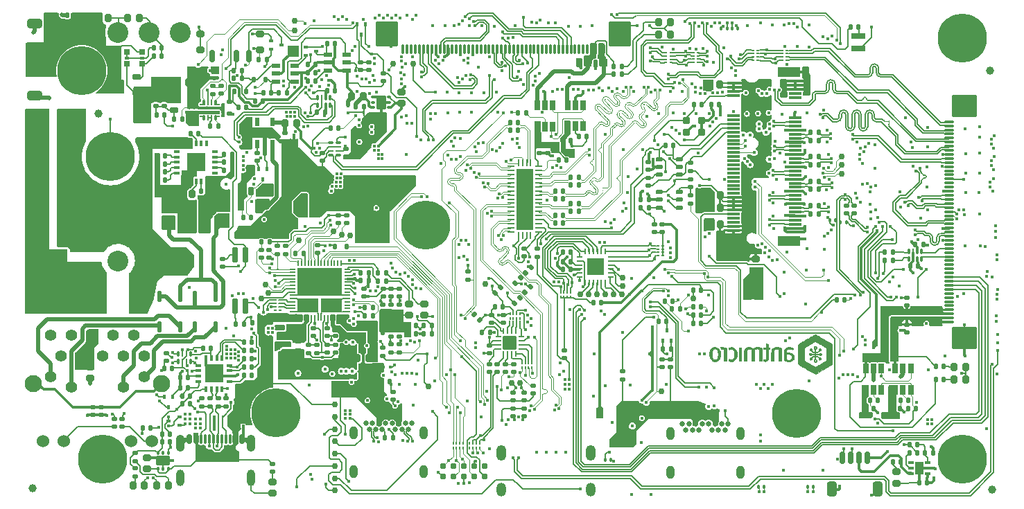
<source format=gbr>
%TF.GenerationSoftware,KiCad,Pcbnew,8.0.8*%
%TF.CreationDate,2025-02-13T16:32:42+11:00*%
%TF.ProjectId,jetson-orin-baseboard,6a657473-6f6e-42d6-9f72-696e2d626173,1.3.0*%
%TF.SameCoordinates,PX1c5f2f0PY7ac91b0*%
%TF.FileFunction,Copper,L8,Bot*%
%TF.FilePolarity,Positive*%
%FSLAX46Y46*%
G04 Gerber Fmt 4.6, Leading zero omitted, Abs format (unit mm)*
G04 Created by KiCad (PCBNEW 8.0.8) date 2025-02-13 16:32:42*
%MOMM*%
%LPD*%
G01*
G04 APERTURE LIST*
G04 Aperture macros list*
%AMRoundRect*
0 Rectangle with rounded corners*
0 $1 Rounding radius*
0 $2 $3 $4 $5 $6 $7 $8 $9 X,Y pos of 4 corners*
0 Add a 4 corners polygon primitive as box body*
4,1,4,$2,$3,$4,$5,$6,$7,$8,$9,$2,$3,0*
0 Add four circle primitives for the rounded corners*
1,1,$1+$1,$2,$3*
1,1,$1+$1,$4,$5*
1,1,$1+$1,$6,$7*
1,1,$1+$1,$8,$9*
0 Add four rect primitives between the rounded corners*
20,1,$1+$1,$2,$3,$4,$5,0*
20,1,$1+$1,$4,$5,$6,$7,0*
20,1,$1+$1,$6,$7,$8,$9,0*
20,1,$1+$1,$8,$9,$2,$3,0*%
%AMFreePoly0*
4,1,5,0.300000,-0.300000,-0.300000,-0.300000,-0.300000,0.300000,0.300000,0.300000,0.300000,-0.300000,0.300000,-0.300000,$1*%
G04 Aperture macros list end*
%TA.AperFunction,EtchedComponent*%
%ADD10C,0.001395*%
%TD*%
%TA.AperFunction,ComponentPad*%
%ADD11C,6.000000*%
%TD*%
%TA.AperFunction,ComponentPad*%
%ADD12C,0.650000*%
%TD*%
%TA.AperFunction,ComponentPad*%
%ADD13O,1.000000X1.600000*%
%TD*%
%TA.AperFunction,ComponentPad*%
%ADD14R,2.540000X2.540000*%
%TD*%
%TA.AperFunction,ComponentPad*%
%ADD15C,2.540000*%
%TD*%
%TA.AperFunction,ComponentPad*%
%ADD16C,1.397000*%
%TD*%
%TA.AperFunction,ComponentPad*%
%ADD17C,1.524000*%
%TD*%
%TA.AperFunction,ComponentPad*%
%ADD18C,2.100000*%
%TD*%
%TA.AperFunction,ComponentPad*%
%ADD19C,2.108200*%
%TD*%
%TA.AperFunction,ComponentPad*%
%ADD20O,1.200000X1.900000*%
%TD*%
%TA.AperFunction,ComponentPad*%
%ADD21O,1.200000X1.700000*%
%TD*%
%TA.AperFunction,SMDPad,CuDef*%
%ADD22RoundRect,0.147500X0.147500X0.172500X-0.147500X0.172500X-0.147500X-0.172500X0.147500X-0.172500X0*%
%TD*%
%TA.AperFunction,SMDPad,CuDef*%
%ADD23RoundRect,0.250000X0.650000X2.450000X-0.650000X2.450000X-0.650000X-2.450000X0.650000X-2.450000X0*%
%TD*%
%TA.AperFunction,SMDPad,CuDef*%
%ADD24C,1.000000*%
%TD*%
%TA.AperFunction,SMDPad,CuDef*%
%ADD25RoundRect,0.090000X0.410000X0.210000X-0.410000X0.210000X-0.410000X-0.210000X0.410000X-0.210000X0*%
%TD*%
%TA.AperFunction,SMDPad,CuDef*%
%ADD26C,0.750000*%
%TD*%
%TA.AperFunction,SMDPad,CuDef*%
%ADD27RoundRect,0.147500X-0.147500X-0.172500X0.147500X-0.172500X0.147500X0.172500X-0.147500X0.172500X0*%
%TD*%
%TA.AperFunction,SMDPad,CuDef*%
%ADD28R,0.700000X1.200000*%
%TD*%
%TA.AperFunction,SMDPad,CuDef*%
%ADD29RoundRect,0.147500X-0.017678X0.226274X-0.226274X0.017678X0.017678X-0.226274X0.226274X-0.017678X0*%
%TD*%
%TA.AperFunction,SMDPad,CuDef*%
%ADD30RoundRect,0.077500X0.077500X-0.297500X0.077500X0.297500X-0.077500X0.297500X-0.077500X-0.297500X0*%
%TD*%
%TA.AperFunction,SMDPad,CuDef*%
%ADD31RoundRect,0.077500X0.297500X-0.077500X0.297500X0.077500X-0.297500X0.077500X-0.297500X-0.077500X0*%
%TD*%
%TA.AperFunction,SMDPad,CuDef*%
%ADD32R,2.200000X2.200000*%
%TD*%
%TA.AperFunction,SMDPad,CuDef*%
%ADD33RoundRect,0.160000X-0.340000X0.240000X-0.340000X-0.240000X0.340000X-0.240000X0.340000X0.240000X0*%
%TD*%
%TA.AperFunction,SMDPad,CuDef*%
%ADD34RoundRect,0.147500X0.172500X-0.147500X0.172500X0.147500X-0.172500X0.147500X-0.172500X-0.147500X0*%
%TD*%
%TA.AperFunction,SMDPad,CuDef*%
%ADD35RoundRect,0.200000X0.250000X-0.200000X0.250000X0.200000X-0.250000X0.200000X-0.250000X-0.200000X0*%
%TD*%
%TA.AperFunction,SMDPad,CuDef*%
%ADD36RoundRect,0.100000X-0.100000X0.125000X-0.100000X-0.125000X0.100000X-0.125000X0.100000X0.125000X0*%
%TD*%
%TA.AperFunction,SMDPad,CuDef*%
%ADD37RoundRect,0.112000X-0.748000X0.448000X-0.748000X-0.448000X0.748000X-0.448000X0.748000X0.448000X0*%
%TD*%
%TA.AperFunction,SMDPad,CuDef*%
%ADD38RoundRect,0.147500X-0.172500X0.147500X-0.172500X-0.147500X0.172500X-0.147500X0.172500X0.147500X0*%
%TD*%
%TA.AperFunction,SMDPad,CuDef*%
%ADD39RoundRect,0.050000X-0.150000X0.050000X-0.150000X-0.050000X0.150000X-0.050000X0.150000X0.050000X0*%
%TD*%
%TA.AperFunction,SMDPad,CuDef*%
%ADD40RoundRect,0.075000X-0.075000X-0.175000X0.075000X-0.175000X0.075000X0.175000X-0.075000X0.175000X0*%
%TD*%
%TA.AperFunction,SMDPad,CuDef*%
%ADD41RoundRect,0.160000X0.240000X0.340000X-0.240000X0.340000X-0.240000X-0.340000X0.240000X-0.340000X0*%
%TD*%
%TA.AperFunction,SMDPad,CuDef*%
%ADD42RoundRect,0.147500X0.017678X-0.226274X0.226274X-0.017678X-0.017678X0.226274X-0.226274X0.017678X0*%
%TD*%
%TA.AperFunction,SMDPad,CuDef*%
%ADD43RoundRect,0.160000X0.340000X-0.240000X0.340000X0.240000X-0.340000X0.240000X-0.340000X-0.240000X0*%
%TD*%
%TA.AperFunction,SMDPad,CuDef*%
%ADD44RoundRect,0.300000X0.350000X-0.300000X0.350000X0.300000X-0.350000X0.300000X-0.350000X-0.300000X0*%
%TD*%
%TA.AperFunction,SMDPad,CuDef*%
%ADD45RoundRect,0.160000X-0.240000X-0.340000X0.240000X-0.340000X0.240000X0.340000X-0.240000X0.340000X0*%
%TD*%
%TA.AperFunction,SMDPad,CuDef*%
%ADD46RoundRect,0.062500X0.375000X0.062500X-0.375000X0.062500X-0.375000X-0.062500X0.375000X-0.062500X0*%
%TD*%
%TA.AperFunction,SMDPad,CuDef*%
%ADD47RoundRect,0.062500X0.062500X0.375000X-0.062500X0.375000X-0.062500X-0.375000X0.062500X-0.375000X0*%
%TD*%
%TA.AperFunction,SMDPad,CuDef*%
%ADD48R,2.050000X7.550000*%
%TD*%
%TA.AperFunction,SMDPad,CuDef*%
%ADD49R,0.510000X0.400000*%
%TD*%
%TA.AperFunction,SMDPad,CuDef*%
%ADD50RoundRect,0.050000X0.150000X-0.050000X0.150000X0.050000X-0.150000X0.050000X-0.150000X-0.050000X0*%
%TD*%
%TA.AperFunction,SMDPad,CuDef*%
%ADD51R,0.550000X1.000000*%
%TD*%
%TA.AperFunction,SMDPad,CuDef*%
%ADD52RoundRect,0.081250X-0.118750X-0.081250X0.118750X-0.081250X0.118750X0.081250X-0.118750X0.081250X0*%
%TD*%
%TA.AperFunction,SMDPad,CuDef*%
%ADD53RoundRect,0.075000X0.225000X0.075000X-0.225000X0.075000X-0.225000X-0.075000X0.225000X-0.075000X0*%
%TD*%
%TA.AperFunction,SMDPad,CuDef*%
%ADD54RoundRect,0.062500X0.237500X0.062500X-0.237500X0.062500X-0.237500X-0.062500X0.237500X-0.062500X0*%
%TD*%
%TA.AperFunction,SMDPad,CuDef*%
%ADD55RoundRect,0.075000X0.075000X-0.225000X0.075000X0.225000X-0.075000X0.225000X-0.075000X-0.225000X0*%
%TD*%
%TA.AperFunction,SMDPad,CuDef*%
%ADD56RoundRect,0.062500X0.062500X-0.237500X0.062500X0.237500X-0.062500X0.237500X-0.062500X-0.237500X0*%
%TD*%
%TA.AperFunction,SMDPad,CuDef*%
%ADD57RoundRect,0.300000X0.300000X0.300000X-0.300000X0.300000X-0.300000X-0.300000X0.300000X-0.300000X0*%
%TD*%
%TA.AperFunction,SMDPad,CuDef*%
%ADD58RoundRect,0.300000X-0.300000X-0.350000X0.300000X-0.350000X0.300000X0.350000X-0.300000X0.350000X0*%
%TD*%
%TA.AperFunction,SMDPad,CuDef*%
%ADD59RoundRect,0.050000X-0.050000X-0.150000X0.050000X-0.150000X0.050000X0.150000X-0.050000X0.150000X0*%
%TD*%
%TA.AperFunction,SMDPad,CuDef*%
%ADD60RoundRect,0.147500X-0.226274X-0.017678X-0.017678X-0.226274X0.226274X0.017678X0.017678X0.226274X0*%
%TD*%
%TA.AperFunction,SMDPad,CuDef*%
%ADD61RoundRect,0.125000X0.125000X0.175000X-0.125000X0.175000X-0.125000X-0.175000X0.125000X-0.175000X0*%
%TD*%
%TA.AperFunction,SMDPad,CuDef*%
%ADD62RoundRect,0.125000X-0.125000X-0.175000X0.125000X-0.175000X0.125000X0.175000X-0.125000X0.175000X0*%
%TD*%
%TA.AperFunction,SMDPad,CuDef*%
%ADD63RoundRect,0.062500X0.062500X0.237500X-0.062500X0.237500X-0.062500X-0.237500X0.062500X-0.237500X0*%
%TD*%
%TA.AperFunction,SMDPad,CuDef*%
%ADD64RoundRect,0.062500X0.237500X-0.062500X0.237500X0.062500X-0.237500X0.062500X-0.237500X-0.062500X0*%
%TD*%
%TA.AperFunction,SMDPad,CuDef*%
%ADD65RoundRect,0.062500X-0.062500X-0.237500X0.062500X-0.237500X0.062500X0.237500X-0.062500X0.237500X0*%
%TD*%
%TA.AperFunction,SMDPad,CuDef*%
%ADD66RoundRect,0.062500X-0.237500X0.062500X-0.237500X-0.062500X0.237500X-0.062500X0.237500X0.062500X0*%
%TD*%
%TA.AperFunction,SMDPad,CuDef*%
%ADD67RoundRect,0.105000X-0.945000X0.945000X-0.945000X-0.945000X0.945000X-0.945000X0.945000X0.945000X0*%
%TD*%
%TA.AperFunction,SMDPad,CuDef*%
%ADD68RoundRect,0.125000X0.175000X-0.125000X0.175000X0.125000X-0.175000X0.125000X-0.175000X-0.125000X0*%
%TD*%
%TA.AperFunction,SMDPad,CuDef*%
%ADD69RoundRect,0.082500X-0.417500X0.192500X-0.417500X-0.192500X0.417500X-0.192500X0.417500X0.192500X0*%
%TD*%
%TA.AperFunction,SMDPad,CuDef*%
%ADD70RoundRect,0.287500X-0.612500X0.287500X-0.612500X-0.287500X0.612500X-0.287500X0.612500X0.287500X0*%
%TD*%
%TA.AperFunction,ConnectorPad*%
%ADD71C,0.787400*%
%TD*%
%TA.AperFunction,SMDPad,CuDef*%
%ADD72RoundRect,0.081250X-0.081250X0.118750X-0.081250X-0.118750X0.081250X-0.118750X0.081250X0.118750X0*%
%TD*%
%TA.AperFunction,SMDPad,CuDef*%
%ADD73RoundRect,0.150000X-0.150000X-0.625000X0.150000X-0.625000X0.150000X0.625000X-0.150000X0.625000X0*%
%TD*%
%TA.AperFunction,SMDPad,CuDef*%
%ADD74RoundRect,0.300000X0.300000X0.600000X-0.300000X0.600000X-0.300000X-0.600000X0.300000X-0.600000X0*%
%TD*%
%TA.AperFunction,SMDPad,CuDef*%
%ADD75FreePoly0,90.000000*%
%TD*%
%TA.AperFunction,SMDPad,CuDef*%
%ADD76R,0.600000X0.400000*%
%TD*%
%TA.AperFunction,SMDPad,CuDef*%
%ADD77RoundRect,0.075000X-0.075000X0.225000X-0.075000X-0.225000X0.075000X-0.225000X0.075000X0.225000X0*%
%TD*%
%TA.AperFunction,SMDPad,CuDef*%
%ADD78RoundRect,0.062500X-0.062500X0.237500X-0.062500X-0.237500X0.062500X-0.237500X0.062500X0.237500X0*%
%TD*%
%TA.AperFunction,SMDPad,CuDef*%
%ADD79RoundRect,0.120000X0.120000X-0.580000X0.120000X0.580000X-0.120000X0.580000X-0.120000X-0.580000X0*%
%TD*%
%TA.AperFunction,SMDPad,CuDef*%
%ADD80R,0.800000X0.400000*%
%TD*%
%TA.AperFunction,SMDPad,CuDef*%
%ADD81R,0.400000X0.800000*%
%TD*%
%TA.AperFunction,SMDPad,CuDef*%
%ADD82R,2.300000X2.300000*%
%TD*%
%TA.AperFunction,SMDPad,CuDef*%
%ADD83RoundRect,0.090000X-0.210000X0.410000X-0.210000X-0.410000X0.210000X-0.410000X0.210000X0.410000X0*%
%TD*%
%TA.AperFunction,SMDPad,CuDef*%
%ADD84RoundRect,0.062500X0.062500X0.212500X-0.062500X0.212500X-0.062500X-0.212500X0.062500X-0.212500X0*%
%TD*%
%TA.AperFunction,SMDPad,CuDef*%
%ADD85RoundRect,0.100000X0.100000X0.175000X-0.100000X0.175000X-0.100000X-0.175000X0.100000X-0.175000X0*%
%TD*%
%TA.AperFunction,SMDPad,CuDef*%
%ADD86R,0.400000X0.510000*%
%TD*%
%TA.AperFunction,SMDPad,CuDef*%
%ADD87RoundRect,0.050000X0.050000X0.150000X-0.050000X0.150000X-0.050000X-0.150000X0.050000X-0.150000X0*%
%TD*%
%TA.AperFunction,SMDPad,CuDef*%
%ADD88RoundRect,0.150000X0.150000X0.425000X-0.150000X0.425000X-0.150000X-0.425000X0.150000X-0.425000X0*%
%TD*%
%TA.AperFunction,SMDPad,CuDef*%
%ADD89RoundRect,0.075000X0.075000X0.500000X-0.075000X0.500000X-0.075000X-0.500000X0.075000X-0.500000X0*%
%TD*%
%TA.AperFunction,ComponentPad*%
%ADD90O,1.000000X2.000000*%
%TD*%
%TA.AperFunction,ComponentPad*%
%ADD91O,1.050000X2.100000*%
%TD*%
%TA.AperFunction,SMDPad,CuDef*%
%ADD92RoundRect,0.082500X0.317500X0.192500X-0.317500X0.192500X-0.317500X-0.192500X0.317500X-0.192500X0*%
%TD*%
%TA.AperFunction,SMDPad,CuDef*%
%ADD93RoundRect,0.175000X-0.175000X-0.575000X0.175000X-0.575000X0.175000X0.575000X-0.175000X0.575000X0*%
%TD*%
%TA.AperFunction,SMDPad,CuDef*%
%ADD94RoundRect,0.200000X-0.300000X-0.200000X0.300000X-0.200000X0.300000X0.200000X-0.300000X0.200000X0*%
%TD*%
%TA.AperFunction,SMDPad,CuDef*%
%ADD95RoundRect,0.075000X-0.075000X-0.525000X0.075000X-0.525000X0.075000X0.525000X-0.075000X0.525000X0*%
%TD*%
%TA.AperFunction,SMDPad,CuDef*%
%ADD96RoundRect,0.135000X-1.215000X-1.365000X1.215000X-1.365000X1.215000X1.365000X-1.215000X1.365000X0*%
%TD*%
%TA.AperFunction,SMDPad,CuDef*%
%ADD97R,1.800000X0.750000*%
%TD*%
%TA.AperFunction,SMDPad,CuDef*%
%ADD98RoundRect,0.082500X0.417500X-0.192500X0.417500X0.192500X-0.417500X0.192500X-0.417500X-0.192500X0*%
%TD*%
%TA.AperFunction,SMDPad,CuDef*%
%ADD99RoundRect,0.075000X0.075000X0.175000X-0.075000X0.175000X-0.075000X-0.175000X0.075000X-0.175000X0*%
%TD*%
%TA.AperFunction,SMDPad,CuDef*%
%ADD100RoundRect,0.287500X0.612500X-0.287500X0.612500X0.287500X-0.612500X0.287500X-0.612500X-0.287500X0*%
%TD*%
%TA.AperFunction,SMDPad,CuDef*%
%ADD101RoundRect,0.081250X0.081250X-0.118750X0.081250X0.118750X-0.081250X0.118750X-0.081250X-0.118750X0*%
%TD*%
%TA.AperFunction,SMDPad,CuDef*%
%ADD102RoundRect,0.097500X-0.227500X-0.827500X0.227500X-0.827500X0.227500X0.827500X-0.227500X0.827500X0*%
%TD*%
%TA.AperFunction,SMDPad,CuDef*%
%ADD103R,1.550000X0.300000*%
%TD*%
%TA.AperFunction,SMDPad,CuDef*%
%ADD104R,2.750000X1.200000*%
%TD*%
%TA.AperFunction,SMDPad,CuDef*%
%ADD105RoundRect,0.050000X-0.075000X0.250000X-0.075000X-0.250000X0.075000X-0.250000X0.075000X0.250000X0*%
%TD*%
%TA.AperFunction,SMDPad,CuDef*%
%ADD106RoundRect,0.050000X0.250000X0.075000X-0.250000X0.075000X-0.250000X-0.075000X0.250000X-0.075000X0*%
%TD*%
%TA.AperFunction,SMDPad,CuDef*%
%ADD107RoundRect,0.050000X0.075000X-0.250000X0.075000X0.250000X-0.075000X0.250000X-0.075000X-0.250000X0*%
%TD*%
%TA.AperFunction,SMDPad,CuDef*%
%ADD108RoundRect,0.050000X-0.250000X-0.075000X0.250000X-0.075000X0.250000X0.075000X-0.250000X0.075000X0*%
%TD*%
%TA.AperFunction,SMDPad,CuDef*%
%ADD109RoundRect,0.050000X-0.790000X0.790000X-0.790000X-0.790000X0.790000X-0.790000X0.790000X0.790000X0*%
%TD*%
%TA.AperFunction,SMDPad,CuDef*%
%ADD110R,0.650000X0.350000*%
%TD*%
%TA.AperFunction,SMDPad,CuDef*%
%ADD111R,1.000000X1.600000*%
%TD*%
%TA.AperFunction,SMDPad,CuDef*%
%ADD112RoundRect,0.100000X-0.125000X-0.100000X0.125000X-0.100000X0.125000X0.100000X-0.125000X0.100000X0*%
%TD*%
%TA.AperFunction,SMDPad,CuDef*%
%ADD113RoundRect,0.112000X-0.448000X-0.748000X0.448000X-0.748000X0.448000X0.748000X-0.448000X0.748000X0*%
%TD*%
%TA.AperFunction,SMDPad,CuDef*%
%ADD114RoundRect,0.050000X-0.100000X0.250000X-0.100000X-0.250000X0.100000X-0.250000X0.100000X0.250000X0*%
%TD*%
%TA.AperFunction,SMDPad,CuDef*%
%ADD115RoundRect,0.050000X0.275000X-0.075000X0.275000X0.075000X-0.275000X0.075000X-0.275000X-0.075000X0*%
%TD*%
%TA.AperFunction,SMDPad,CuDef*%
%ADD116RoundRect,0.075000X-1.125000X0.075000X-1.125000X-0.075000X1.125000X-0.075000X1.125000X0.075000X0*%
%TD*%
%TA.AperFunction,SMDPad,CuDef*%
%ADD117RoundRect,0.050000X0.100000X-0.250000X0.100000X0.250000X-0.100000X0.250000X-0.100000X-0.250000X0*%
%TD*%
%TA.AperFunction,SMDPad,CuDef*%
%ADD118RoundRect,0.081250X0.118750X0.081250X-0.118750X0.081250X-0.118750X-0.081250X0.118750X-0.081250X0*%
%TD*%
%TA.AperFunction,SMDPad,CuDef*%
%ADD119RoundRect,0.058500X0.266500X-0.341500X0.266500X0.341500X-0.266500X0.341500X-0.266500X-0.341500X0*%
%TD*%
%TA.AperFunction,SMDPad,CuDef*%
%ADD120RoundRect,0.050000X0.050000X-0.300000X0.050000X0.300000X-0.050000X0.300000X-0.050000X-0.300000X0*%
%TD*%
%TA.AperFunction,SMDPad,CuDef*%
%ADD121RoundRect,0.050000X-0.300000X-0.050000X0.300000X-0.050000X0.300000X0.050000X-0.300000X0.050000X0*%
%TD*%
%TA.AperFunction,ComponentPad*%
%ADD122C,0.450000*%
%TD*%
%TA.AperFunction,SMDPad,CuDef*%
%ADD123RoundRect,0.100000X-1.200000X-0.775000X1.200000X-0.775000X1.200000X0.775000X-1.200000X0.775000X0*%
%TD*%
%TA.AperFunction,SMDPad,CuDef*%
%ADD124RoundRect,0.100000X-1.175000X-0.775000X1.175000X-0.775000X1.175000X0.775000X-1.175000X0.775000X0*%
%TD*%
%TA.AperFunction,SMDPad,CuDef*%
%ADD125RoundRect,0.100000X-2.650000X-1.600000X2.650000X-1.600000X2.650000X1.600000X-2.650000X1.600000X0*%
%TD*%
%TA.AperFunction,SMDPad,CuDef*%
%ADD126RoundRect,0.090000X-0.410000X-0.210000X0.410000X-0.210000X0.410000X0.210000X-0.410000X0.210000X0*%
%TD*%
%TA.AperFunction,SMDPad,CuDef*%
%ADD127RoundRect,0.075000X-0.525000X0.075000X-0.525000X-0.075000X0.525000X-0.075000X0.525000X0.075000X0*%
%TD*%
%TA.AperFunction,SMDPad,CuDef*%
%ADD128RoundRect,0.135000X-1.365000X1.215000X-1.365000X-1.215000X1.365000X-1.215000X1.365000X1.215000X0*%
%TD*%
%TA.AperFunction,ViaPad*%
%ADD129C,0.450000*%
%TD*%
%TA.AperFunction,Conductor*%
%ADD130C,0.200000*%
%TD*%
%TA.AperFunction,Conductor*%
%ADD131C,0.500000*%
%TD*%
%TA.AperFunction,Conductor*%
%ADD132C,0.300000*%
%TD*%
%TA.AperFunction,Conductor*%
%ADD133C,0.150000*%
%TD*%
%TA.AperFunction,Conductor*%
%ADD134C,0.130000*%
%TD*%
%TA.AperFunction,Conductor*%
%ADD135C,0.155000*%
%TD*%
%TA.AperFunction,Conductor*%
%ADD136C,0.125000*%
%TD*%
%TA.AperFunction,Conductor*%
%ADD137C,0.160000*%
%TD*%
G04 APERTURE END LIST*
D10*
%TO.C,REF\u002A\u002A*%
X88026500Y17001000D02*
X87743500Y17001000D01*
X87743500Y18679000D01*
X88026500Y18679000D01*
X88026500Y17001000D01*
%TA.AperFunction,EtchedComponent*%
G36*
X88026500Y17001000D02*
G01*
X87743500Y17001000D01*
X87743500Y18679000D01*
X88026500Y18679000D01*
X88026500Y17001000D01*
G37*
%TD.AperFunction*%
X85697500Y18699000D02*
X85761500Y18697000D01*
X85849500Y18691000D01*
X85923500Y18682000D01*
X85992500Y18667000D01*
X86059500Y18649000D01*
X86133500Y18624000D01*
X86220500Y18593000D01*
X86220500Y17001000D01*
X85936500Y17001000D01*
X85936500Y18467000D01*
X85904500Y18479000D01*
X85889500Y18484000D01*
X85819500Y18499000D01*
X85737500Y18504000D01*
X85655500Y18499000D01*
X85582500Y18483000D01*
X85580500Y18483000D01*
X85569500Y18485000D01*
X85558500Y18499000D01*
X85546500Y18528000D01*
X85530500Y18577000D01*
X85524500Y18595000D01*
X85511500Y18639000D01*
X85503500Y18673000D01*
X85498500Y18691000D01*
X85500500Y18693000D01*
X85508500Y18698000D01*
X85529500Y18701000D01*
X85566500Y18702000D01*
X85620500Y18702000D01*
X85697500Y18699000D01*
%TA.AperFunction,EtchedComponent*%
G36*
X85697500Y18699000D02*
G01*
X85761500Y18697000D01*
X85849500Y18691000D01*
X85923500Y18682000D01*
X85992500Y18667000D01*
X86059500Y18649000D01*
X86133500Y18624000D01*
X86220500Y18593000D01*
X86220500Y17001000D01*
X85936500Y17001000D01*
X85936500Y18467000D01*
X85904500Y18479000D01*
X85889500Y18484000D01*
X85819500Y18499000D01*
X85737500Y18504000D01*
X85655500Y18499000D01*
X85582500Y18483000D01*
X85580500Y18483000D01*
X85569500Y18485000D01*
X85558500Y18499000D01*
X85546500Y18528000D01*
X85530500Y18577000D01*
X85524500Y18595000D01*
X85511500Y18639000D01*
X85503500Y18673000D01*
X85498500Y18691000D01*
X85500500Y18693000D01*
X85508500Y18698000D01*
X85529500Y18701000D01*
X85566500Y18702000D01*
X85620500Y18702000D01*
X85697500Y18699000D01*
G37*
%TD.AperFunction*%
X91072500Y19136000D02*
X91102500Y19128000D01*
X91147500Y19114000D01*
X91199500Y19098000D01*
X91334500Y19055000D01*
X91334500Y18679000D01*
X91523500Y18679000D01*
X91523500Y18489000D01*
X91335500Y18489000D01*
X91331500Y17878000D01*
X91328500Y17264000D01*
X91286500Y17185000D01*
X91271500Y17158000D01*
X91224500Y17092000D01*
X91166500Y17046000D01*
X91095500Y17011000D01*
X91068500Y17003000D01*
X91027500Y16995000D01*
X90979500Y16992000D01*
X90915500Y16992000D01*
X90882500Y16994000D01*
X90835500Y16997000D01*
X90798500Y17001000D01*
X90782500Y17005000D01*
X90775500Y17016000D01*
X90769500Y17050000D01*
X90767500Y17105000D01*
X90767500Y17197000D01*
X90841500Y17193000D01*
X90887500Y17194000D01*
X90945500Y17207000D01*
X90989500Y17236000D01*
X91024500Y17286000D01*
X91051500Y17337000D01*
X91051500Y18489000D01*
X90767500Y18489000D01*
X90767500Y18679000D01*
X91051500Y18679000D01*
X91051500Y18909000D01*
X91051500Y18918000D01*
X91051500Y18989000D01*
X91052500Y19049000D01*
X91054500Y19096000D01*
X91056500Y19128000D01*
X91058500Y19140000D01*
X91072500Y19136000D01*
%TA.AperFunction,EtchedComponent*%
G36*
X91072500Y19136000D02*
G01*
X91102500Y19128000D01*
X91147500Y19114000D01*
X91199500Y19098000D01*
X91334500Y19055000D01*
X91334500Y18679000D01*
X91523500Y18679000D01*
X91523500Y18489000D01*
X91335500Y18489000D01*
X91331500Y17878000D01*
X91328500Y17264000D01*
X91286500Y17185000D01*
X91271500Y17158000D01*
X91224500Y17092000D01*
X91166500Y17046000D01*
X91095500Y17011000D01*
X91068500Y17003000D01*
X91027500Y16995000D01*
X90979500Y16992000D01*
X90915500Y16992000D01*
X90882500Y16994000D01*
X90835500Y16997000D01*
X90798500Y17001000D01*
X90782500Y17005000D01*
X90775500Y17016000D01*
X90769500Y17050000D01*
X90767500Y17105000D01*
X90767500Y17197000D01*
X90841500Y17193000D01*
X90887500Y17194000D01*
X90945500Y17207000D01*
X90989500Y17236000D01*
X91024500Y17286000D01*
X91051500Y17337000D01*
X91051500Y18489000D01*
X90767500Y18489000D01*
X90767500Y18679000D01*
X91051500Y18679000D01*
X91051500Y18909000D01*
X91051500Y18918000D01*
X91051500Y18989000D01*
X91052500Y19049000D01*
X91054500Y19096000D01*
X91056500Y19128000D01*
X91058500Y19140000D01*
X91072500Y19136000D01*
G37*
%TD.AperFunction*%
X92481500Y18695000D02*
X92549500Y18691000D01*
X92608500Y18683000D01*
X92668500Y18670000D01*
X92731500Y18652000D01*
X92807500Y18628000D01*
X92916500Y18593000D01*
X92916500Y17001000D01*
X92632500Y17001000D01*
X92630500Y17736000D01*
X92626500Y18469000D01*
X92582500Y18485000D01*
X92521500Y18501000D01*
X92436500Y18514000D01*
X92347500Y18518000D01*
X92269500Y18513000D01*
X92241500Y18509000D01*
X92164500Y18488000D01*
X92106500Y18458000D01*
X92056500Y18413000D01*
X92055500Y18412000D01*
X92040500Y18394000D01*
X92027500Y18377000D01*
X92016500Y18357000D01*
X92008500Y18335000D01*
X92001500Y18306000D01*
X91996500Y18268000D01*
X91991500Y18221000D01*
X91988500Y18163000D01*
X91986500Y18090000D01*
X91985500Y18003000D01*
X91984500Y17897000D01*
X91984500Y17772000D01*
X91984500Y17626000D01*
X91984500Y17001000D01*
X91699500Y17001000D01*
X91699500Y17631000D01*
X91699500Y17776000D01*
X91699500Y17901000D01*
X91700500Y18008000D01*
X91701500Y18095000D01*
X91703500Y18170000D01*
X91706500Y18230000D01*
X91710500Y18278000D01*
X91717500Y18319000D01*
X91723500Y18351000D01*
X91732500Y18379000D01*
X91742500Y18405000D01*
X91754500Y18431000D01*
X91767500Y18458000D01*
X91811500Y18521000D01*
X91879500Y18583000D01*
X91965500Y18633000D01*
X92072500Y18674000D01*
X92084500Y18679000D01*
X92118500Y18686000D01*
X92156500Y18692000D01*
X92204500Y18695000D01*
X92267500Y18696000D01*
X92349500Y18697000D01*
X92398500Y18697000D01*
X92481500Y18695000D01*
%TA.AperFunction,EtchedComponent*%
G36*
X92481500Y18695000D02*
G01*
X92549500Y18691000D01*
X92608500Y18683000D01*
X92668500Y18670000D01*
X92731500Y18652000D01*
X92807500Y18628000D01*
X92916500Y18593000D01*
X92916500Y17001000D01*
X92632500Y17001000D01*
X92630500Y17736000D01*
X92626500Y18469000D01*
X92582500Y18485000D01*
X92521500Y18501000D01*
X92436500Y18514000D01*
X92347500Y18518000D01*
X92269500Y18513000D01*
X92241500Y18509000D01*
X92164500Y18488000D01*
X92106500Y18458000D01*
X92056500Y18413000D01*
X92055500Y18412000D01*
X92040500Y18394000D01*
X92027500Y18377000D01*
X92016500Y18357000D01*
X92008500Y18335000D01*
X92001500Y18306000D01*
X91996500Y18268000D01*
X91991500Y18221000D01*
X91988500Y18163000D01*
X91986500Y18090000D01*
X91985500Y18003000D01*
X91984500Y17897000D01*
X91984500Y17772000D01*
X91984500Y17626000D01*
X91984500Y17001000D01*
X91699500Y17001000D01*
X91699500Y17631000D01*
X91699500Y17776000D01*
X91699500Y17901000D01*
X91700500Y18008000D01*
X91701500Y18095000D01*
X91703500Y18170000D01*
X91706500Y18230000D01*
X91710500Y18278000D01*
X91717500Y18319000D01*
X91723500Y18351000D01*
X91732500Y18379000D01*
X91742500Y18405000D01*
X91754500Y18431000D01*
X91767500Y18458000D01*
X91811500Y18521000D01*
X91879500Y18583000D01*
X91965500Y18633000D01*
X92072500Y18674000D01*
X92084500Y18679000D01*
X92118500Y18686000D01*
X92156500Y18692000D01*
X92204500Y18695000D01*
X92267500Y18696000D01*
X92349500Y18697000D01*
X92398500Y18697000D01*
X92481500Y18695000D01*
G37*
%TD.AperFunction*%
X89070500Y18697000D02*
X89190500Y18671000D01*
X89298500Y18628000D01*
X89392500Y18566000D01*
X89443500Y18524000D01*
X89519500Y18584000D01*
X89545500Y18601000D01*
X89604500Y18637000D01*
X89665500Y18664000D01*
X89735500Y18683000D01*
X89817500Y18694000D01*
X89916500Y18700000D01*
X90041500Y18700000D01*
X90160500Y18690000D01*
X90279500Y18666000D01*
X90406500Y18631000D01*
X90518500Y18594000D01*
X90518500Y17001000D01*
X90247500Y17001000D01*
X90247500Y18464000D01*
X90215500Y18475000D01*
X90194500Y18483000D01*
X90160500Y18494000D01*
X90128500Y18501000D01*
X90090500Y18507000D01*
X90037500Y18514000D01*
X89939500Y18519000D01*
X89842500Y18509000D01*
X89759500Y18485000D01*
X89693500Y18446000D01*
X89642500Y18392000D01*
X89610500Y18326000D01*
X89608500Y18312000D01*
X89606500Y18276000D01*
X89602500Y18222000D01*
X89600500Y18148000D01*
X89600500Y18055000D01*
X89598500Y17938000D01*
X89598500Y17801000D01*
X89598500Y17640000D01*
X89598500Y17001000D01*
X89314500Y17001000D01*
X89314500Y18369000D01*
X89263500Y18413000D01*
X89207500Y18456000D01*
X89127500Y18493000D01*
X89046500Y18514000D01*
X88962500Y18518000D01*
X88884500Y18506000D01*
X88812500Y18476000D01*
X88751500Y18431000D01*
X88704500Y18368000D01*
X88671500Y18307000D01*
X88667500Y17655000D01*
X88663500Y17001000D01*
X88380500Y17001000D01*
X88380500Y17627000D01*
X88380500Y17733000D01*
X88380500Y17865000D01*
X88381500Y17976000D01*
X88383500Y18068000D01*
X88385500Y18145000D01*
X88387500Y18208000D01*
X88391500Y18260000D01*
X88396500Y18303000D01*
X88401500Y18338000D01*
X88409500Y18366000D01*
X88417500Y18392000D01*
X88428500Y18417000D01*
X88441500Y18443000D01*
X88472500Y18495000D01*
X88538500Y18570000D01*
X88621500Y18626000D01*
X88719500Y18668000D01*
X88835500Y18694000D01*
X88965500Y18702000D01*
X89070500Y18697000D01*
%TA.AperFunction,EtchedComponent*%
G36*
X89070500Y18697000D02*
G01*
X89190500Y18671000D01*
X89298500Y18628000D01*
X89392500Y18566000D01*
X89443500Y18524000D01*
X89519500Y18584000D01*
X89545500Y18601000D01*
X89604500Y18637000D01*
X89665500Y18664000D01*
X89735500Y18683000D01*
X89817500Y18694000D01*
X89916500Y18700000D01*
X90041500Y18700000D01*
X90160500Y18690000D01*
X90279500Y18666000D01*
X90406500Y18631000D01*
X90518500Y18594000D01*
X90518500Y17001000D01*
X90247500Y17001000D01*
X90247500Y18464000D01*
X90215500Y18475000D01*
X90194500Y18483000D01*
X90160500Y18494000D01*
X90128500Y18501000D01*
X90090500Y18507000D01*
X90037500Y18514000D01*
X89939500Y18519000D01*
X89842500Y18509000D01*
X89759500Y18485000D01*
X89693500Y18446000D01*
X89642500Y18392000D01*
X89610500Y18326000D01*
X89608500Y18312000D01*
X89606500Y18276000D01*
X89602500Y18222000D01*
X89600500Y18148000D01*
X89600500Y18055000D01*
X89598500Y17938000D01*
X89598500Y17801000D01*
X89598500Y17640000D01*
X89598500Y17001000D01*
X89314500Y17001000D01*
X89314500Y18369000D01*
X89263500Y18413000D01*
X89207500Y18456000D01*
X89127500Y18493000D01*
X89046500Y18514000D01*
X88962500Y18518000D01*
X88884500Y18506000D01*
X88812500Y18476000D01*
X88751500Y18431000D01*
X88704500Y18368000D01*
X88671500Y18307000D01*
X88667500Y17655000D01*
X88663500Y17001000D01*
X88380500Y17001000D01*
X88380500Y17627000D01*
X88380500Y17733000D01*
X88380500Y17865000D01*
X88381500Y17976000D01*
X88383500Y18068000D01*
X88385500Y18145000D01*
X88387500Y18208000D01*
X88391500Y18260000D01*
X88396500Y18303000D01*
X88401500Y18338000D01*
X88409500Y18366000D01*
X88417500Y18392000D01*
X88428500Y18417000D01*
X88441500Y18443000D01*
X88472500Y18495000D01*
X88538500Y18570000D01*
X88621500Y18626000D01*
X88719500Y18668000D01*
X88835500Y18694000D01*
X88965500Y18702000D01*
X89070500Y18697000D01*
G37*
%TD.AperFunction*%
X85466500Y17719000D02*
X85445500Y17559000D01*
X85420500Y17450000D01*
X85373500Y17326000D01*
X85313500Y17220000D01*
X85237500Y17131000D01*
X85147500Y17062000D01*
X85045500Y17010000D01*
X84928500Y16978000D01*
X84838500Y16970000D01*
X84737500Y16975000D01*
X84639500Y16992000D01*
X84546500Y17022000D01*
X84468500Y17060000D01*
X84420500Y17095000D01*
X84341500Y17175000D01*
X84274500Y17272000D01*
X84221500Y17384000D01*
X84183500Y17513000D01*
X84157500Y17656000D01*
X84149500Y17810000D01*
X84150946Y17858000D01*
X84431500Y17858000D01*
X84437500Y17710000D01*
X84450500Y17589000D01*
X84476500Y17474000D01*
X84510500Y17377000D01*
X84554500Y17301000D01*
X84609500Y17240000D01*
X84675500Y17198000D01*
X84700500Y17186000D01*
X84780500Y17167000D01*
X84857500Y17170000D01*
X84931500Y17193000D01*
X85000500Y17234000D01*
X85059500Y17296000D01*
X85104500Y17373000D01*
X85141500Y17472000D01*
X85167500Y17587000D01*
X85183500Y17714000D01*
X85188500Y17847000D01*
X85183500Y17979000D01*
X85167500Y18105000D01*
X85139500Y18220000D01*
X85103500Y18320000D01*
X85082500Y18357000D01*
X85029500Y18425000D01*
X84966500Y18474000D01*
X84896500Y18506000D01*
X84821500Y18519000D01*
X84745500Y18512000D01*
X84672500Y18486000D01*
X84604500Y18439000D01*
X84574500Y18405000D01*
X84524500Y18329000D01*
X84484500Y18234000D01*
X84455500Y18123000D01*
X84437500Y17996000D01*
X84431500Y17858000D01*
X84150946Y17858000D01*
X84154500Y17976000D01*
X84164500Y18067000D01*
X84192500Y18209000D01*
X84237500Y18334000D01*
X84297500Y18442000D01*
X84370500Y18532000D01*
X84410500Y18570000D01*
X84495500Y18628000D01*
X84588500Y18670000D01*
X84694500Y18695000D01*
X84814500Y18703000D01*
X84851500Y18702000D01*
X84971500Y18687000D01*
X85079500Y18651000D01*
X85175500Y18596000D01*
X85260500Y18520000D01*
X85279500Y18498000D01*
X85345500Y18401000D01*
X85397500Y18288000D01*
X85437500Y18161000D01*
X85460500Y18022000D01*
X85471500Y17873000D01*
X85470500Y17847000D01*
X85466500Y17719000D01*
%TA.AperFunction,EtchedComponent*%
G36*
X85466500Y17719000D02*
G01*
X85445500Y17559000D01*
X85420500Y17450000D01*
X85373500Y17326000D01*
X85313500Y17220000D01*
X85237500Y17131000D01*
X85147500Y17062000D01*
X85045500Y17010000D01*
X84928500Y16978000D01*
X84838500Y16970000D01*
X84737500Y16975000D01*
X84639500Y16992000D01*
X84546500Y17022000D01*
X84468500Y17060000D01*
X84420500Y17095000D01*
X84341500Y17175000D01*
X84274500Y17272000D01*
X84221500Y17384000D01*
X84183500Y17513000D01*
X84157500Y17656000D01*
X84149500Y17810000D01*
X84150946Y17858000D01*
X84431500Y17858000D01*
X84437500Y17710000D01*
X84450500Y17589000D01*
X84476500Y17474000D01*
X84510500Y17377000D01*
X84554500Y17301000D01*
X84609500Y17240000D01*
X84675500Y17198000D01*
X84700500Y17186000D01*
X84780500Y17167000D01*
X84857500Y17170000D01*
X84931500Y17193000D01*
X85000500Y17234000D01*
X85059500Y17296000D01*
X85104500Y17373000D01*
X85141500Y17472000D01*
X85167500Y17587000D01*
X85183500Y17714000D01*
X85188500Y17847000D01*
X85183500Y17979000D01*
X85167500Y18105000D01*
X85139500Y18220000D01*
X85103500Y18320000D01*
X85082500Y18357000D01*
X85029500Y18425000D01*
X84966500Y18474000D01*
X84896500Y18506000D01*
X84821500Y18519000D01*
X84745500Y18512000D01*
X84672500Y18486000D01*
X84604500Y18439000D01*
X84574500Y18405000D01*
X84524500Y18329000D01*
X84484500Y18234000D01*
X84455500Y18123000D01*
X84437500Y17996000D01*
X84431500Y17858000D01*
X84150946Y17858000D01*
X84154500Y17976000D01*
X84164500Y18067000D01*
X84192500Y18209000D01*
X84237500Y18334000D01*
X84297500Y18442000D01*
X84370500Y18532000D01*
X84410500Y18570000D01*
X84495500Y18628000D01*
X84588500Y18670000D01*
X84694500Y18695000D01*
X84814500Y18703000D01*
X84851500Y18702000D01*
X84971500Y18687000D01*
X85079500Y18651000D01*
X85175500Y18596000D01*
X85260500Y18520000D01*
X85279500Y18498000D01*
X85345500Y18401000D01*
X85397500Y18288000D01*
X85437500Y18161000D01*
X85460500Y18022000D01*
X85471500Y17873000D01*
X85470500Y17847000D01*
X85466500Y17719000D01*
G37*
%TD.AperFunction*%
X86950500Y18696000D02*
X87011500Y18684000D01*
X87091500Y18653000D01*
X87192500Y18595000D01*
X87280500Y18517000D01*
X87353500Y18422000D01*
X87415500Y18308000D01*
X87461500Y18177000D01*
X87470500Y18132000D01*
X87482500Y18050000D01*
X87490500Y17955000D01*
X87494500Y17854000D01*
X87494500Y17755000D01*
X87488500Y17663000D01*
X87477500Y17586000D01*
X87464500Y17521000D01*
X87421500Y17386000D01*
X87365500Y17271000D01*
X87294500Y17172000D01*
X87210500Y17092000D01*
X87112500Y17031000D01*
X87061500Y17008000D01*
X87008500Y16989000D01*
X86963500Y16978000D01*
X86934500Y16974000D01*
X86862500Y16971000D01*
X86782500Y16975000D01*
X86705500Y16983000D01*
X86641500Y16997000D01*
X86630500Y17001000D01*
X86583500Y17019000D01*
X86538500Y17039000D01*
X86503500Y17059000D01*
X86479500Y17077000D01*
X86471500Y17090000D01*
X86474500Y17095000D01*
X86500500Y17163000D01*
X86521500Y17210000D01*
X86535500Y17239000D01*
X86543500Y17255000D01*
X86548500Y17258000D01*
X86590500Y17236000D01*
X86644500Y17212000D01*
X86692500Y17196000D01*
X86739500Y17188000D01*
X86793500Y17186000D01*
X86795500Y17186000D01*
X86846500Y17187000D01*
X86883500Y17191000D01*
X86913500Y17202000D01*
X86950500Y17219000D01*
X86955500Y17222000D01*
X87027500Y17278000D01*
X87088500Y17354000D01*
X87139500Y17449000D01*
X87179500Y17567000D01*
X87187500Y17607000D01*
X87199500Y17687000D01*
X87204500Y17778000D01*
X87206500Y17875000D01*
X87202500Y17969000D01*
X87192500Y18056000D01*
X87179500Y18125000D01*
X87162500Y18182000D01*
X87120500Y18279000D01*
X87070500Y18362000D01*
X87014500Y18428000D01*
X86952500Y18471000D01*
X86878500Y18497000D01*
X86793500Y18504000D01*
X86705500Y18492000D01*
X86614500Y18462000D01*
X86585500Y18449000D01*
X86556500Y18437000D01*
X86540500Y18433000D01*
X86538500Y18435000D01*
X86527500Y18452000D01*
X86514500Y18482000D01*
X86498500Y18519000D01*
X86486500Y18556000D01*
X86476500Y18585000D01*
X86476500Y18599000D01*
X86476500Y18601000D01*
X86498500Y18616000D01*
X86534500Y18634000D01*
X86578500Y18654000D01*
X86627500Y18671000D01*
X86671500Y18685000D01*
X86715500Y18693000D01*
X86792500Y18701000D01*
X86873500Y18702000D01*
X86950500Y18696000D01*
%TA.AperFunction,EtchedComponent*%
G36*
X86950500Y18696000D02*
G01*
X87011500Y18684000D01*
X87091500Y18653000D01*
X87192500Y18595000D01*
X87280500Y18517000D01*
X87353500Y18422000D01*
X87415500Y18308000D01*
X87461500Y18177000D01*
X87470500Y18132000D01*
X87482500Y18050000D01*
X87490500Y17955000D01*
X87494500Y17854000D01*
X87494500Y17755000D01*
X87488500Y17663000D01*
X87477500Y17586000D01*
X87464500Y17521000D01*
X87421500Y17386000D01*
X87365500Y17271000D01*
X87294500Y17172000D01*
X87210500Y17092000D01*
X87112500Y17031000D01*
X87061500Y17008000D01*
X87008500Y16989000D01*
X86963500Y16978000D01*
X86934500Y16974000D01*
X86862500Y16971000D01*
X86782500Y16975000D01*
X86705500Y16983000D01*
X86641500Y16997000D01*
X86630500Y17001000D01*
X86583500Y17019000D01*
X86538500Y17039000D01*
X86503500Y17059000D01*
X86479500Y17077000D01*
X86471500Y17090000D01*
X86474500Y17095000D01*
X86500500Y17163000D01*
X86521500Y17210000D01*
X86535500Y17239000D01*
X86543500Y17255000D01*
X86548500Y17258000D01*
X86590500Y17236000D01*
X86644500Y17212000D01*
X86692500Y17196000D01*
X86739500Y17188000D01*
X86793500Y17186000D01*
X86795500Y17186000D01*
X86846500Y17187000D01*
X86883500Y17191000D01*
X86913500Y17202000D01*
X86950500Y17219000D01*
X86955500Y17222000D01*
X87027500Y17278000D01*
X87088500Y17354000D01*
X87139500Y17449000D01*
X87179500Y17567000D01*
X87187500Y17607000D01*
X87199500Y17687000D01*
X87204500Y17778000D01*
X87206500Y17875000D01*
X87202500Y17969000D01*
X87192500Y18056000D01*
X87179500Y18125000D01*
X87162500Y18182000D01*
X87120500Y18279000D01*
X87070500Y18362000D01*
X87014500Y18428000D01*
X86952500Y18471000D01*
X86878500Y18497000D01*
X86793500Y18504000D01*
X86705500Y18492000D01*
X86614500Y18462000D01*
X86585500Y18449000D01*
X86556500Y18437000D01*
X86540500Y18433000D01*
X86538500Y18435000D01*
X86527500Y18452000D01*
X86514500Y18482000D01*
X86498500Y18519000D01*
X86486500Y18556000D01*
X86476500Y18585000D01*
X86476500Y18599000D01*
X86476500Y18601000D01*
X86498500Y18616000D01*
X86534500Y18634000D01*
X86578500Y18654000D01*
X86627500Y18671000D01*
X86671500Y18685000D01*
X86715500Y18693000D01*
X86792500Y18701000D01*
X86873500Y18702000D01*
X86950500Y18696000D01*
G37*
%TD.AperFunction*%
X94461500Y17509000D02*
X94461500Y17454000D01*
X94448500Y17345000D01*
X94416500Y17248000D01*
X94365500Y17166000D01*
X94295500Y17097000D01*
X94206500Y17044000D01*
X94099500Y17003000D01*
X93974500Y16978000D01*
X93911500Y16972000D01*
X93790500Y16970000D01*
X93663500Y16979000D01*
X93540500Y16997000D01*
X93424500Y17026000D01*
X93325500Y17061000D01*
X93271500Y17086000D01*
X93271500Y17662000D01*
X93271500Y17730000D01*
X93271500Y17857000D01*
X93272181Y17936000D01*
X93530500Y17936000D01*
X93530500Y17193000D01*
X93586500Y17173000D01*
X93593500Y17171000D01*
X93643500Y17160000D01*
X93707500Y17152000D01*
X93778500Y17148000D01*
X93847500Y17148000D01*
X93909500Y17151000D01*
X93956500Y17159000D01*
X93992500Y17171000D01*
X94068500Y17212000D01*
X94125500Y17266000D01*
X94166500Y17338000D01*
X94186500Y17422000D01*
X94190500Y17519000D01*
X94189500Y17532000D01*
X94170500Y17616000D01*
X94131500Y17691000D01*
X94073500Y17754000D01*
X93996500Y17809000D01*
X93896500Y17855000D01*
X93775500Y17893000D01*
X93756500Y17897000D01*
X93698500Y17911000D01*
X93642500Y17921000D01*
X93598500Y17928000D01*
X93530500Y17936000D01*
X93272181Y17936000D01*
X93272500Y17973000D01*
X93274500Y18073000D01*
X93275500Y18159000D01*
X93278500Y18227000D01*
X93279500Y18275000D01*
X93283500Y18303000D01*
X93296500Y18355000D01*
X93327500Y18431000D01*
X93364500Y18499000D01*
X93408500Y18553000D01*
X93436500Y18580000D01*
X93496500Y18622000D01*
X93565500Y18654000D01*
X93650500Y18681000D01*
X93724500Y18695000D01*
X93837500Y18702000D01*
X93958500Y18697000D01*
X94081500Y18681000D01*
X94198500Y18652000D01*
X94304500Y18614000D01*
X94333500Y18600000D01*
X94359500Y18587000D01*
X94368500Y18580000D01*
X94368500Y18577000D01*
X94361500Y18557000D01*
X94351500Y18524000D01*
X94336500Y18486000D01*
X94323500Y18451000D01*
X94311500Y18423000D01*
X94304500Y18410000D01*
X94295500Y18411000D01*
X94267500Y18421000D01*
X94231500Y18435000D01*
X94222500Y18440000D01*
X94106500Y18478000D01*
X93992500Y18502000D01*
X93883500Y18510000D01*
X93786500Y18501000D01*
X93750500Y18493000D01*
X93674500Y18465000D01*
X93617500Y18422000D01*
X93575500Y18363000D01*
X93548500Y18287000D01*
X93534500Y18192000D01*
X93528500Y18092000D01*
X93650500Y18077000D01*
X93651500Y18077000D01*
X93794500Y18055000D01*
X93928500Y18022000D01*
X94050500Y17983000D01*
X94159500Y17936000D01*
X94250500Y17884000D01*
X94322500Y17829000D01*
X94353500Y17794000D01*
X94411500Y17710000D01*
X94445500Y17615000D01*
X94460500Y17519000D01*
X94461500Y17509000D01*
%TA.AperFunction,EtchedComponent*%
G36*
X94461500Y17509000D02*
G01*
X94461500Y17454000D01*
X94448500Y17345000D01*
X94416500Y17248000D01*
X94365500Y17166000D01*
X94295500Y17097000D01*
X94206500Y17044000D01*
X94099500Y17003000D01*
X93974500Y16978000D01*
X93911500Y16972000D01*
X93790500Y16970000D01*
X93663500Y16979000D01*
X93540500Y16997000D01*
X93424500Y17026000D01*
X93325500Y17061000D01*
X93271500Y17086000D01*
X93271500Y17662000D01*
X93271500Y17730000D01*
X93271500Y17857000D01*
X93272181Y17936000D01*
X93530500Y17936000D01*
X93530500Y17193000D01*
X93586500Y17173000D01*
X93593500Y17171000D01*
X93643500Y17160000D01*
X93707500Y17152000D01*
X93778500Y17148000D01*
X93847500Y17148000D01*
X93909500Y17151000D01*
X93956500Y17159000D01*
X93992500Y17171000D01*
X94068500Y17212000D01*
X94125500Y17266000D01*
X94166500Y17338000D01*
X94186500Y17422000D01*
X94190500Y17519000D01*
X94189500Y17532000D01*
X94170500Y17616000D01*
X94131500Y17691000D01*
X94073500Y17754000D01*
X93996500Y17809000D01*
X93896500Y17855000D01*
X93775500Y17893000D01*
X93756500Y17897000D01*
X93698500Y17911000D01*
X93642500Y17921000D01*
X93598500Y17928000D01*
X93530500Y17936000D01*
X93272181Y17936000D01*
X93272500Y17973000D01*
X93274500Y18073000D01*
X93275500Y18159000D01*
X93278500Y18227000D01*
X93279500Y18275000D01*
X93283500Y18303000D01*
X93296500Y18355000D01*
X93327500Y18431000D01*
X93364500Y18499000D01*
X93408500Y18553000D01*
X93436500Y18580000D01*
X93496500Y18622000D01*
X93565500Y18654000D01*
X93650500Y18681000D01*
X93724500Y18695000D01*
X93837500Y18702000D01*
X93958500Y18697000D01*
X94081500Y18681000D01*
X94198500Y18652000D01*
X94304500Y18614000D01*
X94333500Y18600000D01*
X94359500Y18587000D01*
X94368500Y18580000D01*
X94368500Y18577000D01*
X94361500Y18557000D01*
X94351500Y18524000D01*
X94336500Y18486000D01*
X94323500Y18451000D01*
X94311500Y18423000D01*
X94304500Y18410000D01*
X94295500Y18411000D01*
X94267500Y18421000D01*
X94231500Y18435000D01*
X94222500Y18440000D01*
X94106500Y18478000D01*
X93992500Y18502000D01*
X93883500Y18510000D01*
X93786500Y18501000D01*
X93750500Y18493000D01*
X93674500Y18465000D01*
X93617500Y18422000D01*
X93575500Y18363000D01*
X93548500Y18287000D01*
X93534500Y18192000D01*
X93528500Y18092000D01*
X93650500Y18077000D01*
X93651500Y18077000D01*
X93794500Y18055000D01*
X93928500Y18022000D01*
X94050500Y17983000D01*
X94159500Y17936000D01*
X94250500Y17884000D01*
X94322500Y17829000D01*
X94353500Y17794000D01*
X94411500Y17710000D01*
X94445500Y17615000D01*
X94460500Y17519000D01*
X94461500Y17509000D01*
G37*
%TD.AperFunction*%
X99150500Y17709000D02*
X99150500Y17510000D01*
X99150500Y17333000D01*
X99149500Y17176000D01*
X99149500Y17042000D01*
X99149500Y16930000D01*
X99147500Y16840000D01*
X99145500Y16773000D01*
X99144500Y16729000D01*
X99141500Y16707000D01*
X99137500Y16695000D01*
X99134500Y16681000D01*
X99131500Y16669000D01*
X99125500Y16657000D01*
X99118500Y16646000D01*
X99107500Y16632000D01*
X99091500Y16616000D01*
X99072500Y16600000D01*
X99044500Y16580000D01*
X99011500Y16556000D01*
X98968500Y16529000D01*
X98918500Y16495000D01*
X98857500Y16459000D01*
X98785500Y16415000D01*
X98700500Y16366000D01*
X98604500Y16308000D01*
X98493500Y16245000D01*
X98368500Y16171000D01*
X98227500Y16090000D01*
X98070500Y16000000D01*
X97894500Y15899000D01*
X97700500Y15788000D01*
X97487500Y15664000D01*
X97139500Y15465000D01*
X97051500Y15469000D01*
X96961500Y15473000D01*
X96011500Y16022000D01*
X95942500Y16062000D01*
X95785500Y16154000D01*
X95647500Y16233000D01*
X95525500Y16304000D01*
X95421500Y16364000D01*
X95331500Y16417000D01*
X95256500Y16463000D01*
X95193500Y16502000D01*
X95141500Y16534000D01*
X95098500Y16564000D01*
X95066500Y16588000D01*
X95041500Y16608000D01*
X95022500Y16626000D01*
X95008500Y16643000D01*
X95000500Y16657000D01*
X94992500Y16673000D01*
X94988500Y16689000D01*
X94982500Y16707000D01*
X94981500Y16721000D01*
X94980500Y16761000D01*
X94977500Y16823000D01*
X94976500Y16907000D01*
X94974500Y17015000D01*
X94973500Y17144000D01*
X94973500Y17295000D01*
X94973500Y17468000D01*
X94973500Y17662000D01*
X94973500Y17878000D01*
X94974424Y18138000D01*
X95703500Y18138000D01*
X95703500Y18007000D01*
X95703500Y17851000D01*
X95703500Y17838000D01*
X95703500Y17688000D01*
X95703500Y17558000D01*
X95705500Y17447000D01*
X95705500Y17356000D01*
X95706500Y17280000D01*
X95708500Y17217000D01*
X95711500Y17170000D01*
X95714500Y17131000D01*
X95719500Y17102000D01*
X95726500Y17081000D01*
X95732500Y17065000D01*
X95742500Y17052000D01*
X95751500Y17041000D01*
X95764500Y17030000D01*
X95782500Y17018000D01*
X95817500Y16996000D01*
X95868500Y16966000D01*
X95932500Y16928000D01*
X96008500Y16882000D01*
X96093500Y16833000D01*
X96185500Y16780000D01*
X96282500Y16723000D01*
X96381500Y16665000D01*
X96480500Y16608000D01*
X96577500Y16552000D01*
X96671500Y16499000D01*
X96756500Y16451000D01*
X96833500Y16407000D01*
X96899500Y16370000D01*
X96952500Y16340000D01*
X96990500Y16320000D01*
X97009500Y16310000D01*
X97024500Y16304000D01*
X97048500Y16296000D01*
X97068500Y16296000D01*
X97099500Y16304000D01*
X97101500Y16306000D01*
X97125500Y16318000D01*
X97165500Y16340000D01*
X97221500Y16370000D01*
X97290500Y16409000D01*
X97368500Y16453000D01*
X97456500Y16503000D01*
X97551500Y16556000D01*
X97649500Y16612000D01*
X97748500Y16671000D01*
X97847500Y16727000D01*
X97943500Y16784000D01*
X98035500Y16837000D01*
X98120500Y16887000D01*
X98195500Y16931000D01*
X98259500Y16968000D01*
X98309500Y16998000D01*
X98343500Y17020000D01*
X98359500Y17031000D01*
X98360500Y17032000D01*
X98373500Y17042000D01*
X98383500Y17053000D01*
X98391500Y17066000D01*
X98399500Y17082000D01*
X98405500Y17104000D01*
X98410500Y17133000D01*
X98413500Y17173000D01*
X98415500Y17222000D01*
X98418500Y17285000D01*
X98418500Y17362000D01*
X98419500Y17455000D01*
X98419500Y17567000D01*
X98421500Y17698000D01*
X98421500Y17851000D01*
X98421500Y17984000D01*
X98419500Y18120000D01*
X98419500Y18234000D01*
X98418500Y18331000D01*
X98418500Y18409000D01*
X98415500Y18473000D01*
X98413500Y18525000D01*
X98410500Y18566000D01*
X98405500Y18596000D01*
X98400500Y18618000D01*
X98394500Y18635000D01*
X98386500Y18648000D01*
X98376500Y18658000D01*
X98365500Y18668000D01*
X98352500Y18678000D01*
X98320500Y18698000D01*
X98270500Y18726000D01*
X98206500Y18764000D01*
X98129500Y18810000D01*
X98040500Y18862000D01*
X97943500Y18918000D01*
X97838500Y18979000D01*
X97726500Y19043000D01*
X97644500Y19092000D01*
X97527500Y19158000D01*
X97426500Y19217000D01*
X97342500Y19263000D01*
X97272500Y19302000D01*
X97216500Y19334000D01*
X97171500Y19358000D01*
X97136500Y19374000D01*
X97109500Y19386000D01*
X97088500Y19394000D01*
X97072500Y19398000D01*
X97060500Y19400000D01*
X97056500Y19400000D01*
X97041500Y19396000D01*
X97024500Y19392000D01*
X97000500Y19382000D01*
X96971500Y19368000D01*
X96931500Y19348000D01*
X96881500Y19320000D01*
X96817500Y19285000D01*
X96742500Y19243000D01*
X96649500Y19191000D01*
X96540500Y19128000D01*
X96413500Y19054000D01*
X96325500Y19003000D01*
X96218500Y18941000D01*
X96118500Y18884000D01*
X96028500Y18832000D01*
X95948500Y18784000D01*
X95881500Y18745000D01*
X95830500Y18715000D01*
X95793500Y18693000D01*
X95777500Y18682000D01*
X95770500Y18678000D01*
X95756500Y18666000D01*
X95745500Y18656000D01*
X95735500Y18643000D01*
X95727500Y18626000D01*
X95721500Y18604000D01*
X95716500Y18575000D01*
X95711500Y18535000D01*
X95708500Y18485000D01*
X95706500Y18423000D01*
X95705500Y18344000D01*
X95705500Y18250000D01*
X95703500Y18138000D01*
X94974424Y18138000D01*
X94977500Y19003000D01*
X95009500Y19058000D01*
X95048500Y19108000D01*
X95097500Y19148000D01*
X95101500Y19150000D01*
X95129500Y19167000D01*
X95174500Y19195000D01*
X95235500Y19229000D01*
X95311500Y19273000D01*
X95397500Y19324000D01*
X95495500Y19380000D01*
X95599500Y19441000D01*
X95713500Y19507000D01*
X95828500Y19574000D01*
X95948500Y19642000D01*
X96070500Y19713000D01*
X96190500Y19781000D01*
X96309500Y19849000D01*
X96423500Y19914000D01*
X96530500Y19977000D01*
X96631500Y20033000D01*
X96721500Y20086000D01*
X96801500Y20130000D01*
X96867500Y20167000D01*
X96918500Y20196000D01*
X96951500Y20215000D01*
X96966500Y20223000D01*
X96968500Y20223000D01*
X97016500Y20235000D01*
X97080500Y20235000D01*
X97083500Y20235000D01*
X97096500Y20235000D01*
X97109500Y20231000D01*
X97125500Y20227000D01*
X97142500Y20222000D01*
X97165500Y20211000D01*
X97193500Y20198000D01*
X97229500Y20179000D01*
X97274500Y20155000D01*
X97328500Y20126000D01*
X97394500Y20090000D01*
X97471500Y20045000D01*
X97564500Y19993000D01*
X97671500Y19932000D01*
X97793500Y19860000D01*
X97934500Y19779000D01*
X98094500Y19686000D01*
X98109500Y19677000D01*
X98246500Y19598000D01*
X98378500Y19521000D01*
X98503500Y19449000D01*
X98620500Y19380000D01*
X98726500Y19318000D01*
X98822500Y19263000D01*
X98903500Y19213000D01*
X98971500Y19172000D01*
X99022500Y19142000D01*
X99056500Y19120000D01*
X99072500Y19110000D01*
X99076500Y19106000D01*
X99088500Y19094000D01*
X99099500Y19086000D01*
X99107500Y19076000D01*
X99115500Y19064000D01*
X99123500Y19047000D01*
X99128500Y19027000D01*
X99132500Y19001000D01*
X99136500Y18967000D01*
X99139500Y18922000D01*
X99142500Y18868000D01*
X99144500Y18802000D01*
X99145500Y18722000D01*
X99147500Y18627000D01*
X99147500Y18515000D01*
X99149500Y18386000D01*
X99149500Y18239000D01*
X99149500Y18069000D01*
X99149500Y17878000D01*
X99149500Y17851000D01*
X99150500Y17709000D01*
%TA.AperFunction,EtchedComponent*%
G36*
X99150500Y17709000D02*
G01*
X99150500Y17510000D01*
X99150500Y17333000D01*
X99149500Y17176000D01*
X99149500Y17042000D01*
X99149500Y16930000D01*
X99147500Y16840000D01*
X99145500Y16773000D01*
X99144500Y16729000D01*
X99141500Y16707000D01*
X99137500Y16695000D01*
X99134500Y16681000D01*
X99131500Y16669000D01*
X99125500Y16657000D01*
X99118500Y16646000D01*
X99107500Y16632000D01*
X99091500Y16616000D01*
X99072500Y16600000D01*
X99044500Y16580000D01*
X99011500Y16556000D01*
X98968500Y16529000D01*
X98918500Y16495000D01*
X98857500Y16459000D01*
X98785500Y16415000D01*
X98700500Y16366000D01*
X98604500Y16308000D01*
X98493500Y16245000D01*
X98368500Y16171000D01*
X98227500Y16090000D01*
X98070500Y16000000D01*
X97894500Y15899000D01*
X97700500Y15788000D01*
X97487500Y15664000D01*
X97139500Y15465000D01*
X97051500Y15469000D01*
X96961500Y15473000D01*
X96011500Y16022000D01*
X95942500Y16062000D01*
X95785500Y16154000D01*
X95647500Y16233000D01*
X95525500Y16304000D01*
X95421500Y16364000D01*
X95331500Y16417000D01*
X95256500Y16463000D01*
X95193500Y16502000D01*
X95141500Y16534000D01*
X95098500Y16564000D01*
X95066500Y16588000D01*
X95041500Y16608000D01*
X95022500Y16626000D01*
X95008500Y16643000D01*
X95000500Y16657000D01*
X94992500Y16673000D01*
X94988500Y16689000D01*
X94982500Y16707000D01*
X94981500Y16721000D01*
X94980500Y16761000D01*
X94977500Y16823000D01*
X94976500Y16907000D01*
X94974500Y17015000D01*
X94973500Y17144000D01*
X94973500Y17295000D01*
X94973500Y17468000D01*
X94973500Y17662000D01*
X94973500Y17878000D01*
X94974424Y18138000D01*
X95703500Y18138000D01*
X95703500Y18007000D01*
X95703500Y17851000D01*
X95703500Y17838000D01*
X95703500Y17688000D01*
X95703500Y17558000D01*
X95705500Y17447000D01*
X95705500Y17356000D01*
X95706500Y17280000D01*
X95708500Y17217000D01*
X95711500Y17170000D01*
X95714500Y17131000D01*
X95719500Y17102000D01*
X95726500Y17081000D01*
X95732500Y17065000D01*
X95742500Y17052000D01*
X95751500Y17041000D01*
X95764500Y17030000D01*
X95782500Y17018000D01*
X95817500Y16996000D01*
X95868500Y16966000D01*
X95932500Y16928000D01*
X96008500Y16882000D01*
X96093500Y16833000D01*
X96185500Y16780000D01*
X96282500Y16723000D01*
X96381500Y16665000D01*
X96480500Y16608000D01*
X96577500Y16552000D01*
X96671500Y16499000D01*
X96756500Y16451000D01*
X96833500Y16407000D01*
X96899500Y16370000D01*
X96952500Y16340000D01*
X96990500Y16320000D01*
X97009500Y16310000D01*
X97024500Y16304000D01*
X97048500Y16296000D01*
X97068500Y16296000D01*
X97099500Y16304000D01*
X97101500Y16306000D01*
X97125500Y16318000D01*
X97165500Y16340000D01*
X97221500Y16370000D01*
X97290500Y16409000D01*
X97368500Y16453000D01*
X97456500Y16503000D01*
X97551500Y16556000D01*
X97649500Y16612000D01*
X97748500Y16671000D01*
X97847500Y16727000D01*
X97943500Y16784000D01*
X98035500Y16837000D01*
X98120500Y16887000D01*
X98195500Y16931000D01*
X98259500Y16968000D01*
X98309500Y16998000D01*
X98343500Y17020000D01*
X98359500Y17031000D01*
X98360500Y17032000D01*
X98373500Y17042000D01*
X98383500Y17053000D01*
X98391500Y17066000D01*
X98399500Y17082000D01*
X98405500Y17104000D01*
X98410500Y17133000D01*
X98413500Y17173000D01*
X98415500Y17222000D01*
X98418500Y17285000D01*
X98418500Y17362000D01*
X98419500Y17455000D01*
X98419500Y17567000D01*
X98421500Y17698000D01*
X98421500Y17851000D01*
X98421500Y17984000D01*
X98419500Y18120000D01*
X98419500Y18234000D01*
X98418500Y18331000D01*
X98418500Y18409000D01*
X98415500Y18473000D01*
X98413500Y18525000D01*
X98410500Y18566000D01*
X98405500Y18596000D01*
X98400500Y18618000D01*
X98394500Y18635000D01*
X98386500Y18648000D01*
X98376500Y18658000D01*
X98365500Y18668000D01*
X98352500Y18678000D01*
X98320500Y18698000D01*
X98270500Y18726000D01*
X98206500Y18764000D01*
X98129500Y18810000D01*
X98040500Y18862000D01*
X97943500Y18918000D01*
X97838500Y18979000D01*
X97726500Y19043000D01*
X97644500Y19092000D01*
X97527500Y19158000D01*
X97426500Y19217000D01*
X97342500Y19263000D01*
X97272500Y19302000D01*
X97216500Y19334000D01*
X97171500Y19358000D01*
X97136500Y19374000D01*
X97109500Y19386000D01*
X97088500Y19394000D01*
X97072500Y19398000D01*
X97060500Y19400000D01*
X97056500Y19400000D01*
X97041500Y19396000D01*
X97024500Y19392000D01*
X97000500Y19382000D01*
X96971500Y19368000D01*
X96931500Y19348000D01*
X96881500Y19320000D01*
X96817500Y19285000D01*
X96742500Y19243000D01*
X96649500Y19191000D01*
X96540500Y19128000D01*
X96413500Y19054000D01*
X96325500Y19003000D01*
X96218500Y18941000D01*
X96118500Y18884000D01*
X96028500Y18832000D01*
X95948500Y18784000D01*
X95881500Y18745000D01*
X95830500Y18715000D01*
X95793500Y18693000D01*
X95777500Y18682000D01*
X95770500Y18678000D01*
X95756500Y18666000D01*
X95745500Y18656000D01*
X95735500Y18643000D01*
X95727500Y18626000D01*
X95721500Y18604000D01*
X95716500Y18575000D01*
X95711500Y18535000D01*
X95708500Y18485000D01*
X95706500Y18423000D01*
X95705500Y18344000D01*
X95705500Y18250000D01*
X95703500Y18138000D01*
X94974424Y18138000D01*
X94977500Y19003000D01*
X95009500Y19058000D01*
X95048500Y19108000D01*
X95097500Y19148000D01*
X95101500Y19150000D01*
X95129500Y19167000D01*
X95174500Y19195000D01*
X95235500Y19229000D01*
X95311500Y19273000D01*
X95397500Y19324000D01*
X95495500Y19380000D01*
X95599500Y19441000D01*
X95713500Y19507000D01*
X95828500Y19574000D01*
X95948500Y19642000D01*
X96070500Y19713000D01*
X96190500Y19781000D01*
X96309500Y19849000D01*
X96423500Y19914000D01*
X96530500Y19977000D01*
X96631500Y20033000D01*
X96721500Y20086000D01*
X96801500Y20130000D01*
X96867500Y20167000D01*
X96918500Y20196000D01*
X96951500Y20215000D01*
X96966500Y20223000D01*
X96968500Y20223000D01*
X97016500Y20235000D01*
X97080500Y20235000D01*
X97083500Y20235000D01*
X97096500Y20235000D01*
X97109500Y20231000D01*
X97125500Y20227000D01*
X97142500Y20222000D01*
X97165500Y20211000D01*
X97193500Y20198000D01*
X97229500Y20179000D01*
X97274500Y20155000D01*
X97328500Y20126000D01*
X97394500Y20090000D01*
X97471500Y20045000D01*
X97564500Y19993000D01*
X97671500Y19932000D01*
X97793500Y19860000D01*
X97934500Y19779000D01*
X98094500Y19686000D01*
X98109500Y19677000D01*
X98246500Y19598000D01*
X98378500Y19521000D01*
X98503500Y19449000D01*
X98620500Y19380000D01*
X98726500Y19318000D01*
X98822500Y19263000D01*
X98903500Y19213000D01*
X98971500Y19172000D01*
X99022500Y19142000D01*
X99056500Y19120000D01*
X99072500Y19110000D01*
X99076500Y19106000D01*
X99088500Y19094000D01*
X99099500Y19086000D01*
X99107500Y19076000D01*
X99115500Y19064000D01*
X99123500Y19047000D01*
X99128500Y19027000D01*
X99132500Y19001000D01*
X99136500Y18967000D01*
X99139500Y18922000D01*
X99142500Y18868000D01*
X99144500Y18802000D01*
X99145500Y18722000D01*
X99147500Y18627000D01*
X99147500Y18515000D01*
X99149500Y18386000D01*
X99149500Y18239000D01*
X99149500Y18069000D01*
X99149500Y17878000D01*
X99149500Y17851000D01*
X99150500Y17709000D01*
G37*
%TD.AperFunction*%
X97250500Y18585000D02*
X97237500Y18545000D01*
X97200500Y18494000D01*
X97144500Y18459000D01*
X97097500Y18438000D01*
X97097500Y18159000D01*
X97304500Y18159000D01*
X97389500Y18244000D01*
X97474500Y18328000D01*
X97466500Y18388000D01*
X97466500Y18390000D01*
X97546500Y18390000D01*
X97560500Y18362000D01*
X97568500Y18355000D01*
X97597500Y18348000D01*
X97629500Y18356000D01*
X97655500Y18375000D01*
X97665500Y18402000D01*
X97660500Y18413000D01*
X97645500Y18437000D01*
X97625500Y18458000D01*
X97607500Y18467000D01*
X97594500Y18462000D01*
X97572500Y18448000D01*
X97551500Y18422000D01*
X97546500Y18390000D01*
X97466500Y18390000D01*
X97466500Y18402000D01*
X97466500Y18437000D01*
X97474500Y18461000D01*
X97492500Y18486000D01*
X97525500Y18517000D01*
X97572500Y18538000D01*
X97620500Y18540000D01*
X97665500Y18527000D01*
X97703500Y18501000D01*
X97730500Y18463000D01*
X97742500Y18414000D01*
X97742500Y18402000D01*
X97737500Y18359000D01*
X97730500Y18344000D01*
X97702500Y18300000D01*
X97660500Y18273000D01*
X97602500Y18265000D01*
X97583500Y18265000D01*
X97562500Y18262000D01*
X97540500Y18254000D01*
X97517500Y18239000D01*
X97487500Y18211000D01*
X97442500Y18171000D01*
X97341500Y18076000D01*
X97097500Y18076000D01*
X97097500Y17887000D01*
X97544500Y17887000D01*
X97565500Y17922000D01*
X97597500Y17959000D01*
X97642500Y17983000D01*
X97693500Y17990000D01*
X97742500Y17979000D01*
X97785500Y17948000D01*
X97796500Y17932000D01*
X97820500Y17883000D01*
X97823500Y17850000D01*
X97825500Y17833000D01*
X97812500Y17786000D01*
X97782500Y17746000D01*
X97740500Y17721000D01*
X97685500Y17710000D01*
X97658500Y17713000D01*
X97617500Y17729000D01*
X97583500Y17754000D01*
X97564500Y17780000D01*
X97562500Y17783000D01*
X97559500Y17791000D01*
X97549500Y17797000D01*
X97533500Y17801000D01*
X97506500Y17802000D01*
X97464500Y17805000D01*
X97405500Y17805000D01*
X97326500Y17805000D01*
X97097500Y17805000D01*
X97097500Y17628000D01*
X97339500Y17628000D01*
X97536500Y17431000D01*
X97591500Y17436000D01*
X97617500Y17436000D01*
X97671500Y17424000D01*
X97710500Y17393000D01*
X97735500Y17346000D01*
X97742500Y17311000D01*
X97745500Y17297000D01*
X97734500Y17246000D01*
X97700500Y17202000D01*
X97663500Y17174000D01*
X97615500Y17159000D01*
X97567500Y17163000D01*
X97524500Y17183000D01*
X97490500Y17217000D01*
X97469500Y17263000D01*
X97468464Y17292000D01*
X97549500Y17292000D01*
X97564500Y17260000D01*
X97586500Y17242000D01*
X97612500Y17240000D01*
X97641500Y17261000D01*
X97658500Y17286000D01*
X97661500Y17311000D01*
X97641500Y17338000D01*
X97623500Y17350000D01*
X97588500Y17352000D01*
X97573500Y17346000D01*
X97554500Y17322000D01*
X97549500Y17292000D01*
X97468464Y17292000D01*
X97467500Y17319000D01*
X97474500Y17375000D01*
X97304500Y17545000D01*
X97097500Y17545000D01*
X97097500Y17265000D01*
X97145500Y17243000D01*
X97155500Y17239000D01*
X97202500Y17203000D01*
X97235500Y17154000D01*
X97253500Y17097000D01*
X97253500Y17067000D01*
X97253500Y17039000D01*
X97238500Y16982000D01*
X97206500Y16934000D01*
X97158500Y16896000D01*
X97157500Y16895000D01*
X97096500Y16875000D01*
X97030500Y16875000D01*
X96968500Y16895000D01*
X96958500Y16901000D01*
X96911500Y16941000D01*
X96883500Y16990000D01*
X96868500Y17048000D01*
X96870167Y17067000D01*
X96950500Y17067000D01*
X96951500Y17048000D01*
X96963500Y17018000D01*
X96988500Y16988000D01*
X97004500Y16975000D01*
X97048500Y16957000D01*
X97091500Y16961000D01*
X97134500Y16988000D01*
X97150500Y17003000D01*
X97168500Y17032000D01*
X97173500Y17067000D01*
X97165500Y17101000D01*
X97141500Y17141000D01*
X97104500Y17169000D01*
X97062500Y17179000D01*
X97027500Y17172000D01*
X96990500Y17147000D01*
X96961500Y17109000D01*
X96950500Y17067000D01*
X96870167Y17067000D01*
X96873500Y17105000D01*
X96891500Y17162000D01*
X96926500Y17209000D01*
X96977500Y17243000D01*
X97027500Y17265000D01*
X97027500Y17545000D01*
X96820500Y17545000D01*
X96649500Y17375000D01*
X96657500Y17319000D01*
X96657500Y17309000D01*
X96655500Y17273000D01*
X96637500Y17224000D01*
X96607500Y17188000D01*
X96564500Y17165000D01*
X96517500Y17159000D01*
X96468500Y17170000D01*
X96423500Y17202000D01*
X96394500Y17240000D01*
X96379500Y17290000D01*
X96379643Y17291000D01*
X96463500Y17291000D01*
X96484500Y17261000D01*
X96508500Y17242000D01*
X96533500Y17241000D01*
X96560500Y17261000D01*
X96572500Y17279000D01*
X96575500Y17309000D01*
X96564500Y17334000D01*
X96540500Y17350000D01*
X96511500Y17353000D01*
X96482500Y17338000D01*
X96464500Y17316000D01*
X96463500Y17291000D01*
X96379643Y17291000D01*
X96387500Y17346000D01*
X96395500Y17368000D01*
X96427500Y17409000D01*
X96474500Y17432000D01*
X96532500Y17436000D01*
X96588500Y17431000D01*
X96783500Y17628000D01*
X97027500Y17628000D01*
X97027500Y17805000D01*
X96798500Y17805000D01*
X96778500Y17805000D01*
X96705500Y17805000D01*
X96649500Y17803000D01*
X96612500Y17802000D01*
X96588500Y17799000D01*
X96572500Y17795000D01*
X96565500Y17789000D01*
X96562500Y17781000D01*
X96562500Y17777000D01*
X96544500Y17755000D01*
X96516500Y17735000D01*
X96506500Y17729000D01*
X96453500Y17711000D01*
X96405500Y17714000D01*
X96362500Y17733000D01*
X96327500Y17763000D01*
X96306500Y17805000D01*
X96300811Y17837000D01*
X96379500Y17837000D01*
X96394500Y17817000D01*
X96415500Y17801000D01*
X96447500Y17794000D01*
X96476500Y17811000D01*
X96488500Y17829000D01*
X96490318Y17841000D01*
X97631500Y17841000D01*
X97647500Y17811000D01*
X97668500Y17797000D01*
X97698500Y17797000D01*
X97729500Y17817000D01*
X97742500Y17832000D01*
X97745500Y17850000D01*
X97734500Y17873000D01*
X97710500Y17901000D01*
X97681500Y17909000D01*
X97652500Y17893000D01*
X97636500Y17873000D01*
X97633500Y17862000D01*
X97631500Y17841000D01*
X96490318Y17841000D01*
X96493500Y17862000D01*
X96476500Y17894000D01*
X96474500Y17896000D01*
X96445500Y17909000D01*
X96415500Y17900000D01*
X96389500Y17873000D01*
X96381500Y17854000D01*
X96379500Y17837000D01*
X96300811Y17837000D01*
X96298500Y17850000D01*
X96309500Y17899000D01*
X96339500Y17948000D01*
X96343500Y17951000D01*
X96386500Y17980000D01*
X96434500Y17989000D01*
X96484500Y17983000D01*
X96528500Y17959000D01*
X96560500Y17921000D01*
X96578500Y17887000D01*
X97027500Y17887000D01*
X97027500Y18076000D01*
X96782500Y18076000D01*
X96681500Y18171000D01*
X96652500Y18197000D01*
X96617500Y18230000D01*
X96591500Y18249000D01*
X96570500Y18260000D01*
X96549500Y18264000D01*
X96524500Y18265000D01*
X96514500Y18265000D01*
X96458500Y18277000D01*
X96415500Y18308000D01*
X96389500Y18354000D01*
X96382969Y18394000D01*
X96461500Y18394000D01*
X96479500Y18366000D01*
X96503500Y18352000D01*
X96535500Y18349000D01*
X96564500Y18362000D01*
X96577500Y18389000D01*
X96572500Y18422000D01*
X96551500Y18448000D01*
X96549500Y18450000D01*
X96524500Y18464000D01*
X96506500Y18462000D01*
X96484500Y18443000D01*
X96468500Y18423000D01*
X96461500Y18394000D01*
X96382969Y18394000D01*
X96381500Y18403000D01*
X96389500Y18453000D01*
X96413500Y18493000D01*
X96450500Y18522000D01*
X96493500Y18538000D01*
X96541500Y18539000D01*
X96588500Y18523000D01*
X96631500Y18486000D01*
X96639500Y18478000D01*
X96653500Y18454000D01*
X96658500Y18428000D01*
X96657500Y18389000D01*
X96657500Y18388000D01*
X96650500Y18328000D01*
X96735500Y18244000D01*
X96820500Y18159000D01*
X97027500Y18159000D01*
X97027500Y18437000D01*
X96977500Y18461000D01*
X96937500Y18485000D01*
X96895500Y18530000D01*
X96873500Y18592000D01*
X96870500Y18606000D01*
X96870844Y18628000D01*
X96950500Y18628000D01*
X96963500Y18588000D01*
X96998500Y18551000D01*
X97003500Y18546000D01*
X97048500Y18527000D01*
X97093500Y18529000D01*
X97133500Y18552000D01*
X97163500Y18592000D01*
X97171500Y18612000D01*
X97176500Y18639000D01*
X97168500Y18668000D01*
X97147500Y18705000D01*
X97110500Y18735000D01*
X97068500Y18747000D01*
X97027500Y18741000D01*
X96988500Y18717000D01*
X96960500Y18671000D01*
X96950500Y18628000D01*
X96870844Y18628000D01*
X96871500Y18670000D01*
X96894500Y18730000D01*
X96934500Y18780000D01*
X96987500Y18816000D01*
X96998500Y18820000D01*
X97059500Y18832000D01*
X97118500Y18822000D01*
X97171500Y18796000D01*
X97213500Y18756000D01*
X97243500Y18707000D01*
X97258500Y18647000D01*
X97256500Y18639000D01*
X97250500Y18585000D01*
%TA.AperFunction,EtchedComponent*%
G36*
X97250500Y18585000D02*
G01*
X97237500Y18545000D01*
X97200500Y18494000D01*
X97144500Y18459000D01*
X97097500Y18438000D01*
X97097500Y18159000D01*
X97304500Y18159000D01*
X97389500Y18244000D01*
X97474500Y18328000D01*
X97466500Y18388000D01*
X97466500Y18390000D01*
X97546500Y18390000D01*
X97560500Y18362000D01*
X97568500Y18355000D01*
X97597500Y18348000D01*
X97629500Y18356000D01*
X97655500Y18375000D01*
X97665500Y18402000D01*
X97660500Y18413000D01*
X97645500Y18437000D01*
X97625500Y18458000D01*
X97607500Y18467000D01*
X97594500Y18462000D01*
X97572500Y18448000D01*
X97551500Y18422000D01*
X97546500Y18390000D01*
X97466500Y18390000D01*
X97466500Y18402000D01*
X97466500Y18437000D01*
X97474500Y18461000D01*
X97492500Y18486000D01*
X97525500Y18517000D01*
X97572500Y18538000D01*
X97620500Y18540000D01*
X97665500Y18527000D01*
X97703500Y18501000D01*
X97730500Y18463000D01*
X97742500Y18414000D01*
X97742500Y18402000D01*
X97737500Y18359000D01*
X97730500Y18344000D01*
X97702500Y18300000D01*
X97660500Y18273000D01*
X97602500Y18265000D01*
X97583500Y18265000D01*
X97562500Y18262000D01*
X97540500Y18254000D01*
X97517500Y18239000D01*
X97487500Y18211000D01*
X97442500Y18171000D01*
X97341500Y18076000D01*
X97097500Y18076000D01*
X97097500Y17887000D01*
X97544500Y17887000D01*
X97565500Y17922000D01*
X97597500Y17959000D01*
X97642500Y17983000D01*
X97693500Y17990000D01*
X97742500Y17979000D01*
X97785500Y17948000D01*
X97796500Y17932000D01*
X97820500Y17883000D01*
X97823500Y17850000D01*
X97825500Y17833000D01*
X97812500Y17786000D01*
X97782500Y17746000D01*
X97740500Y17721000D01*
X97685500Y17710000D01*
X97658500Y17713000D01*
X97617500Y17729000D01*
X97583500Y17754000D01*
X97564500Y17780000D01*
X97562500Y17783000D01*
X97559500Y17791000D01*
X97549500Y17797000D01*
X97533500Y17801000D01*
X97506500Y17802000D01*
X97464500Y17805000D01*
X97405500Y17805000D01*
X97326500Y17805000D01*
X97097500Y17805000D01*
X97097500Y17628000D01*
X97339500Y17628000D01*
X97536500Y17431000D01*
X97591500Y17436000D01*
X97617500Y17436000D01*
X97671500Y17424000D01*
X97710500Y17393000D01*
X97735500Y17346000D01*
X97742500Y17311000D01*
X97745500Y17297000D01*
X97734500Y17246000D01*
X97700500Y17202000D01*
X97663500Y17174000D01*
X97615500Y17159000D01*
X97567500Y17163000D01*
X97524500Y17183000D01*
X97490500Y17217000D01*
X97469500Y17263000D01*
X97468464Y17292000D01*
X97549500Y17292000D01*
X97564500Y17260000D01*
X97586500Y17242000D01*
X97612500Y17240000D01*
X97641500Y17261000D01*
X97658500Y17286000D01*
X97661500Y17311000D01*
X97641500Y17338000D01*
X97623500Y17350000D01*
X97588500Y17352000D01*
X97573500Y17346000D01*
X97554500Y17322000D01*
X97549500Y17292000D01*
X97468464Y17292000D01*
X97467500Y17319000D01*
X97474500Y17375000D01*
X97304500Y17545000D01*
X97097500Y17545000D01*
X97097500Y17265000D01*
X97145500Y17243000D01*
X97155500Y17239000D01*
X97202500Y17203000D01*
X97235500Y17154000D01*
X97253500Y17097000D01*
X97253500Y17067000D01*
X97253500Y17039000D01*
X97238500Y16982000D01*
X97206500Y16934000D01*
X97158500Y16896000D01*
X97157500Y16895000D01*
X97096500Y16875000D01*
X97030500Y16875000D01*
X96968500Y16895000D01*
X96958500Y16901000D01*
X96911500Y16941000D01*
X96883500Y16990000D01*
X96868500Y17048000D01*
X96870167Y17067000D01*
X96950500Y17067000D01*
X96951500Y17048000D01*
X96963500Y17018000D01*
X96988500Y16988000D01*
X97004500Y16975000D01*
X97048500Y16957000D01*
X97091500Y16961000D01*
X97134500Y16988000D01*
X97150500Y17003000D01*
X97168500Y17032000D01*
X97173500Y17067000D01*
X97165500Y17101000D01*
X97141500Y17141000D01*
X97104500Y17169000D01*
X97062500Y17179000D01*
X97027500Y17172000D01*
X96990500Y17147000D01*
X96961500Y17109000D01*
X96950500Y17067000D01*
X96870167Y17067000D01*
X96873500Y17105000D01*
X96891500Y17162000D01*
X96926500Y17209000D01*
X96977500Y17243000D01*
X97027500Y17265000D01*
X97027500Y17545000D01*
X96820500Y17545000D01*
X96649500Y17375000D01*
X96657500Y17319000D01*
X96657500Y17309000D01*
X96655500Y17273000D01*
X96637500Y17224000D01*
X96607500Y17188000D01*
X96564500Y17165000D01*
X96517500Y17159000D01*
X96468500Y17170000D01*
X96423500Y17202000D01*
X96394500Y17240000D01*
X96379500Y17290000D01*
X96379643Y17291000D01*
X96463500Y17291000D01*
X96484500Y17261000D01*
X96508500Y17242000D01*
X96533500Y17241000D01*
X96560500Y17261000D01*
X96572500Y17279000D01*
X96575500Y17309000D01*
X96564500Y17334000D01*
X96540500Y17350000D01*
X96511500Y17353000D01*
X96482500Y17338000D01*
X96464500Y17316000D01*
X96463500Y17291000D01*
X96379643Y17291000D01*
X96387500Y17346000D01*
X96395500Y17368000D01*
X96427500Y17409000D01*
X96474500Y17432000D01*
X96532500Y17436000D01*
X96588500Y17431000D01*
X96783500Y17628000D01*
X97027500Y17628000D01*
X97027500Y17805000D01*
X96798500Y17805000D01*
X96778500Y17805000D01*
X96705500Y17805000D01*
X96649500Y17803000D01*
X96612500Y17802000D01*
X96588500Y17799000D01*
X96572500Y17795000D01*
X96565500Y17789000D01*
X96562500Y17781000D01*
X96562500Y17777000D01*
X96544500Y17755000D01*
X96516500Y17735000D01*
X96506500Y17729000D01*
X96453500Y17711000D01*
X96405500Y17714000D01*
X96362500Y17733000D01*
X96327500Y17763000D01*
X96306500Y17805000D01*
X96300811Y17837000D01*
X96379500Y17837000D01*
X96394500Y17817000D01*
X96415500Y17801000D01*
X96447500Y17794000D01*
X96476500Y17811000D01*
X96488500Y17829000D01*
X96490318Y17841000D01*
X97631500Y17841000D01*
X97647500Y17811000D01*
X97668500Y17797000D01*
X97698500Y17797000D01*
X97729500Y17817000D01*
X97742500Y17832000D01*
X97745500Y17850000D01*
X97734500Y17873000D01*
X97710500Y17901000D01*
X97681500Y17909000D01*
X97652500Y17893000D01*
X97636500Y17873000D01*
X97633500Y17862000D01*
X97631500Y17841000D01*
X96490318Y17841000D01*
X96493500Y17862000D01*
X96476500Y17894000D01*
X96474500Y17896000D01*
X96445500Y17909000D01*
X96415500Y17900000D01*
X96389500Y17873000D01*
X96381500Y17854000D01*
X96379500Y17837000D01*
X96300811Y17837000D01*
X96298500Y17850000D01*
X96309500Y17899000D01*
X96339500Y17948000D01*
X96343500Y17951000D01*
X96386500Y17980000D01*
X96434500Y17989000D01*
X96484500Y17983000D01*
X96528500Y17959000D01*
X96560500Y17921000D01*
X96578500Y17887000D01*
X97027500Y17887000D01*
X97027500Y18076000D01*
X96782500Y18076000D01*
X96681500Y18171000D01*
X96652500Y18197000D01*
X96617500Y18230000D01*
X96591500Y18249000D01*
X96570500Y18260000D01*
X96549500Y18264000D01*
X96524500Y18265000D01*
X96514500Y18265000D01*
X96458500Y18277000D01*
X96415500Y18308000D01*
X96389500Y18354000D01*
X96382969Y18394000D01*
X96461500Y18394000D01*
X96479500Y18366000D01*
X96503500Y18352000D01*
X96535500Y18349000D01*
X96564500Y18362000D01*
X96577500Y18389000D01*
X96572500Y18422000D01*
X96551500Y18448000D01*
X96549500Y18450000D01*
X96524500Y18464000D01*
X96506500Y18462000D01*
X96484500Y18443000D01*
X96468500Y18423000D01*
X96461500Y18394000D01*
X96382969Y18394000D01*
X96381500Y18403000D01*
X96389500Y18453000D01*
X96413500Y18493000D01*
X96450500Y18522000D01*
X96493500Y18538000D01*
X96541500Y18539000D01*
X96588500Y18523000D01*
X96631500Y18486000D01*
X96639500Y18478000D01*
X96653500Y18454000D01*
X96658500Y18428000D01*
X96657500Y18389000D01*
X96657500Y18388000D01*
X96650500Y18328000D01*
X96735500Y18244000D01*
X96820500Y18159000D01*
X97027500Y18159000D01*
X97027500Y18437000D01*
X96977500Y18461000D01*
X96937500Y18485000D01*
X96895500Y18530000D01*
X96873500Y18592000D01*
X96870500Y18606000D01*
X96870844Y18628000D01*
X96950500Y18628000D01*
X96963500Y18588000D01*
X96998500Y18551000D01*
X97003500Y18546000D01*
X97048500Y18527000D01*
X97093500Y18529000D01*
X97133500Y18552000D01*
X97163500Y18592000D01*
X97171500Y18612000D01*
X97176500Y18639000D01*
X97168500Y18668000D01*
X97147500Y18705000D01*
X97110500Y18735000D01*
X97068500Y18747000D01*
X97027500Y18741000D01*
X96988500Y18717000D01*
X96960500Y18671000D01*
X96950500Y18628000D01*
X96870844Y18628000D01*
X96871500Y18670000D01*
X96894500Y18730000D01*
X96934500Y18780000D01*
X96987500Y18816000D01*
X96998500Y18820000D01*
X97059500Y18832000D01*
X97118500Y18822000D01*
X97171500Y18796000D01*
X97213500Y18756000D01*
X97243500Y18707000D01*
X97258500Y18647000D01*
X97256500Y18639000D01*
X97250500Y18585000D01*
G37*
%TD.AperFunction*%
%TD*%
D11*
%TO.P,H2,1*%
%TO.N,GND*%
X94775000Y10637500D03*
%TD*%
%TO.P,SP7,1*%
%TO.N,GND*%
X49500000Y33600000D03*
%TD*%
D12*
%TO.P,J5,B1,GND*%
%TO.N,GND*%
X86450080Y9300000D03*
%TO.P,J5,B2,TX_{2}+*%
%TO.N,/USB3/USBC1_CONN_TX2_N*%
X86050080Y8600000D03*
%TO.P,J5,B3,TX_{2}-*%
%TO.N,/USB3/USBC1_CONN_TX2_P*%
X85250080Y8600000D03*
%TO.P,J5,B4,VBUS*%
%TO.N,/USB3/USBC1_VBUS*%
X84850080Y9300000D03*
%TO.P,J5,B5,CC_{2}*%
%TO.N,/USB3/USBC1_CC2*%
X84450080Y8600000D03*
%TO.P,J5,B6,D_{B}+*%
%TO.N,USB0_D_P*%
X84050080Y9300000D03*
%TO.P,J5,B7,D_{B}-*%
%TO.N,USB0_D_N*%
X83250080Y9300000D03*
%TO.P,J5,B8,SBU_{2}*%
%TO.N,unconnected-(J5-SBU_{2}-PadB8)*%
X82850080Y8600000D03*
%TO.P,J5,B9,VBUS*%
%TO.N,/USB3/USBC1_VBUS*%
X82450080Y9300000D03*
%TO.P,J5,B10,RX_{1}-*%
%TO.N,/USB3/USBC1_RX1_N*%
X82050080Y8600000D03*
%TO.P,J5,B11,RX_{1}+*%
%TO.N,/USB3/USBC1_RX1_P*%
X81250080Y8600000D03*
%TO.P,J5,B12,GND*%
%TO.N,GND*%
X80850080Y9300000D03*
D13*
%TO.P,J5,SH,SH*%
X79380080Y8150000D03*
X79380080Y3420000D03*
D12*
X81650080Y9300000D03*
X85650080Y9300000D03*
D13*
X87920080Y8150000D03*
X87920080Y3420000D03*
%TD*%
D14*
%TO.P,U23,1,VIN+*%
%TO.N,/Ethernet/VDD*%
X4298000Y29258855D03*
D15*
%TO.P,U23,2,CTRL*%
%TO.N,/Ethernet/ULS-12_CTRL*%
X11918000Y29258855D03*
%TO.P,U23,3,VIN-*%
%TO.N,GNDD*%
X19538000Y29258855D03*
%TO.P,U23,4,VOUT-*%
%TO.N,GND*%
X19538000Y57198855D03*
%TO.P,U23,5,SENSE-*%
X15728000Y57198855D03*
%TO.P,U23,6,TRIM*%
%TO.N,Net-(U23-TRIM)*%
X11918000Y57198855D03*
%TO.P,U23,7,SENSE+*%
%TO.N,POE_OUTPUT*%
X8108000Y57198855D03*
%TO.P,U23,8,VOUT+*%
X4298000Y57198855D03*
%TD*%
D11*
%TO.P,H1,1*%
%TO.N,GND*%
X31175000Y10650000D03*
%TD*%
D16*
%TO.P,J6,1,P1*%
%TO.N,GBE_MDI0_P*%
X3685000Y20133603D03*
%TO.P,J6,2,P2*%
%TO.N,GBE_MDI0_N*%
X4954000Y17594603D03*
%TO.P,J6,3,P3*%
%TO.N,GBE_MDI1_P*%
X6224000Y20133603D03*
%TO.P,J6,4,P4*%
%TO.N,Net-(J6-P4)*%
X7494000Y17594603D03*
%TO.P,J6,5,P5*%
X8763000Y20133603D03*
%TO.P,J6,6,P6*%
%TO.N,GBE_MDI1_N*%
X10034000Y17594603D03*
%TO.P,J6,7,P7*%
%TO.N,GBE_MDI2_P*%
X11303000Y20133603D03*
%TO.P,J6,8,P8*%
%TO.N,GBE_MDI2_N*%
X12575000Y17594603D03*
%TO.P,J6,9,P9*%
%TO.N,GBE_MDI3_P*%
X13844000Y20133603D03*
%TO.P,J6,10,P10*%
%TO.N,GBE_MDI3_N*%
X15114000Y17594603D03*
%TO.P,J6,11,VC1*%
%TO.N,/Ethernet/PAIR_12*%
X3685000Y15055603D03*
%TO.P,J6,12,VC2*%
%TO.N,/Ethernet/PAIR_36*%
X6224000Y13794603D03*
%TO.P,J6,13,VC3*%
%TO.N,/Ethernet/PAIR_78*%
X12575000Y13794603D03*
%TO.P,J6,14,VC4*%
%TO.N,/Ethernet/PAIR_910*%
X15114000Y15063603D03*
D17*
%TO.P,J6,15,LED_GRN+*%
%TO.N,+3V3*%
X2758000Y7175603D03*
%TO.P,J6,16,LED_GRN-*%
%TO.N,Net-(J6-LED_GRN-)*%
X5299000Y7175603D03*
%TO.P,J6,17,LED_YEL+*%
%TO.N,+3V3*%
X13499000Y7175603D03*
%TO.P,J6,18,LED_YEL-*%
%TO.N,Net-(J6-LED_YEL-)*%
X16040000Y7175603D03*
D18*
%TO.P,J6,19,SHIELD*%
%TO.N,Net-(C78-Pad1)*%
X1549000Y14283603D03*
D19*
%TO.P,J6,20,SHIELD*%
X17248000Y14283603D03*
%TD*%
D20*
%TO.P,J13,SH,SH*%
%TO.N,GND*%
X58765000Y5790000D03*
D21*
X58765000Y1290000D03*
D20*
X69614000Y5790000D03*
D21*
X69614000Y1290000D03*
%TD*%
D12*
%TO.P,J4,B1,GND*%
%TO.N,GND*%
X47800000Y9385000D03*
%TO.P,J4,B2,TX_{2}+*%
%TO.N,/USB Debug\u002C DP/USBC0_CONN_TX2_P*%
X47400000Y8685000D03*
%TO.P,J4,B3,TX_{2}-*%
%TO.N,/USB Debug\u002C DP/USBC0_CONN_TX2_N*%
X46600000Y8685000D03*
%TO.P,J4,B4,VBUS*%
%TO.N,/USB Debug\u002C DP/USBC0_VBUS*%
X46200000Y9385000D03*
%TO.P,J4,B5,CC_{2}*%
%TO.N,/USB Debug\u002C DP/USBC0_CC2*%
X45800000Y8685000D03*
%TO.P,J4,B6,D_{B}+*%
%TO.N,USB2_D_P*%
X45400000Y9385000D03*
%TO.P,J4,B7,D_{B}-*%
%TO.N,USB2_D_N*%
X44600000Y9385000D03*
%TO.P,J4,B8,SBU_{2}*%
%TO.N,/USB Debug\u002C DP/USBC0_SBU_P*%
X44200000Y8685000D03*
%TO.P,J4,B9,VBUS*%
%TO.N,/USB Debug\u002C DP/USBC0_VBUS*%
X43800000Y9385000D03*
%TO.P,J4,B10,RX_{1}-*%
%TO.N,/USB Debug\u002C DP/USBC0_RX1_N*%
X43400000Y8685000D03*
%TO.P,J4,B11,RX_{1}+*%
%TO.N,/USB Debug\u002C DP/USBC0_RX1_P*%
X42600000Y8685000D03*
%TO.P,J4,B12,GND*%
%TO.N,GND*%
X42200000Y9385000D03*
D13*
%TO.P,J4,SH,SH*%
X40730000Y8235000D03*
X40730000Y3505000D03*
D12*
X43000000Y9385000D03*
X47000000Y9385000D03*
D13*
X49270000Y8235000D03*
X49270000Y3505000D03*
%TD*%
D22*
%TO.P,R262,1*%
%TO.N,+3V3*%
X30420000Y31600000D03*
%TO.P,R262,2*%
%TO.N,/USB Debug\u002C DP/PDC_I2C1_SCL*%
X29460000Y31600000D03*
%TD*%
D23*
%TO.P,C82,1*%
%TO.N,GNDD*%
X6600000Y39150000D03*
%TO.P,C82,2*%
%TO.N,/Ethernet/VDD*%
X1500000Y39150000D03*
%TD*%
D24*
%TO.P,FID6,*%
%TO.N,*%
X9550000Y47250000D03*
%TD*%
D25*
%TO.P,Q16,1,G*%
%TO.N,Net-(Q16-G)*%
X14150000Y51726000D03*
%TO.P,Q16,2,S*%
%TO.N,/Supply/VCC_IN*%
X14150000Y49826000D03*
%TO.P,Q16,3,D*%
%TO.N,POE_OUTPUT*%
X11950000Y50775500D03*
%TD*%
D26*
%TO.P,TP3,1,1*%
%TO.N,/SoM/~{MOD_SLEEP}*%
X47940000Y53355000D03*
%TD*%
D27*
%TO.P,R69,1*%
%TO.N,/USB Debug\u002C DP/PDC_GPIO15*%
X43670000Y26800000D03*
%TO.P,R69,2*%
%TO.N,Net-(D5-A)*%
X44630000Y26800000D03*
%TD*%
D28*
%TO.P,U25,1,OUT*%
%TO.N,/CSI/CSIA_3V3*%
X103253000Y16101000D03*
%TO.P,U25,2,GND*%
%TO.N,GND*%
X104204000Y16101000D03*
%TO.P,U25,3,FLG*%
%TO.N,CSIA_FLG*%
X105154000Y16101000D03*
%TO.P,U25,4,EN*%
%TO.N,CSIA_PEN*%
X105154000Y13501000D03*
%TO.P,U25,5,ISET*%
%TO.N,/CSI/CSIA_3V3_ISET*%
X104204000Y13501000D03*
%TO.P,U25,6,IN*%
%TO.N,+3V3*%
X103253000Y13501000D03*
%TD*%
D29*
%TO.P,R212,1*%
%TO.N,Net-(Q2-D)*%
X62399411Y28499411D03*
%TO.P,R212,2*%
%TO.N,/HDMI/HDMI_D1_N*%
X61720589Y27820589D03*
%TD*%
D22*
%TO.P,C118,1*%
%TO.N,GND*%
X36030000Y52250000D03*
%TO.P,C118,2*%
%TO.N,3V3_STDB*%
X35070000Y52250000D03*
%TD*%
D30*
%TO.P,U22,1,VDD*%
%TO.N,/Ethernet/VDD*%
X22751000Y38985500D03*
%TO.P,U22,2,DEN*%
%TO.N,/Ethernet/DEN*%
X22102000Y38985500D03*
%TO.P,U22,3,CLSA*%
%TO.N,/Ethernet/CLSA*%
X21450000Y38985500D03*
%TO.P,U22,4,VSSA*%
%TO.N,/Ethernet/VSS*%
X20800000Y38985500D03*
%TO.P,U22,5,VSSB*%
X20150000Y38985500D03*
D31*
%TO.P,U22,6,CLSB*%
%TO.N,/Ethernet/CLSB*%
X19125000Y40011500D03*
%TO.P,U22,7,REF*%
%TO.N,/Ethernet/REF*%
X19125000Y40660500D03*
%TO.P,U22,8,AMPS_CTL*%
%TO.N,/Ethernet/AMPS_CTL*%
X19125000Y41312500D03*
%TO.P,U22,9,MPS_DUTY*%
%TO.N,/Ethernet/MPS_DUTY*%
X19125000Y41962500D03*
%TO.P,U22,10,~{AUTCLS}*%
%TO.N,unconnected-(U22-~{AUTCLS}-Pad10)*%
X19125000Y42612500D03*
D30*
%TO.P,U22,11,RTNA*%
%TO.N,GNDD*%
X20150000Y43637500D03*
%TO.P,U22,12,RTNB*%
X20800000Y43637500D03*
%TO.P,U22,13,PG*%
%TO.N,/Ethernet/PG*%
X21450000Y43637500D03*
%TO.P,U22,14,NC*%
%TO.N,unconnected-(U22-NC-Pad14)*%
X22102000Y43637500D03*
%TO.P,U22,15,NC*%
%TO.N,unconnected-(U22-NC-Pad15)*%
X22751000Y43637500D03*
D31*
%TO.P,U22,16,IRSHDL_EN*%
%TO.N,unconnected-(U22-IRSHDL_EN-Pad16)*%
X23777000Y42612500D03*
%TO.P,U22,17,TPL*%
%TO.N,/Ethernet/TPL*%
X23777000Y41962500D03*
%TO.P,U22,18,TPH*%
%TO.N,/Ethernet/TPH*%
X23777000Y41312500D03*
%TO.P,U22,19,~{BT}*%
%TO.N,/Ethernet/~{BT}*%
X23777000Y40660500D03*
%TO.P,U22,20,NC*%
%TO.N,unconnected-(U22-NC-Pad20)*%
X23777000Y40011500D03*
D32*
%TO.P,U22,21,PAD_VSSC*%
%TO.N,/Ethernet/VSS*%
X21450000Y41312500D03*
%TD*%
D33*
%TO.P,D8,1,C*%
%TO.N,GND*%
X30800000Y850000D03*
%TO.P,D8,2,A*%
%TO.N,Net-(D8-A)*%
X30800000Y2250000D03*
%TD*%
D22*
%TO.P,R57,1*%
%TO.N,DEBUG_TXD*%
X28280000Y16300000D03*
%TO.P,R57,2*%
%TO.N,Net-(U5-RXD)*%
X27320000Y16300000D03*
%TD*%
D27*
%TO.P,R266,1*%
%TO.N,+3V3*%
X78670000Y24350000D03*
%TO.P,R266,2*%
%TO.N,/USB3/USBC1_ISC_SCL*%
X79630000Y24350000D03*
%TD*%
D34*
%TO.P,C30,1*%
%TO.N,GND*%
X35800000Y20082500D03*
%TO.P,C30,2*%
%TO.N,/USB Debug\u002C DP/PDC_LDO_3V3*%
X35800000Y21042500D03*
%TD*%
D35*
%TO.P,Y1,1,EN*%
%TO.N,+3V3*%
X83191000Y44967000D03*
%TO.P,Y1,2,GND*%
%TO.N,GND*%
X81339000Y44967000D03*
%TO.P,Y1,3,OUT*%
%TO.N,/M.2/32.7KHZ_OUT*%
X81339000Y46415000D03*
%TO.P,Y1,4,VDD*%
%TO.N,+3V3*%
X83191000Y46415000D03*
%TD*%
D34*
%TO.P,R179,1*%
%TO.N,/CSI/CSIB_I2C_VCC*%
X78401750Y32745000D03*
%TO.P,R179,2*%
%TO.N,+1V8*%
X78401750Y33705000D03*
%TD*%
%TO.P,C142,1*%
%TO.N,GND*%
X32280000Y43910000D03*
%TO.P,C142,2*%
%TO.N,/Supply/1V8_LDO*%
X32280000Y44870000D03*
%TD*%
D27*
%TO.P,R135,1*%
%TO.N,/USB3/USBC1_FAULT_N*%
X82170000Y25650000D03*
%TO.P,R135,2*%
%TO.N,+5V*%
X83130000Y25650000D03*
%TD*%
%TO.P,C98,1*%
%TO.N,GND*%
X68370000Y53500000D03*
%TO.P,C98,2*%
%TO.N,/CSI/CSIB_3V3*%
X69330000Y53500000D03*
%TD*%
%TO.P,R11,1*%
%TO.N,Net-(J15B-CAM1_PWDN)*%
X105570000Y29350000D03*
%TO.P,R11,2*%
%TO.N,VSYNC_CAM1*%
X106530000Y29350000D03*
%TD*%
D22*
%TO.P,R41,1*%
%TO.N,GND*%
X42530000Y27800000D03*
%TO.P,R41,2*%
%TO.N,/USB Debug\u002C DP/PDC_RESET*%
X41570000Y27800000D03*
%TD*%
D27*
%TO.P,C135,1*%
%TO.N,/HDMI/DP_MUX_D3+*%
X65320000Y34800000D03*
%TO.P,C135,2*%
%TO.N,DP1_TXD0_HDMI_TX2_P*%
X66280000Y34800000D03*
%TD*%
D36*
%TO.P,U8,1,V_{OUT}*%
%TO.N,/USB Debug\u002C DP/FTDI_3V3*%
X16773000Y5780000D03*
%TO.P,U8,2,NC*%
%TO.N,unconnected-(U8-NC-Pad2)*%
X17425000Y5780000D03*
%TO.P,U8,3,GND*%
%TO.N,GND*%
X18075000Y5780000D03*
%TO.P,U8,4,EN*%
%TO.N,/USB Debug\u002C DP/USBC3_VBUS*%
X18075000Y3832000D03*
%TO.P,U8,5,PG*%
%TO.N,GND*%
X17425000Y3832000D03*
%TO.P,U8,6,V_{IN}*%
%TO.N,/USB Debug\u002C DP/USBC3_VBUS*%
X16773000Y3832000D03*
D37*
%TO.P,U8,7,GND*%
%TO.N,GND*%
X17425000Y4805000D03*
%TD*%
D11*
%TO.P,H3,1*%
%TO.N,GND*%
X115000000Y5000000D03*
%TD*%
D38*
%TO.P,C145,1*%
%TO.N,GND*%
X22150000Y12430000D03*
%TO.P,C145,2*%
%TO.N,/USB Debug\u002C DP/USBC3_D_N*%
X22150000Y11470000D03*
%TD*%
D27*
%TO.P,R10,1*%
%TO.N,GND*%
X60770000Y47350000D03*
%TO.P,R10,2*%
%TO.N,/CSI/CSIB_3V3_ISET*%
X61730000Y47350000D03*
%TD*%
D34*
%TO.P,R281,1*%
%TO.N,/HDMI/HDMI_SDA_5V*%
X60150000Y10270000D03*
%TO.P,R281,2*%
%TO.N,/HDMI/5V_HDMI*%
X60150000Y11230000D03*
%TD*%
D39*
%TO.P,R122,1,R1.1*%
%TO.N,CSI3_D1_P*%
X79428000Y54690000D03*
%TO.P,R122,2,R2.1*%
%TO.N,CSI3_D1_N*%
X79428000Y54292000D03*
%TO.P,R122,3,R3.1*%
%TO.N,CSI3_D0_P*%
X79428000Y53890000D03*
%TO.P,R122,4,R4.1*%
%TO.N,CSI3_D0_N*%
X79428000Y53492000D03*
%TO.P,R122,5,R4.2*%
%TO.N,/CSI/CSI3_1_D0_N*%
X78830000Y53492000D03*
%TO.P,R122,6,R3.2*%
%TO.N,/CSI/CSI3_1_D0_P*%
X78830000Y53890000D03*
%TO.P,R122,7,R2.2*%
%TO.N,/CSI/CSI3_1_D1_N*%
X78830000Y54292000D03*
%TO.P,R122,8,R1.2*%
%TO.N,/CSI/CSI3_1_D1_P*%
X78830000Y54690000D03*
%TD*%
D22*
%TO.P,C31,1*%
%TO.N,Net-(U5-~{RESET})*%
X20480000Y13750000D03*
%TO.P,C31,2*%
%TO.N,GND*%
X19520000Y13750000D03*
%TD*%
D27*
%TO.P,R150,1*%
%TO.N,/Ethernet/TPL*%
X24895000Y42275000D03*
%TO.P,R150,2*%
%TO.N,/Ethernet/VDD*%
X25855000Y42275000D03*
%TD*%
%TO.P,R23,1*%
%TO.N,/USB3/USBC1_ID*%
X77920000Y21850000D03*
%TO.P,R23,2*%
%TO.N,USB_FLASH_ID*%
X78880000Y21850000D03*
%TD*%
D40*
%TO.P,D59,1,C*%
%TO.N,GND*%
X96149000Y1600000D03*
%TO.P,D59,2,A*%
%TO.N,USER_BTN1*%
X96849000Y1600000D03*
%TD*%
D24*
%TO.P,FID7,*%
%TO.N,*%
X118450000Y52500000D03*
%TD*%
D23*
%TO.P,C80,1*%
%TO.N,GNDD*%
X6900000Y33225000D03*
%TO.P,C80,2*%
%TO.N,/Ethernet/VDD*%
X1800000Y33225000D03*
%TD*%
D27*
%TO.P,C90,1*%
%TO.N,+5V*%
X66270000Y44000000D03*
%TO.P,C90,2*%
%TO.N,GND*%
X67230000Y44000000D03*
%TD*%
%TO.P,R12,1*%
%TO.N,Net-(J15B-CAM0_PWDN)*%
X105570000Y30350000D03*
%TO.P,R12,2*%
%TO.N,VSYNC_CAM0*%
X106530000Y30350000D03*
%TD*%
D41*
%TO.P,R273,1*%
%TO.N,/Supply/3V3_LDO*%
X41850000Y49350000D03*
%TO.P,R273,2*%
%TO.N,3V3_STDB*%
X40450000Y49350000D03*
%TD*%
D26*
%TO.P,TP41,1,1*%
%TO.N,/CSI/MUX_I2C_6_SCL*%
X70399990Y25199200D03*
%TD*%
D27*
%TO.P,C139,1*%
%TO.N,DP1_AUX_P*%
X59795000Y46200000D03*
%TO.P,C139,2*%
%TO.N,/HDMI/DP_MUX_AUX_B+*%
X60755000Y46200000D03*
%TD*%
D38*
%TO.P,R128,1*%
%TO.N,/USB3/USBC1_VBUS_DET*%
X73500000Y15730000D03*
%TO.P,R128,2*%
%TO.N,/USB3/USBC1_VBUS*%
X73500000Y14770000D03*
%TD*%
%TO.P,C158,1*%
%TO.N,/USB Debug\u002C DP/FTDI_3V3*%
X17790000Y17980000D03*
%TO.P,C158,2*%
%TO.N,GND*%
X17790000Y17020000D03*
%TD*%
D34*
%TO.P,C146,1*%
%TO.N,/USB Debug\u002C DP/USBC3_D_P*%
X25150000Y11470000D03*
%TO.P,C146,2*%
%TO.N,GND*%
X25150000Y12430000D03*
%TD*%
D38*
%TO.P,R279,1*%
%TO.N,/HDMI/HDMI_SDA_3V3*%
X60150000Y13130000D03*
%TO.P,R279,2*%
%TO.N,+3V3*%
X60150000Y12170000D03*
%TD*%
D22*
%TO.P,R114,1*%
%TO.N,GND*%
X83130000Y21650000D03*
%TO.P,R114,2*%
%TO.N,/USB3/USBC1_ADDR*%
X82170000Y21650000D03*
%TD*%
D42*
%TO.P,R213,1*%
%TO.N,Net-(Q2-D)*%
X60400589Y26500589D03*
%TO.P,R213,2*%
%TO.N,/HDMI/HDMI_D1_P*%
X61079411Y27179411D03*
%TD*%
D27*
%TO.P,C99,1*%
%TO.N,GND*%
X70255000Y53500000D03*
%TO.P,C99,2*%
%TO.N,/CSI/CSIB_5V*%
X71215000Y53500000D03*
%TD*%
%TO.P,R149,1*%
%TO.N,/Ethernet/TPH*%
X24895000Y41300000D03*
%TO.P,R149,2*%
%TO.N,/Ethernet/VDD*%
X25855000Y41300000D03*
%TD*%
D43*
%TO.P,C77,1*%
%TO.N,GND*%
X8540000Y14910000D03*
%TO.P,C77,2*%
%TO.N,Net-(J6-P4)*%
X8540000Y16310000D03*
%TD*%
D34*
%TO.P,R275,1*%
%TO.N,MODULE_ID*%
X24550000Y49680000D03*
%TO.P,R275,2*%
%TO.N,+5V_SoM*%
X24550000Y50640000D03*
%TD*%
%TO.P,R205,1*%
%TO.N,DP1_AUX_P*%
X54650000Y26970000D03*
%TO.P,R205,2*%
%TO.N,GND*%
X54650000Y27930000D03*
%TD*%
D27*
%TO.P,R17,1*%
%TO.N,PCIE0_CLKREQ\u002A*%
X78770000Y43330000D03*
%TO.P,R17,2*%
%TO.N,/M.2/~{M2_M_CLKREQ0}*%
X79730000Y43330000D03*
%TD*%
D41*
%TO.P,C22,1*%
%TO.N,/M.2/3V3_M2*%
X85450000Y37250000D03*
%TO.P,C22,2*%
%TO.N,GND*%
X84050000Y37250000D03*
%TD*%
D38*
%TO.P,R105,1*%
%TO.N,/USB Debug\u002C DP/USBC3_VBUS*%
X30800000Y4430000D03*
%TO.P,R105,2*%
%TO.N,Net-(D8-A)*%
X30800000Y3470000D03*
%TD*%
D27*
%TO.P,R146,1*%
%TO.N,/Ethernet/DEN*%
X22070000Y37800000D03*
%TO.P,R146,2*%
%TO.N,/Ethernet/VDD*%
X23030000Y37800000D03*
%TD*%
D34*
%TO.P,R98,1*%
%TO.N,/USB Debug\u002C DP/USBC0_EQ1*%
X45250000Y19970000D03*
%TO.P,R98,2*%
%TO.N,GND*%
X45250000Y20930000D03*
%TD*%
D38*
%TO.P,R217,1*%
%TO.N,+3V3*%
X57550000Y22630000D03*
%TO.P,R217,2*%
%TO.N,/Peripherals/GPIOEX_RESET*%
X57550000Y21670000D03*
%TD*%
D22*
%TO.P,R245,1*%
%TO.N,GPIO010*%
X83130000Y23650000D03*
%TO.P,R245,2*%
%TO.N,/USB3/~{USBC1_INT}*%
X82170000Y23650000D03*
%TD*%
D44*
%TO.P,FB3,1*%
%TO.N,Net-(D12-Pad1)*%
X18050000Y34012500D03*
%TO.P,FB3,2*%
%TO.N,/Ethernet/VSS*%
X18050000Y36212500D03*
%TD*%
D27*
%TO.P,C50,1*%
%TO.N,Net-(Q18-G)*%
X18800000Y46560000D03*
%TO.P,C50,2*%
%TO.N,VCC*%
X19760000Y46560000D03*
%TD*%
D26*
%TO.P,TP55,1,1*%
%TO.N,+1V8*%
X38415000Y2680000D03*
%TD*%
D34*
%TO.P,R37,1*%
%TO.N,+3V3*%
X81850000Y40250000D03*
%TO.P,R37,2*%
%TO.N,/M.2/~{M2_M_PERST}*%
X81850000Y41210000D03*
%TD*%
D26*
%TO.P,TP44,1,1*%
%TO.N,Net-(J15A-CLK_32K_OUT)*%
X45530000Y53355000D03*
%TD*%
D45*
%TO.P,D25,1,C*%
%TO.N,GND*%
X79350000Y56950000D03*
%TO.P,D25,2,A*%
%TO.N,Net-(D25-A)*%
X77950000Y56950000D03*
%TD*%
D27*
%TO.P,R7,1*%
%TO.N,GND*%
X107470000Y12200000D03*
%TO.P,R7,2*%
%TO.N,/CSI/CSIA_5V_ISET*%
X108430000Y12200000D03*
%TD*%
D34*
%TO.P,R44,1*%
%TO.N,/USB Debug\u002C DP/PDC_LDO_3V3*%
X36175000Y17995000D03*
%TO.P,R44,2*%
%TO.N,/USB Debug\u002C DP/PDC_ADCIN2*%
X36175000Y18955000D03*
%TD*%
D46*
%TO.P,U36,1,VCC*%
%TO.N,+3V3*%
X63258000Y40800000D03*
%TO.P,U36,2,EN*%
%TO.N,/HDMI/DP_MUX_EN*%
X63258000Y40300000D03*
%TO.P,U36,3,SCL/AUX+*%
%TO.N,DP1_HDMI_AUX_P*%
X63258000Y39800000D03*
%TO.P,U36,4,SDA/AUX-*%
%TO.N,DP1_HDMI_AUX_N*%
X63258000Y39300000D03*
%TO.P,U36,5,D0+*%
%TO.N,/HDMI/DP_MUX_D0+*%
X63258000Y38800000D03*
%TO.P,U36,6,D0-*%
%TO.N,/HDMI/DP_MUX_D0-*%
X63258000Y38300000D03*
%TO.P,U36,7,D1+*%
%TO.N,/HDMI/DP_MUX_D1+*%
X63258000Y37800000D03*
%TO.P,U36,8,D1-*%
%TO.N,/HDMI/DP_MUX_D1-*%
X63258000Y37300000D03*
%TO.P,U36,9,NC*%
%TO.N,unconnected-(U36-NC-Pad9)*%
X63258000Y36800000D03*
%TO.P,U36,10,D2+*%
%TO.N,/HDMI/DP_MUX_D2+*%
X63258000Y36300000D03*
%TO.P,U36,11,D2-*%
%TO.N,/HDMI/DP_MUX_D2-*%
X63258000Y35800000D03*
%TO.P,U36,12,D3+*%
%TO.N,/HDMI/DP_MUX_D3+*%
X63258000Y35300000D03*
%TO.P,U36,13,D3-*%
%TO.N,/HDMI/DP_MUX_D3-*%
X63258000Y34800000D03*
%TO.P,U36,14,HPD*%
%TO.N,Net-(Q1-D)*%
X63258000Y34300000D03*
%TO.P,U36,15,CEC*%
%TO.N,unconnected-(U36-CEC-Pad15)*%
X63258000Y33800000D03*
%TO.P,U36,16,SEL1*%
%TO.N,Net-(U36-SEL1)*%
X63258000Y33300000D03*
%TO.P,U36,17,SEL2*%
%TO.N,Net-(Q3-D)*%
X63258000Y32800000D03*
D47*
%TO.P,U36,18,CEC_A*%
%TO.N,unconnected-(U36-CEC_A-Pad18)*%
X62320000Y32363000D03*
%TO.P,U36,19,HPD_A*%
%TO.N,USBC_HPD*%
X61820000Y32363000D03*
%TO.P,U36,20,CEC_B*%
%TO.N,unconnected-(U36-CEC_B-Pad20)*%
X61320000Y32363000D03*
%TO.P,U36,21,HPD_B*%
%TO.N,/HDMI/HDMI_HPD*%
X60820000Y32363000D03*
D46*
%TO.P,U36,22,D3-B*%
%TO.N,/HDMI/HDMI_D2_N*%
X59883000Y32800000D03*
%TO.P,U36,23,D3+B*%
%TO.N,/HDMI/HDMI_D2_P*%
X59883000Y33300000D03*
%TO.P,U36,24,D2-B*%
%TO.N,/HDMI/HDMI_D1_N*%
X59883000Y33800000D03*
%TO.P,U36,25,D2+B*%
%TO.N,/HDMI/HDMI_D1_P*%
X59883000Y34300000D03*
%TO.P,U36,26,D1-B*%
%TO.N,/HDMI/HDMI_D0_N*%
X59883000Y34800000D03*
%TO.P,U36,27,D1+B*%
%TO.N,/HDMI/HDMI_D0_P*%
X59883000Y35300000D03*
%TO.P,U36,28,D0-B*%
%TO.N,/HDMI/HDMI_CLK_N*%
X59883000Y35800000D03*
%TO.P,U36,29,D0+B*%
%TO.N,/HDMI/HDMI_CLK_P*%
X59883000Y36300000D03*
%TO.P,U36,30,NC*%
%TO.N,unconnected-(U36-NC-Pad30)*%
X59883000Y36800000D03*
%TO.P,U36,31,D3-A*%
%TO.N,DP1_TXD0_N*%
X59883000Y37300000D03*
%TO.P,U36,32,D3+A*%
%TO.N,DP1_TXD0_P*%
X59883000Y37800000D03*
%TO.P,U36,33,D2-A*%
%TO.N,DP1_TXD1_N*%
X59883000Y38300000D03*
%TO.P,U36,34,D2+A*%
%TO.N,DP1_TXD1_P*%
X59883000Y38800000D03*
%TO.P,U36,35,D1-A*%
%TO.N,DP1_TXD2_N*%
X59883000Y39300000D03*
%TO.P,U36,36,D1+A*%
%TO.N,DP1_TXD2_P*%
X59883000Y39800000D03*
%TO.P,U36,37,D0-A*%
%TO.N,DP1_TXD3_N*%
X59883000Y40300000D03*
%TO.P,U36,38,D0+A*%
%TO.N,DP1_TXD3_P*%
X59883000Y40800000D03*
D47*
%TO.P,U36,39,SDA/AUX-_B*%
%TO.N,/HDMI/DP_MUX_AUX_A-*%
X60820000Y41238000D03*
%TO.P,U36,40,SCL/AUX+_B*%
%TO.N,/HDMI/DP_MUX_AUX_A+*%
X61320000Y41238000D03*
%TO.P,U36,41,SDA/AUX-_A*%
%TO.N,/HDMI/DP_MUX_AUX_B-*%
X61820000Y41238000D03*
%TO.P,U36,42,SCL/AUX+_A*%
%TO.N,/HDMI/DP_MUX_AUX_B+*%
X62320000Y41238000D03*
D48*
%TO.P,U36,43,GND*%
%TO.N,GND*%
X61570000Y36800000D03*
%TD*%
D27*
%TO.P,C89,1*%
%TO.N,GND*%
X66260000Y28225000D03*
%TO.P,C89,2*%
%TO.N,+1V8*%
X67220000Y28225000D03*
%TD*%
%TO.P,C133,1*%
%TO.N,/HDMI/DP_MUX_D2+*%
X67220000Y36250000D03*
%TO.P,C133,2*%
%TO.N,DP1_TXD1_HDMI_TX1_P*%
X68180000Y36250000D03*
%TD*%
D26*
%TO.P,TP29,1,1*%
%TO.N,/USB3/USBC1_VBUS*%
X38415000Y10180000D03*
%TD*%
D49*
%TO.P,Q21,1,G*%
%TO.N,/USB Debug\u002C DP/FTDI_LED_RX*%
X19400000Y10200000D03*
%TO.P,Q21,2,S*%
%TO.N,GND*%
X19400000Y9202000D03*
%TO.P,Q21,3,D*%
%TO.N,/USB Debug\u002C DP/FTDI_CBUS_EN*%
X18098000Y9700000D03*
%TD*%
D22*
%TO.P,C100,1*%
%TO.N,GND*%
X110270000Y31220000D03*
%TO.P,C100,2*%
%TO.N,+3V3*%
X109310000Y31220000D03*
%TD*%
D50*
%TO.P,R108,1,R1.1*%
%TO.N,CSI3_D0_N*%
X82172000Y53520000D03*
%TO.P,R108,2,R2.1*%
%TO.N,CSI3_D0_P*%
X82172000Y53918000D03*
%TO.P,R108,3,R3.1*%
%TO.N,CSI3_D1_N*%
X82172000Y54320000D03*
%TO.P,R108,4,R4.1*%
%TO.N,CSI3_D1_P*%
X82172000Y54718000D03*
%TO.P,R108,5,R4.2*%
%TO.N,/CSI/CSI3_0_D1_P*%
X82770000Y54718000D03*
%TO.P,R108,6,R3.2*%
%TO.N,/CSI/CSI3_0_D1_N*%
X82770000Y54320000D03*
%TO.P,R108,7,R2.2*%
%TO.N,/CSI/CSI3_0_D0_P*%
X82770000Y53918000D03*
%TO.P,R108,8,R1.2*%
%TO.N,/CSI/CSI3_0_D0_N*%
X82770000Y53520000D03*
%TD*%
D27*
%TO.P,R192,1*%
%TO.N,GND*%
X108570000Y6750000D03*
%TO.P,R192,2*%
%TO.N,/Peripherals/I2C_CONN_PEN*%
X109530000Y6750000D03*
%TD*%
D38*
%TO.P,R81,1*%
%TO.N,+3V3*%
X39850000Y34830000D03*
%TO.P,R81,2*%
%TO.N,/USB Debug\u002C DP/PDC_I2C2_SDA*%
X39850000Y33870000D03*
%TD*%
D34*
%TO.P,R45,1*%
%TO.N,GND*%
X35175000Y17995000D03*
%TO.P,R45,2*%
%TO.N,/USB Debug\u002C DP/PDC_ADCIN2*%
X35175000Y18955000D03*
%TD*%
%TO.P,C7,1*%
%TO.N,+3V3*%
X76650000Y40400000D03*
%TO.P,C7,2*%
%TO.N,GND*%
X76650000Y41360000D03*
%TD*%
%TO.P,R134,1*%
%TO.N,/Peripherals/USB_CONN_N*%
X100850000Y35070000D03*
%TO.P,R134,2*%
%TO.N,USB1_D_N*%
X100850000Y36030000D03*
%TD*%
D26*
%TO.P,TP26,1,1*%
%TO.N,/USB Debug\u002C DP/~{PDC_I2C3_IRQ}*%
X29940000Y26340000D03*
%TD*%
%TO.P,TP54,1,1*%
%TO.N,+3V3*%
X38415000Y5680000D03*
%TD*%
%TO.P,TP2,1,1*%
%TO.N,/SoM/SLEEP{slash}~{WAKE}*%
X33455000Y57450000D03*
%TD*%
D33*
%TO.P,D4,1,C*%
%TO.N,GND*%
X49350000Y22600000D03*
%TO.P,D4,2,A*%
%TO.N,Net-(D4-A)*%
X49350000Y24000000D03*
%TD*%
D22*
%TO.P,R133,1*%
%TO.N,Net-(D24-A)*%
X73430000Y53050000D03*
%TO.P,R133,2*%
%TO.N,/CSI/CSIB_3V3*%
X72470000Y53050000D03*
%TD*%
D51*
%TO.P,U42,1,VIN*%
%TO.N,+5V*%
X30801000Y43549000D03*
%TO.P,U42,2,GND*%
%TO.N,GND*%
X29850000Y43549000D03*
%TO.P,U42,3,EN*%
%TO.N,Net-(U42-EN)*%
X28901000Y43549000D03*
%TO.P,U42,4,NC*%
%TO.N,unconnected-(U42-NC-Pad4)*%
X28901000Y46250000D03*
%TO.P,U42,5,VOUT*%
%TO.N,/Supply/1V8_LDO*%
X30801000Y46250000D03*
%TD*%
D22*
%TO.P,C34,1*%
%TO.N,GND*%
X18280000Y7110000D03*
%TO.P,C34,2*%
%TO.N,/USB Debug\u002C DP/FTDI_3V3*%
X17320000Y7110000D03*
%TD*%
D27*
%TO.P,C17,1*%
%TO.N,/M.2/C_PCIE0_TX0_N*%
X96505000Y44000000D03*
%TO.P,C17,2*%
%TO.N,PCIE0_TX0_N*%
X97465000Y44000000D03*
%TD*%
D52*
%TO.P,D7,1,C*%
%TO.N,/USB Debug\u002C DP/USBC0_VBUS*%
X44312000Y16300000D03*
%TO.P,D7,2,A*%
%TO.N,GND*%
X45186000Y16300000D03*
%TD*%
D34*
%TO.P,R216,1*%
%TO.N,SYS_SCL*%
X58250000Y15670000D03*
%TO.P,R216,2*%
%TO.N,/Peripherals/GPIOEX_I2C_SCL*%
X58250000Y16630000D03*
%TD*%
D28*
%TO.P,U28,1,OUT*%
%TO.N,/CSI/CSIB_3V3*%
X63103000Y48271000D03*
%TO.P,U28,2,GND*%
%TO.N,GND*%
X64054000Y48271000D03*
%TO.P,U28,3,FLG*%
%TO.N,CSIB_FLG*%
X65004000Y48271000D03*
%TO.P,U28,4,EN*%
%TO.N,CSIB_PEN*%
X65004000Y45671000D03*
%TO.P,U28,5,ISET*%
%TO.N,/CSI/CSIB_3V3_ISET*%
X64054000Y45671000D03*
%TO.P,U28,6,IN*%
%TO.N,+3V3*%
X63103000Y45671000D03*
%TD*%
D22*
%TO.P,R267,1*%
%TO.N,/USB Debug\u002C DP/FTDI_CBUS0{slash}SDA*%
X20710000Y11800000D03*
%TO.P,R267,2*%
%TO.N,/USB Debug\u002C DP/FTDI_3V3*%
X19750000Y11800000D03*
%TD*%
D27*
%TO.P,C16,1*%
%TO.N,/M.2/C_PCIE0_TX3_P*%
X96520000Y36000000D03*
%TO.P,C16,2*%
%TO.N,PCIE0_TX3_P*%
X97480000Y36000000D03*
%TD*%
D38*
%TO.P,R97,1*%
%TO.N,/USB Debug\u002C DP/USBC0_EQ1*%
X45250000Y19030000D03*
%TO.P,R97,2*%
%TO.N,+3V3*%
X45250000Y18070000D03*
%TD*%
%TO.P,R244,1*%
%TO.N,GPIO010*%
X32420000Y31070000D03*
%TO.P,R244,2*%
%TO.N,/USB Debug\u002C DP/PDC_I2C1_IRQn*%
X32420000Y30110000D03*
%TD*%
D45*
%TO.P,D24,1,C*%
%TO.N,GND*%
X79350000Y58450000D03*
%TO.P,D24,2,A*%
%TO.N,Net-(D24-A)*%
X77950000Y58450000D03*
%TD*%
D53*
%TO.P,U32,1,B_{2}*%
%TO.N,/CSI/VSYNC_CAM3_3V3*%
X37900000Y42200000D03*
D54*
%TO.P,U32,2,GND*%
%TO.N,GND*%
X37900000Y42700000D03*
%TO.P,U32,3,VCC_{A}*%
%TO.N,+1V8*%
X37900000Y43200000D03*
D53*
%TO.P,U32,4,A_{2}*%
%TO.N,VSYNC_CAM3*%
X37900000Y43700000D03*
%TO.P,U32,5,A_{1}*%
%TO.N,VSYNC_CAM2*%
X38800000Y43700000D03*
D54*
%TO.P,U32,6,OE*%
%TO.N,+1V8*%
X38800000Y43200000D03*
%TO.P,U32,7,VCC_{B}*%
%TO.N,+3V3*%
X38800000Y42700000D03*
D53*
%TO.P,U32,8,B_{1}*%
%TO.N,/CSI/VSYNC_CAM2_3V3*%
X38800000Y42200000D03*
%TD*%
D45*
%TO.P,R276,1*%
%TO.N,/Supply/1V8_LDO*%
X32350000Y46050000D03*
%TO.P,R276,2*%
%TO.N,+1V8*%
X33750000Y46050000D03*
%TD*%
D55*
%TO.P,U47,1,B_{2}*%
%TO.N,/USB Debug\u002C DP/PDC_I2C1_SCL*%
X19280000Y17875500D03*
D56*
%TO.P,U47,2,GND*%
%TO.N,GND*%
X19780000Y17875500D03*
%TO.P,U47,3,VCC_{A}*%
%TO.N,/USB Debug\u002C DP/FTDI_3V3*%
X20280000Y17875500D03*
D55*
%TO.P,U47,4,A_{2}*%
%TO.N,/USB Debug\u002C DP/FTDI_CBUS3{slash}SCL*%
X20780000Y17875500D03*
%TO.P,U47,5,A_{1}*%
%TO.N,/USB Debug\u002C DP/FTDI_CBUS0{slash}SDA*%
X20780000Y16975500D03*
D56*
%TO.P,U47,6,OE*%
%TO.N,/USB Debug\u002C DP/FTDI_CBUS_EN*%
X20280000Y16975500D03*
%TO.P,U47,7,VCC_{B}*%
%TO.N,/USB Debug\u002C DP/FTDI_3V3*%
X19780000Y16975500D03*
D55*
%TO.P,U47,8,B_{1}*%
%TO.N,/USB Debug\u002C DP/PDC_I2C1_SDA*%
X19280000Y16975500D03*
%TD*%
D38*
%TO.P,R211,1*%
%TO.N,Net-(U36-SEL1)*%
X63150000Y30730000D03*
%TO.P,R211,2*%
%TO.N,+3V3*%
X63150000Y29770000D03*
%TD*%
D57*
%TO.P,D14,1,C*%
%TO.N,/Ethernet/VDD*%
X22851000Y35450000D03*
%TO.P,D14,2,A*%
%TO.N,/Ethernet/VSS*%
X20052000Y35450000D03*
%TD*%
D26*
%TO.P,TP52,1,1*%
%TO.N,3V3_STDB*%
X38415000Y4180000D03*
%TD*%
D58*
%TO.P,C76,1*%
%TO.N,/Ethernet/VSS*%
X20450000Y33300000D03*
%TO.P,C76,2*%
%TO.N,/Ethernet/VDD*%
X22650000Y33300000D03*
%TD*%
D59*
%TO.P,R25,1,R1.1*%
%TO.N,CSIA_PEN*%
X59785000Y22798000D03*
%TO.P,R25,2,R2.1*%
%TO.N,CSIB_PEN*%
X60183000Y22798000D03*
%TO.P,R25,3,R3.1*%
%TO.N,USBC1_PEN*%
X60585000Y22798000D03*
%TO.P,R25,4,R4.1*%
%TO.N,DISABLE_POE_DCDC*%
X60983000Y22798000D03*
%TO.P,R25,5,R4.2*%
%TO.N,/Peripherals/GPIOEX_P0_3*%
X60983000Y22200000D03*
%TO.P,R25,6,R3.2*%
%TO.N,/Peripherals/GPIOEX_P0_2*%
X60585000Y22200000D03*
%TO.P,R25,7,R2.2*%
%TO.N,/Peripherals/GPIOEX_P0_1*%
X60183000Y22200000D03*
%TO.P,R25,8,R1.2*%
%TO.N,/Peripherals/GPIOEX_P0_0*%
X59785000Y22200000D03*
%TD*%
D52*
%TO.P,D6,1,C*%
%TO.N,/USB Debug\u002C DP/USBC3_VBUS*%
X26312000Y9080000D03*
%TO.P,D6,2,A*%
%TO.N,GND*%
X27186000Y9080000D03*
%TD*%
D38*
%TO.P,R183,1*%
%TO.N,~{RESET}*%
X44370000Y52200000D03*
%TO.P,R183,2*%
%TO.N,3V3_STDB*%
X44370000Y51240000D03*
%TD*%
D33*
%TO.P,D54,1,C*%
%TO.N,GND*%
X106950000Y2050000D03*
%TO.P,D54,2,A*%
%TO.N,Net-(D54-A)*%
X106950000Y3450000D03*
%TD*%
D60*
%TO.P,R207,1*%
%TO.N,DP1_AUX_N*%
X55410589Y22689411D03*
%TO.P,R207,2*%
%TO.N,+3V3*%
X56089411Y22010589D03*
%TD*%
D27*
%TO.P,R236,1*%
%TO.N,Net-(D37-C)*%
X26610000Y48050000D03*
%TO.P,R236,2*%
%TO.N,~{SHUTDOWN_REQ}*%
X27570000Y48050000D03*
%TD*%
D38*
%TO.P,C64,1*%
%TO.N,/USB Debug\u002C DP/USBC3_VBUS*%
X31750000Y22030000D03*
%TO.P,C64,2*%
%TO.N,GND*%
X31750000Y21070000D03*
%TD*%
D26*
%TO.P,TP18,1,1*%
%TO.N,/USB Debug\u002C DP/PDC_I2C2_IRQn*%
X40250000Y32350000D03*
%TD*%
D61*
%TO.P,D35,1,C*%
%TO.N,EEPROM_PWR*%
X39801000Y31040000D03*
%TO.P,D35,2,A*%
%TO.N,/USB Debug\u002C DP/PDC_LDO_3V3*%
X38401000Y31040000D03*
%TD*%
D22*
%TO.P,R206,1*%
%TO.N,Net-(D25-A)*%
X73430000Y52050000D03*
%TO.P,R206,2*%
%TO.N,/CSI/CSIB_5V*%
X72470000Y52050000D03*
%TD*%
D26*
%TO.P,TP23,1,1*%
%TO.N,GND*%
X38415000Y1180000D03*
%TD*%
D62*
%TO.P,D37,1,C*%
%TO.N,Net-(D37-C)*%
X26149000Y49950000D03*
%TO.P,D37,2,A*%
%TO.N,Net-(D36-C)*%
X27549000Y49950000D03*
%TD*%
D34*
%TO.P,R152,1*%
%TO.N,Net-(J6-LED_GRN-)*%
X11450000Y8970000D03*
%TO.P,R152,2*%
%TO.N,GBE_LED_LINK*%
X11450000Y9930000D03*
%TD*%
D22*
%TO.P,R167,1*%
%TO.N,/CSI/I2C_MUX_A0*%
X67220000Y29175000D03*
%TO.P,R167,2*%
%TO.N,+1V8*%
X66260000Y29175000D03*
%TD*%
D50*
%TO.P,R103,1,R1.1*%
%TO.N,CSI1_D0_P*%
X93032000Y53790000D03*
%TO.P,R103,2,R2.1*%
%TO.N,CSI1_D0_N*%
X93032000Y54188000D03*
%TO.P,R103,3,R3.1*%
%TO.N,CSI1_D1_P*%
X93032000Y54590000D03*
%TO.P,R103,4,R4.1*%
%TO.N,CSI1_D1_N*%
X93032000Y54988000D03*
%TO.P,R103,5,R4.2*%
%TO.N,/CSI/CSI1_0_D1_N*%
X93630000Y54988000D03*
%TO.P,R103,6,R3.2*%
%TO.N,/CSI/CSI1_0_D1_P*%
X93630000Y54590000D03*
%TO.P,R103,7,R2.2*%
%TO.N,/CSI/CSI1_0_D0_N*%
X93630000Y54188000D03*
%TO.P,R103,8,R1.2*%
%TO.N,/CSI/CSI1_0_D0_P*%
X93630000Y53790000D03*
%TD*%
D41*
%TO.P,D2,1,C*%
%TO.N,/USB Debug\u002C DP/FTDI_LED_TX*%
X16650000Y1800000D03*
%TO.P,D2,2,A*%
%TO.N,Net-(D2-A)*%
X18050000Y1800000D03*
%TD*%
D63*
%TO.P,U26,1,SD0*%
%TO.N,/CSI/SDA_CAM0*%
X68960000Y30411000D03*
%TO.P,U26,2,SC0*%
%TO.N,/CSI/SCL_CAM0*%
X69460000Y30411000D03*
%TO.P,U26,3,SD1*%
%TO.N,/CSI/SDA_CAM1*%
X69960000Y30411000D03*
%TO.P,U26,4,SC1*%
%TO.N,/CSI/SCL_CAM1*%
X70458000Y30411000D03*
%TO.P,U26,5,SD2*%
%TO.N,/CSI/SDA_CAM2*%
X70958000Y30411000D03*
%TO.P,U26,6,SC2*%
%TO.N,/CSI/SCL_CAM2*%
X71459000Y30411000D03*
D64*
%TO.P,U26,7,SD3*%
%TO.N,/CSI/SDA_CAM3*%
X72108000Y29762000D03*
%TO.P,U26,8,SC3*%
%TO.N,/CSI/SCL_CAM3*%
X72108000Y29261000D03*
%TO.P,U26,9,GND*%
%TO.N,GND*%
X72108000Y28760000D03*
%TO.P,U26,10,SD4*%
%TO.N,/CSI/MUX_I2C_4_SDA*%
X72108000Y28262000D03*
%TO.P,U26,11,SC4*%
%TO.N,/CSI/MUX_I2C_4_SCL*%
X72108000Y27762000D03*
%TO.P,U26,12,SD5*%
%TO.N,/CSI/MUX_I2C_5_SDA*%
X72108000Y27261000D03*
D65*
%TO.P,U26,13,SC5*%
%TO.N,/CSI/MUX_I2C_5_SCL*%
X71459000Y26612000D03*
%TO.P,U26,14,SD6*%
%TO.N,/CSI/MUX_I2C_6_SDA*%
X70958000Y26612000D03*
%TO.P,U26,15,SC6*%
%TO.N,/CSI/MUX_I2C_6_SCL*%
X70458000Y26612000D03*
%TO.P,U26,16,SD7*%
%TO.N,/CSI/MUX_I2C_7_SDA*%
X69960000Y26612000D03*
%TO.P,U26,17,SC7*%
%TO.N,/CSI/MUX_I2C_7_SCL*%
X69460000Y26612000D03*
%TO.P,U26,18,A2*%
%TO.N,GND*%
X68958000Y26612000D03*
D66*
%TO.P,U26,19,SCL*%
%TO.N,/CSI/I2C_MUX_SCL*%
X68309000Y27261000D03*
%TO.P,U26,20,SDA*%
%TO.N,/CSI/I2C_MUX_SDA*%
X68309000Y27762000D03*
%TO.P,U26,21,VCC*%
%TO.N,+1V8*%
X68309000Y28262000D03*
%TO.P,U26,22,A0*%
%TO.N,/CSI/I2C_MUX_A0*%
X68309000Y28760000D03*
%TO.P,U26,23,A1*%
%TO.N,GND*%
X68309000Y29260000D03*
%TO.P,U26,24,~{RESET}*%
%TO.N,/CSI/I2C_MUX_RESET*%
X68309000Y29762000D03*
D67*
%TO.P,U26,25,EP*%
%TO.N,unconnected-(U26-EP-Pad25)*%
X70209000Y28510000D03*
%TD*%
D34*
%TO.P,R70,1*%
%TO.N,SYS_SCL*%
X29390000Y29650000D03*
%TO.P,R70,2*%
%TO.N,/USB Debug\u002C DP/PDC_I2C1_SCL*%
X29390000Y30610000D03*
%TD*%
D11*
%TO.P,H4,1*%
%TO.N,GND*%
X10000000Y5000000D03*
%TD*%
D26*
%TO.P,TP37,1,1*%
%TO.N,/CSI/MUX_I2C_4_SCL*%
X73525000Y26200000D03*
%TD*%
D22*
%TO.P,R251,1*%
%TO.N,GND*%
X17270000Y55275000D03*
%TO.P,R251,2*%
%TO.N,Net-(Q14-Pad2)*%
X16310000Y55275000D03*
%TD*%
D27*
%TO.P,C42,1*%
%TO.N,+5V*%
X106470000Y11200000D03*
%TO.P,C42,2*%
%TO.N,GND*%
X107430000Y11200000D03*
%TD*%
D68*
%TO.P,D34,1,C*%
%TO.N,/SoM/PMIC_BBAT*%
X25500000Y47299000D03*
%TO.P,D34,2,A*%
%TO.N,3V3_STDB*%
X25500000Y48699000D03*
%TD*%
D38*
%TO.P,R24,1*%
%TO.N,Net-(Q19-G)*%
X78350000Y17230000D03*
%TO.P,R24,2*%
%TO.N,/USB3/USBC1_ID*%
X78350000Y16270000D03*
%TD*%
D22*
%TO.P,R148,1*%
%TO.N,/Ethernet/POE_ACTIVE*%
X21750000Y44830000D03*
%TO.P,R148,2*%
%TO.N,/Ethernet/PG*%
X20790000Y44830000D03*
%TD*%
D69*
%TO.P,U38,1,CLK*%
%TO.N,Net-(U38-CLK)*%
X39850000Y54454000D03*
%TO.P,U38,2,GND*%
%TO.N,GND*%
X39850000Y53503000D03*
%TO.P,U38,3,D*%
%TO.N,3V3_STDB*%
X39850000Y52553000D03*
%TO.P,U38,4,Q*%
%TO.N,Net-(U38-Q)*%
X37536000Y52553000D03*
%TO.P,U38,5,VCC*%
%TO.N,3V3_STDB*%
X37536000Y53503000D03*
%TO.P,U38,6,~{CLR}*%
%TO.N,Net-(Q11-D)*%
X37536000Y54454000D03*
%TD*%
D27*
%TO.P,R61,1*%
%TO.N,GND*%
X78470000Y18450000D03*
%TO.P,R61,2*%
%TO.N,Net-(Q19-G)*%
X79430000Y18450000D03*
%TD*%
D22*
%TO.P,R270,1*%
%TO.N,/USB Debug\u002C DP/FTDI_CBUS_EN*%
X18280000Y8100000D03*
%TO.P,R270,2*%
%TO.N,/USB Debug\u002C DP/FTDI_3V3*%
X17320000Y8100000D03*
%TD*%
D34*
%TO.P,C97,1*%
%TO.N,GND*%
X36850000Y41470000D03*
%TO.P,C97,2*%
%TO.N,+1V8*%
X36850000Y42430000D03*
%TD*%
D40*
%TO.P,D16,1,C*%
%TO.N,USBSS1_RX_N*%
X86899000Y57650000D03*
%TO.P,D16,2,A*%
%TO.N,GND*%
X87599000Y57650000D03*
%TD*%
D22*
%TO.P,R181,1*%
%TO.N,/Supply/5V_GATE*%
X28155000Y34600000D03*
%TO.P,R181,2*%
%TO.N,+5V_SoM*%
X27195000Y34600000D03*
%TD*%
D38*
%TO.P,C91,1*%
%TO.N,+3V3*%
X63400000Y43380000D03*
%TO.P,C91,2*%
%TO.N,GND*%
X63400000Y42420000D03*
%TD*%
D29*
%TO.P,R221,1*%
%TO.N,Net-(Q2-D)*%
X62299411Y26099411D03*
%TO.P,R221,2*%
%TO.N,/HDMI/HDMI_CLK_N*%
X61620589Y25420589D03*
%TD*%
D34*
%TO.P,R155,1*%
%TO.N,GNDD*%
X24650000Y28530000D03*
%TO.P,R155,2*%
%TO.N,Net-(R155-Pad2)*%
X24650000Y29490000D03*
%TD*%
D22*
%TO.P,C8,1*%
%TO.N,/M.2/3V3_M2*%
X76730000Y36730000D03*
%TO.P,C8,2*%
%TO.N,GND*%
X75770000Y36730000D03*
%TD*%
D26*
%TO.P,TP30,1,1*%
%TO.N,USBC_HPD*%
X49875000Y13920000D03*
%TD*%
D27*
%TO.P,R145,1*%
%TO.N,/Ethernet/VSS*%
X16670000Y39112500D03*
%TO.P,R145,2*%
%TO.N,/Ethernet/CLSB*%
X17630000Y39112500D03*
%TD*%
D38*
%TO.P,R88,1*%
%TO.N,/USB Debug\u002C DP/USBC0_SSEQ0*%
X46250000Y23930000D03*
%TO.P,R88,2*%
%TO.N,GND*%
X46250000Y22970000D03*
%TD*%
D40*
%TO.P,D55,1,C*%
%TO.N,GND*%
X71399000Y4950000D03*
%TO.P,D55,2,A*%
%TO.N,/SoM/~{FORCE_RECOVERY}*%
X72099000Y4950000D03*
%TD*%
D27*
%TO.P,C131,1*%
%TO.N,/HDMI/DP_MUX_D0+*%
X67220000Y39500000D03*
%TO.P,C131,2*%
%TO.N,DP1_TXD3_HDMI_TXC_P*%
X68180000Y39500000D03*
%TD*%
D70*
%TO.P,C85,1*%
%TO.N,GND*%
X1751000Y58250000D03*
%TO.P,C85,2*%
%TO.N,POE_OUTPUT*%
X1751000Y55250000D03*
%TD*%
D24*
%TO.P,FID8,*%
%TO.N,*%
X118700000Y1300000D03*
%TD*%
D22*
%TO.P,C83,1*%
%TO.N,+5V*%
X30800000Y42440000D03*
%TO.P,C83,2*%
%TO.N,GND*%
X29840000Y42440000D03*
%TD*%
D27*
%TO.P,R68,1*%
%TO.N,/USB Debug\u002C DP/PDC_GPIO14*%
X43670000Y27750000D03*
%TO.P,R68,2*%
%TO.N,Net-(D4-A)*%
X44630000Y27750000D03*
%TD*%
D22*
%TO.P,C149,1*%
%TO.N,GND*%
X45080000Y14500000D03*
%TO.P,C149,2*%
%TO.N,/USB Debug\u002C DP/USBC0_VBUS*%
X44120000Y14500000D03*
%TD*%
D38*
%TO.P,C94,1*%
%TO.N,GND*%
X108250000Y24730000D03*
%TO.P,C94,2*%
%TO.N,/CSI/CSIA_3V3*%
X108250000Y23770000D03*
%TD*%
D22*
%TO.P,R90,1*%
%TO.N,/USB Debug\u002C DP/USBC0_SSEQ1*%
X48330000Y21350000D03*
%TO.P,R90,2*%
%TO.N,GND*%
X47370000Y21350000D03*
%TD*%
D27*
%TO.P,C86,1*%
%TO.N,/HDMI/DP_MUX_D0-*%
X67220000Y38550000D03*
%TO.P,C86,2*%
%TO.N,DP1_TXD3_HDMI_TXC_N*%
X68180000Y38550000D03*
%TD*%
D40*
%TO.P,D22,1,C*%
%TO.N,USB1_D_N*%
X100149000Y33970000D03*
%TO.P,D22,2,A*%
%TO.N,GND*%
X100849000Y33970000D03*
%TD*%
D27*
%TO.P,R38,1*%
%TO.N,+3V3*%
X75770000Y35730000D03*
%TO.P,R38,2*%
%TO.N,/M.2/~{M2_M_CLKREQ0}*%
X76730000Y35730000D03*
%TD*%
%TO.P,R15,1*%
%TO.N,PCIE_WAKE\u002A*%
X99670000Y24500000D03*
%TO.P,R15,2*%
%TO.N,PCIE_WAKE_SEL_EXT*%
X100630000Y24500000D03*
%TD*%
%TO.P,R110,1*%
%TO.N,/USB Debug\u002C DP/USBC0_SBU_P*%
X44520000Y7650000D03*
%TO.P,R110,2*%
%TO.N,GND*%
X45480000Y7650000D03*
%TD*%
%TO.P,C14,1*%
%TO.N,/M.2/C_PCIE0_TX1_P*%
X96505000Y42000000D03*
%TO.P,C14,2*%
%TO.N,PCIE0_TX1_P*%
X97465000Y42000000D03*
%TD*%
D22*
%TO.P,R94,1*%
%TO.N,/USB Debug\u002C DP/USBC0_DPEQ1*%
X48330000Y20350000D03*
%TO.P,R94,2*%
%TO.N,GND*%
X47370000Y20350000D03*
%TD*%
D34*
%TO.P,R73,1*%
%TO.N,Net-(D3-A)*%
X14020000Y2920000D03*
%TO.P,R73,2*%
%TO.N,/USB Debug\u002C DP/FTDI_3V3*%
X14020000Y3880000D03*
%TD*%
D27*
%TO.P,R93,1*%
%TO.N,/USB Debug\u002C DP/USBC0_DPEQ1*%
X49270000Y20350000D03*
%TO.P,R93,2*%
%TO.N,+3V3*%
X50230000Y20350000D03*
%TD*%
%TO.P,C13,1*%
%TO.N,/M.2/C_PCIE0_TX0_P*%
X96505000Y45000000D03*
%TO.P,C13,2*%
%TO.N,PCIE0_TX0_P*%
X97465000Y45000000D03*
%TD*%
D38*
%TO.P,R18,1*%
%TO.N,PCIE0_RST\u002A*%
X76650000Y39410000D03*
%TO.P,R18,2*%
%TO.N,/M.2/~{M2_M_PERST}*%
X76650000Y38450000D03*
%TD*%
D34*
%TO.P,R141,1*%
%TO.N,/Peripherals/USB_CONN_P*%
X101850000Y35070000D03*
%TO.P,R141,2*%
%TO.N,USB1_D_P*%
X101850000Y36030000D03*
%TD*%
D26*
%TO.P,TP36,1,1*%
%TO.N,/CSI/MUX_I2C_4_SDA*%
X73550800Y27200000D03*
%TD*%
D39*
%TO.P,R107,1,R1.1*%
%TO.N,CSI1_D1_N*%
X90078000Y55000000D03*
%TO.P,R107,2,R2.1*%
%TO.N,CSI1_D1_P*%
X90078000Y54602000D03*
%TO.P,R107,3,R3.1*%
%TO.N,CSI1_D0_N*%
X90078000Y54200000D03*
%TO.P,R107,4,R4.1*%
%TO.N,CSI1_D0_P*%
X90078000Y53802000D03*
%TO.P,R107,5,R4.2*%
%TO.N,/CSI/CSI1_1_D0_P*%
X89480000Y53802000D03*
%TO.P,R107,6,R3.2*%
%TO.N,/CSI/CSI1_1_D0_N*%
X89480000Y54200000D03*
%TO.P,R107,7,R2.2*%
%TO.N,/CSI/CSI1_1_D1_P*%
X89480000Y54602000D03*
%TO.P,R107,8,R1.2*%
%TO.N,/CSI/CSI1_1_D1_N*%
X89480000Y55000000D03*
%TD*%
D38*
%TO.P,C53,1*%
%TO.N,USBPD1_HV*%
X31650000Y20030000D03*
%TO.P,C53,2*%
%TO.N,GND*%
X31650000Y19070000D03*
%TD*%
D22*
%TO.P,R9,1*%
%TO.N,GND*%
X69130000Y44500000D03*
%TO.P,R9,2*%
%TO.N,/CSI/CSIB_5V_ISET*%
X68170000Y44500000D03*
%TD*%
D26*
%TO.P,TP12,1,1*%
%TO.N,/M.2/M2_M_SMB_CLK*%
X100335000Y39880001D03*
%TD*%
D27*
%TO.P,C88,1*%
%TO.N,/HDMI/DP_MUX_D2-*%
X67220000Y35300000D03*
%TO.P,C88,2*%
%TO.N,DP1_TXD1_HDMI_TX1_N*%
X68180000Y35300000D03*
%TD*%
D22*
%TO.P,R80,1*%
%TO.N,GPIO010*%
X38830000Y45450000D03*
%TO.P,R80,2*%
%TO.N,+1V8*%
X37870000Y45450000D03*
%TD*%
D26*
%TO.P,TP53,1,1*%
%TO.N,+5V*%
X38415000Y7180000D03*
%TD*%
D71*
%TO.P,J9,1,3V3*%
%TO.N,EEPROM_PWR*%
X56699000Y2861500D03*
%TO.P,J9,2,SPI_CS*%
%TO.N,/Peripherals/~{CS}*%
X55429000Y2861500D03*
%TO.P,J9,3,GND*%
%TO.N,GND*%
X54159000Y2861500D03*
%TO.P,J9,4,SPI_SCK*%
%TO.N,/Peripherals/SCK*%
X52890000Y2861500D03*
%TO.P,J9,5,GND*%
%TO.N,GND*%
X51620000Y2861500D03*
%TO.P,J9,6,SPI_MISO*%
%TO.N,/Peripherals/MISO*%
X51620000Y4130500D03*
%TO.P,J9,7,NC*%
%TO.N,unconnected-(J9-Pad7)*%
X52890000Y4130500D03*
%TO.P,J9,8,SPI_MOSI*%
%TO.N,/Peripherals/MOSI*%
X54159000Y4130500D03*
%TO.P,J9,9,GND*%
%TO.N,GND*%
X55429000Y4130500D03*
%TO.P,J9,10,SPI_NC*%
%TO.N,unconnected-(J9-Pad10)*%
X56699000Y4130500D03*
%TD*%
D72*
%TO.P,D30,1,C*%
%TO.N,3V3_STDB*%
X40050000Y48188000D03*
%TO.P,D30,2,A*%
%TO.N,GND*%
X40050000Y47314000D03*
%TD*%
D27*
%TO.P,R65,1*%
%TO.N,USBC_HPD*%
X33610000Y30150000D03*
%TO.P,R65,2*%
%TO.N,/USB Debug\u002C DP/PDC_HPD2*%
X34570000Y30150000D03*
%TD*%
D11*
%TO.P,H5,1*%
%TO.N,GND*%
X115000000Y56500000D03*
%TD*%
D38*
%TO.P,R274,1*%
%TO.N,+5V_SoM*%
X23480000Y50620000D03*
%TO.P,R274,2*%
%TO.N,Net-(U48-PG)*%
X23480000Y49660000D03*
%TD*%
D34*
%TO.P,R151,1*%
%TO.N,Net-(J6-LED_YEL-)*%
X12450000Y8970000D03*
%TO.P,R151,2*%
%TO.N,GBE_LED_ACT*%
X12450000Y9930000D03*
%TD*%
D27*
%TO.P,C87,1*%
%TO.N,/HDMI/DP_MUX_D1-*%
X65320000Y36825000D03*
%TO.P,C87,2*%
%TO.N,DP1_TXD2_HDMI_TX0_N*%
X66280000Y36825000D03*
%TD*%
D34*
%TO.P,R91,1*%
%TO.N,/USB Debug\u002C DP/USBC0_DPEQ0*%
X45250000Y24870000D03*
%TO.P,R91,2*%
%TO.N,+3V3*%
X45250000Y25830000D03*
%TD*%
D38*
%TO.P,R280,1*%
%TO.N,/HDMI/HDMI_SCL_3V3*%
X61550000Y13130000D03*
%TO.P,R280,2*%
%TO.N,+3V3*%
X61550000Y12170000D03*
%TD*%
D34*
%TO.P,R96,1*%
%TO.N,/USB Debug\u002C DP/USBC0_EQ0*%
X46250000Y19970000D03*
%TO.P,R96,2*%
%TO.N,GND*%
X46250000Y20930000D03*
%TD*%
D62*
%TO.P,D36,1,C*%
%TO.N,Net-(D36-C)*%
X28499000Y51400000D03*
%TO.P,D36,2,A*%
%TO.N,Net-(D36-A)*%
X29899000Y51400000D03*
%TD*%
D73*
%TO.P,J14,1*%
%TO.N,GND*%
X103400000Y5219000D03*
%TO.P,J14,2*%
%TO.N,/Peripherals/I2C_CONN_3V3*%
X102400000Y5219000D03*
%TO.P,J14,3*%
%TO.N,I2C1_SDA*%
X101400000Y5219000D03*
%TO.P,J14,4*%
%TO.N,I2C1_SCL*%
X100400000Y5219000D03*
D74*
%TO.P,J14,MP*%
%TO.N,GND*%
X104700000Y1344000D03*
X99100000Y1344000D03*
%TD*%
D75*
%TO.P,Q14,1*%
%TO.N,/Supply/VCC_IN*%
X13002000Y53323000D03*
D76*
%TO.P,Q14,2*%
%TO.N,Net-(Q14-Pad2)*%
X13002000Y54073000D03*
D75*
%TO.P,Q14,3*%
X13002000Y54820000D03*
%TO.P,Q14,4*%
%TO.N,POE_OUTPUT*%
X14901000Y54820000D03*
D76*
%TO.P,Q14,5*%
%TO.N,Net-(Q14-Pad2)*%
X14901000Y54073000D03*
D75*
%TO.P,Q14,6*%
%TO.N,Net-(Q16-G)*%
X14901000Y53323000D03*
%TD*%
D77*
%TO.P,U4,1,B_{2}*%
%TO.N,DEBUG_TXD*%
X37800000Y48310000D03*
D78*
%TO.P,U4,2,GND*%
%TO.N,GND*%
X37300000Y48310000D03*
%TO.P,U4,3,VCC_{A}*%
%TO.N,+1V8*%
X36800000Y48310000D03*
D77*
%TO.P,U4,4,A_{2}*%
%TO.N,/SoM/DEBUG_TXD_1V8*%
X36300000Y48310000D03*
%TO.P,U4,5,A_{1}*%
%TO.N,/SoM/DEBUG_RXD_1V8*%
X36300000Y49210000D03*
D78*
%TO.P,U4,6,OE*%
%TO.N,+1V8*%
X36800000Y49210000D03*
%TO.P,U4,7,VCC_{B}*%
%TO.N,+3V3*%
X37300000Y49210000D03*
D77*
%TO.P,U4,8,B_{1}*%
%TO.N,DEBUG_RXD*%
X37800000Y49210000D03*
%TD*%
D26*
%TO.P,TP13,1,1*%
%TO.N,Net-(U6A-GPIO3{slash}HPD1)*%
X34040000Y31750000D03*
%TD*%
D79*
%TO.P,D13,1,1*%
%TO.N,Net-(D12-Pad1)*%
X23820000Y24900000D03*
%TO.P,D13,2,2*%
%TO.N,Net-(D12-Pad2)*%
X21280000Y24900000D03*
%TO.P,D13,3,3*%
%TO.N,/Ethernet/PAIR_910*%
X23820000Y21200000D03*
%TO.P,D13,4,4*%
%TO.N,/Ethernet/PAIR_78*%
X21280000Y21200000D03*
%TD*%
D26*
%TO.P,TP43,1,1*%
%TO.N,/CSI/MUX_I2C_7_SCL*%
X68399990Y25199200D03*
%TD*%
D34*
%TO.P,C47,1*%
%TO.N,GND*%
X64399999Y42420000D03*
%TO.P,C47,2*%
%TO.N,+3V3*%
X64399999Y43380000D03*
%TD*%
D38*
%TO.P,C136,1*%
%TO.N,USBPD1_HV*%
X32650000Y20030000D03*
%TO.P,C136,2*%
%TO.N,GND*%
X32650000Y19070000D03*
%TD*%
D26*
%TO.P,TP42,1,1*%
%TO.N,/CSI/MUX_I2C_7_SDA*%
X69399990Y25199200D03*
%TD*%
D80*
%TO.P,U5,1,V_{CCIO}*%
%TO.N,/USB Debug\u002C DP/FTDI_3V3*%
X25550000Y16475000D03*
%TO.P,U5,2,RXD*%
%TO.N,Net-(U5-RXD)*%
X25550000Y15825000D03*
%TO.P,U5,3,GND*%
%TO.N,GND*%
X25550000Y15175000D03*
%TO.P,U5,4,~{CTS}*%
%TO.N,Net-(U5-~{CTS})*%
X25550000Y14525000D03*
D81*
%TO.P,U5,5,CBUS2*%
%TO.N,/USB Debug\u002C DP/FTDI_LED_TX*%
X24625000Y13600000D03*
%TO.P,U5,6,D+*%
%TO.N,/USB Debug\u002C DP/USB_FTDI_P*%
X23975000Y13600000D03*
%TO.P,U5,7,D-*%
%TO.N,/USB Debug\u002C DP/USB_FTDI_N*%
X23325000Y13600000D03*
%TO.P,U5,8,3V3_{OUT}*%
%TO.N,/USB Debug\u002C DP/FTDI_3V3*%
X22675000Y13600000D03*
D80*
%TO.P,U5,9,~{RESET}*%
%TO.N,Net-(U5-~{RESET})*%
X21750000Y14525000D03*
%TO.P,U5,10,V_{CC}*%
%TO.N,/USB Debug\u002C DP/FTDI_3V3*%
X21750000Y15175000D03*
%TO.P,U5,11,CBUS1*%
%TO.N,/USB Debug\u002C DP/FTDI_LED_RX*%
X21750000Y15825000D03*
%TO.P,U5,12,CBUS0*%
%TO.N,/USB Debug\u002C DP/FTDI_CBUS0{slash}SDA*%
X21750000Y16475000D03*
D81*
%TO.P,U5,13,GND*%
%TO.N,GND*%
X22675000Y17400000D03*
%TO.P,U5,14,CBUS3*%
%TO.N,/USB Debug\u002C DP/FTDI_CBUS3{slash}SCL*%
X23325000Y17400000D03*
%TO.P,U5,15,TXD*%
%TO.N,Net-(U5-TXD)*%
X23975000Y17400000D03*
%TO.P,U5,16,~{RTS}*%
%TO.N,Net-(U5-~{RTS})*%
X24625000Y17400000D03*
D82*
%TO.P,U5,17,GND*%
%TO.N,GND*%
X23650000Y15500000D03*
%TD*%
D83*
%TO.P,Q6,1,G*%
%TO.N,/Supply/5V_GATE*%
X28184627Y37800000D03*
%TO.P,Q6,2,S*%
%TO.N,+5V_SoM*%
X30084627Y37800000D03*
%TO.P,Q6,3,D*%
%TO.N,+5V*%
X29135127Y35600000D03*
%TD*%
D34*
%TO.P,R215,1*%
%TO.N,SYS_SDA*%
X57250000Y15670000D03*
%TO.P,R215,2*%
%TO.N,/Peripherals/GPIOEX_I2C_SDA*%
X57250000Y16630000D03*
%TD*%
D27*
%TO.P,R191,1*%
%TO.N,Net-(D54-A)*%
X106570000Y4690000D03*
%TO.P,R191,2*%
%TO.N,/Peripherals/I2C_CONN_3V3*%
X107530000Y4690000D03*
%TD*%
D84*
%TO.P,U11,1*%
%TO.N,/USB Debug\u002C DP/USBC3_CC1*%
X24650000Y9363000D03*
%TO.P,U11,2*%
%TO.N,/USB Debug\u002C DP/USBC3_D_P*%
X24150000Y9363000D03*
D85*
%TO.P,U11,3*%
%TO.N,GND*%
X23650000Y9363000D03*
D84*
%TO.P,U11,4*%
%TO.N,/USB Debug\u002C DP/USBC3_D_N*%
X23152000Y9363000D03*
%TO.P,U11,5*%
%TO.N,/USB Debug\u002C DP/USBC3_CC2*%
X22652000Y9363000D03*
%TO.P,U11,6*%
X22652000Y10135000D03*
%TO.P,U11,7*%
%TO.N,/USB Debug\u002C DP/USBC3_D_N*%
X23152000Y10135000D03*
D85*
%TO.P,U11,8*%
%TO.N,GND*%
X23650000Y10135000D03*
D84*
%TO.P,U11,9*%
%TO.N,/USB Debug\u002C DP/USBC3_D_P*%
X24150000Y10135000D03*
%TO.P,U11,10*%
%TO.N,/USB Debug\u002C DP/USBC3_CC1*%
X24650000Y10135000D03*
%TD*%
D26*
%TO.P,TP38,1,1*%
%TO.N,/CSI/MUX_I2C_5_SDA*%
X73425000Y25200000D03*
%TD*%
D49*
%TO.P,Q11,1,G*%
%TO.N,Net-(Q11-G)*%
X34810000Y54400000D03*
%TO.P,Q11,2,S*%
%TO.N,GND*%
X34810000Y55398000D03*
%TO.P,Q11,3,D*%
%TO.N,Net-(Q11-D)*%
X36112000Y54900000D03*
%TD*%
D86*
%TO.P,Q19,1,G*%
%TO.N,Net-(Q19-G)*%
X79450000Y19500000D03*
%TO.P,Q19,2,S*%
%TO.N,GND*%
X78452000Y19500000D03*
%TO.P,Q19,3,D*%
%TO.N,USB_FLASH_ID*%
X78950000Y20802000D03*
%TD*%
D34*
%TO.P,R85,1*%
%TO.N,/USB Debug\u002C DP/USBC0_I2C_EN*%
X44300000Y24870000D03*
%TO.P,R85,2*%
%TO.N,+3V3*%
X44300000Y25830000D03*
%TD*%
D38*
%TO.P,R117,1*%
%TO.N,/USB Debug\u002C DP/USB_FTDI_N*%
X23150000Y12430000D03*
%TO.P,R117,2*%
%TO.N,/USB Debug\u002C DP/USBC3_D_N*%
X23150000Y11470000D03*
%TD*%
%TO.P,R246,1*%
%TO.N,+3V3*%
X31410000Y31070000D03*
%TO.P,R246,2*%
%TO.N,/USB Debug\u002C DP/PDC_I2C1_SDA*%
X31410000Y30110000D03*
%TD*%
D22*
%TO.P,C147,1*%
%TO.N,/USB Debug\u002C DP/USBC3_VBUS*%
X29280000Y21700000D03*
%TO.P,C147,2*%
%TO.N,GND*%
X28320000Y21700000D03*
%TD*%
D87*
%TO.P,R112,1,R1.1*%
%TO.N,Net-(D63-A)*%
X56060000Y6372000D03*
%TO.P,R112,2,R2.1*%
%TO.N,/Peripherals/MISO*%
X55662000Y6372000D03*
%TO.P,R112,3,R3.1*%
%TO.N,/Peripherals/MOSI*%
X55260000Y6372000D03*
%TO.P,R112,4,R4.1*%
%TO.N,unconnected-(R112-R4.1-Pad4)*%
X54862000Y6372000D03*
%TO.P,R112,5,R4.2*%
%TO.N,unconnected-(R112-R4.2-Pad5)*%
X54862000Y6970000D03*
%TO.P,R112,6,R3.2*%
%TO.N,SYS_SDA*%
X55260000Y6970000D03*
%TO.P,R112,7,R2.2*%
X55662000Y6970000D03*
%TO.P,R112,8,R1.2*%
%TO.N,SYS_SCL*%
X56060000Y6970000D03*
%TD*%
D26*
%TO.P,TP39,1,1*%
%TO.N,/CSI/MUX_I2C_5_SCL*%
X72399990Y25199200D03*
%TD*%
D88*
%TO.P,J3,A1,GND*%
%TO.N,GND*%
X27042000Y7510000D03*
%TO.P,J3,A4,VBUS*%
%TO.N,/USB Debug\u002C DP/USBC3_VBUS*%
X26240000Y7510000D03*
D89*
%TO.P,J3,A5,CC_{1}*%
%TO.N,/USB Debug\u002C DP/USBC3_CC1*%
X25090000Y7510000D03*
%TO.P,J3,A6,D_{A}+*%
%TO.N,/USB Debug\u002C DP/USBC3_D_P*%
X24090000Y7510000D03*
%TO.P,J3,A7,D_{A}-*%
%TO.N,/USB Debug\u002C DP/USBC3_D_N*%
X23592000Y7510000D03*
%TO.P,J3,A8,SBU_{1}*%
%TO.N,unconnected-(J3-SBU_{1}-PadA8)*%
X22591000Y7510000D03*
D88*
%TO.P,J3,A9,VBUS*%
%TO.N,/USB Debug\u002C DP/USBC3_VBUS*%
X21442000Y7510000D03*
%TO.P,J3,A12,GND*%
%TO.N,GND*%
X20640000Y7510000D03*
%TO.P,J3,B1,GND*%
X20640000Y7510000D03*
%TO.P,J3,B4,VBUS*%
%TO.N,/USB Debug\u002C DP/USBC3_VBUS*%
X21442000Y7510000D03*
D89*
%TO.P,J3,B5,CC_{2}*%
%TO.N,/USB Debug\u002C DP/USBC3_CC2*%
X22091000Y7510000D03*
%TO.P,J3,B6,D_{B}+*%
%TO.N,/USB Debug\u002C DP/USBC3_D_P*%
X23092000Y7510000D03*
%TO.P,J3,B7,D_{B}-*%
%TO.N,/USB Debug\u002C DP/USBC3_D_N*%
X24590000Y7510000D03*
%TO.P,J3,B8,SBU_{2}*%
%TO.N,unconnected-(J3-SBU_{2}-PadB8)*%
X25590000Y7510000D03*
D88*
%TO.P,J3,B9,VBUS*%
%TO.N,/USB Debug\u002C DP/USBC3_VBUS*%
X26240000Y7510000D03*
%TO.P,J3,B12,GND*%
%TO.N,GND*%
X27042000Y7510000D03*
D90*
%TO.P,J3,SH,SH*%
X28161000Y2755000D03*
D91*
X28161000Y6936000D03*
D90*
X19520000Y2755000D03*
D91*
X19520000Y6936000D03*
%TD*%
D29*
%TO.P,R180,1*%
%TO.N,GND*%
X58639411Y25989411D03*
%TO.P,R180,2*%
%TO.N,CSIB_PEN*%
X57960589Y25310589D03*
%TD*%
D23*
%TO.P,C81,1*%
%TO.N,GNDD*%
X6600000Y45150000D03*
%TO.P,C81,2*%
%TO.N,/Ethernet/VDD*%
X1500000Y45150000D03*
%TD*%
D59*
%TO.P,R36,1,R1.1*%
%TO.N,/CSI/SCL_CAM1*%
X65980000Y25448000D03*
%TO.P,R36,2,R2.1*%
%TO.N,/CSI/SDA_CAM1*%
X66378000Y25448000D03*
%TO.P,R36,3,R3.1*%
%TO.N,/CSI/SCL_CAM0*%
X66780000Y25448000D03*
%TO.P,R36,4,R4.1*%
%TO.N,/CSI/SDA_CAM0*%
X67178000Y25448000D03*
%TO.P,R36,5,R4.2*%
%TO.N,/CSI/CSIA_I2C_VCC*%
X67178000Y24850000D03*
%TO.P,R36,6,R3.2*%
X66780000Y24850000D03*
%TO.P,R36,7,R2.2*%
X66378000Y24850000D03*
%TO.P,R36,8,R1.2*%
X65980000Y24850000D03*
%TD*%
D38*
%TO.P,R95,1*%
%TO.N,/USB Debug\u002C DP/USBC0_EQ0*%
X46250000Y19030000D03*
%TO.P,R95,2*%
%TO.N,+3V3*%
X46250000Y18070000D03*
%TD*%
D27*
%TO.P,R6,1*%
%TO.N,GND*%
X108420000Y11200000D03*
%TO.P,R6,2*%
%TO.N,CSIA_PEN*%
X109380000Y11200000D03*
%TD*%
D26*
%TO.P,TP17,1,1*%
%TO.N,/USB Debug\u002C DP/USBC0_VBUS*%
X38415000Y13180000D03*
%TD*%
D41*
%TO.P,C21,1*%
%TO.N,/M.2/3V3_M2*%
X85400000Y50800000D03*
%TO.P,C21,2*%
%TO.N,GND*%
X84000000Y50800000D03*
%TD*%
D28*
%TO.P,U27,1,OUT*%
%TO.N,/CSI/CSIB_5V*%
X66823000Y48301000D03*
%TO.P,U27,2,GND*%
%TO.N,GND*%
X67774000Y48301000D03*
%TO.P,U27,3,FLG*%
%TO.N,CSIB_FLG*%
X68724000Y48301000D03*
%TO.P,U27,4,EN*%
%TO.N,CSIB_PEN*%
X68724000Y45701000D03*
%TO.P,U27,5,ISET*%
%TO.N,/CSI/CSIB_5V_ISET*%
X67774000Y45701000D03*
%TO.P,U27,6,IN*%
%TO.N,+5V*%
X66823000Y45701000D03*
%TD*%
D26*
%TO.P,TP57,1,1*%
%TO.N,/HDMI/HDMI_SCL_3V3*%
X60995000Y14350000D03*
%TD*%
%TO.P,TP1,1,1*%
%TO.N,/USB Debug\u002C DP/USBC3_VBUS*%
X38415000Y11680000D03*
%TD*%
D86*
%TO.P,Q8,1,G*%
%TO.N,Net-(D61-A)*%
X41150000Y58200000D03*
%TO.P,Q8,2,S*%
%TO.N,GND*%
X42148000Y58200000D03*
%TO.P,Q8,3,D*%
%TO.N,~{RESET}*%
X41650000Y56898000D03*
%TD*%
D22*
%TO.P,C41,1*%
%TO.N,GND*%
X38410000Y50040000D03*
%TO.P,C41,2*%
%TO.N,+3V3*%
X37450000Y50040000D03*
%TD*%
%TO.P,R194,1*%
%TO.N,CSIB_PEN*%
X58930000Y23650000D03*
%TO.P,R194,2*%
%TO.N,+3V3*%
X57970000Y23650000D03*
%TD*%
D92*
%TO.P,U3,1*%
%TO.N,/M.2/~{M2_M_CLKREQ0}*%
X80450000Y41680000D03*
%TO.P,U3,2,GND*%
%TO.N,GND*%
X80450000Y40730000D03*
%TO.P,U3,3*%
%TO.N,/M.2/~{M2_M_PERST}*%
X80450000Y39780000D03*
%TO.P,U3,4*%
%TO.N,PCIE0_RST\u002A*%
X78050000Y39780000D03*
%TO.P,U3,5,V_{CC}*%
%TO.N,+3V3*%
X78050000Y40730000D03*
%TO.P,U3,6*%
%TO.N,PCIE0_CLKREQ\u002A*%
X78050000Y41680000D03*
%TD*%
D22*
%TO.P,R58,1*%
%TO.N,PWR_SOFT*%
X28280000Y18300000D03*
%TO.P,R58,2*%
%TO.N,Net-(U5-~{RTS})*%
X27320000Y18300000D03*
%TD*%
D86*
%TO.P,Q5,1,G*%
%TO.N,~{RESET}*%
X29110000Y40500000D03*
%TO.P,Q5,2,S*%
%TO.N,GND*%
X30108000Y40500000D03*
%TO.P,Q5,3,D*%
%TO.N,/Supply/5V_GATE*%
X29610000Y39198000D03*
%TD*%
D26*
%TO.P,TP24,1,1*%
%TO.N,/USB Debug\u002C DP/PDC_I2C3_SCL*%
X29460000Y24630000D03*
%TD*%
D22*
%TO.P,R190,1*%
%TO.N,GND*%
X109530000Y5750000D03*
%TO.P,R190,2*%
%TO.N,Net-(U35-ISET)*%
X108570000Y5750000D03*
%TD*%
D34*
%TO.P,R282,1*%
%TO.N,/HDMI/HDMI_SCL_5V*%
X61550000Y10270000D03*
%TO.P,R282,2*%
%TO.N,/HDMI/5V_HDMI*%
X61550000Y11230000D03*
%TD*%
D22*
%TO.P,C137,1*%
%TO.N,GND*%
X41930000Y48150000D03*
%TO.P,C137,2*%
%TO.N,/Supply/3V3_LDO*%
X40970000Y48150000D03*
%TD*%
D27*
%TO.P,C132,1*%
%TO.N,/HDMI/DP_MUX_D1+*%
X65320000Y37775000D03*
%TO.P,C132,2*%
%TO.N,DP1_TXD2_HDMI_TX0_P*%
X66280000Y37775000D03*
%TD*%
D79*
%TO.P,D12,1,1*%
%TO.N,Net-(D12-Pad1)*%
X19560000Y24900000D03*
%TO.P,D12,2,2*%
%TO.N,Net-(D12-Pad2)*%
X17020000Y24900000D03*
%TO.P,D12,3,3*%
%TO.N,/Ethernet/PAIR_12*%
X19560000Y21200000D03*
%TO.P,D12,4,4*%
%TO.N,/Ethernet/PAIR_36*%
X17020000Y21200000D03*
%TD*%
D22*
%TO.P,R294,1*%
%TO.N,Net-(BT1-+)*%
X102330000Y57850000D03*
%TO.P,R294,2*%
%TO.N,/SoM/PMIC_BBAT*%
X101370000Y57850000D03*
%TD*%
D39*
%TO.P,R33,1,R1.1*%
%TO.N,/USB Debug\u002C DP/PDC_CTL1*%
X31698000Y24450000D03*
%TO.P,R33,2,R2.1*%
%TO.N,/USB Debug\u002C DP/PDC_CTL0*%
X31698000Y24052000D03*
%TO.P,R33,3,R3.1*%
%TO.N,/USB Debug\u002C DP/PDC_FLIP*%
X31698000Y23650000D03*
%TO.P,R33,4,R4.1*%
%TO.N,unconnected-(R33-R4.1-Pad4)*%
X31698000Y23252000D03*
%TO.P,R33,5,R4.2*%
%TO.N,unconnected-(R33-R4.2-Pad5)*%
X31100000Y23252000D03*
%TO.P,R33,6,R3.2*%
%TO.N,/USB Debug\u002C DP/USBC0_FLIP*%
X31100000Y23650000D03*
%TO.P,R33,7,R2.2*%
%TO.N,/USB Debug\u002C DP/USBC0_CTL0*%
X31100000Y24052000D03*
%TO.P,R33,8,R1.2*%
%TO.N,/USB Debug\u002C DP/USBC0_CTL1*%
X31100000Y24450000D03*
%TD*%
D27*
%TO.P,C92,1*%
%TO.N,/HDMI/DP_MUX_D3-*%
X65320000Y33850000D03*
%TO.P,C92,2*%
%TO.N,DP1_TXD0_HDMI_TX2_N*%
X66280000Y33850000D03*
%TD*%
D38*
%TO.P,R86,1*%
%TO.N,/USB Debug\u002C DP/USBC0_I2C_EN*%
X44250000Y23930000D03*
%TO.P,R86,2*%
%TO.N,GND*%
X44250000Y22970000D03*
%TD*%
D27*
%TO.P,R8,1*%
%TO.N,GND*%
X103770000Y12200000D03*
%TO.P,R8,2*%
%TO.N,/CSI/CSIA_3V3_ISET*%
X104730000Y12200000D03*
%TD*%
D93*
%TO.P,SW1,1*%
%TO.N,unconnected-(SW1-Pad1)*%
X23389500Y54254000D03*
%TO.P,SW1,2*%
%TO.N,Net-(R256-Pad1)*%
X26388500Y54254000D03*
%TO.P,SW1,3*%
%TO.N,Net-(D36-A)*%
X27887500Y54254000D03*
D94*
%TO.P,SW1,S1,SH*%
%TO.N,GND*%
X21988500Y55039000D03*
%TO.P,SW1,S2,SH*%
X21988500Y56967000D03*
%TO.P,SW1,S3,SH*%
X29289500Y56967000D03*
%TO.P,SW1,S4,SH*%
X29289500Y55039000D03*
%TD*%
D34*
%TO.P,C101,1*%
%TO.N,GND*%
X39725000Y41970000D03*
%TO.P,C101,2*%
%TO.N,+3V3*%
X39725000Y42930000D03*
%TD*%
D26*
%TO.P,TP19,1,1*%
%TO.N,/USB Debug\u002C DP/PDC_I2C2_SCL*%
X38250000Y32850000D03*
%TD*%
D50*
%TO.P,R48,1,R1.1*%
%TO.N,/CSI/SCL_CAM3*%
X77842000Y29910000D03*
%TO.P,R48,2,R2.1*%
%TO.N,/CSI/SDA_CAM3*%
X77842000Y30308000D03*
%TO.P,R48,3,R3.1*%
%TO.N,/CSI/SCL_CAM2*%
X77842000Y30710000D03*
%TO.P,R48,4,R4.1*%
%TO.N,/CSI/SDA_CAM2*%
X77842000Y31108000D03*
%TO.P,R48,5,R4.2*%
%TO.N,/CSI/CSIB_I2C_VCC*%
X78440000Y31108000D03*
%TO.P,R48,6,R3.2*%
X78440000Y30710000D03*
%TO.P,R48,7,R2.2*%
X78440000Y30308000D03*
%TO.P,R48,8,R1.2*%
X78440000Y29910000D03*
%TD*%
D27*
%TO.P,R89,1*%
%TO.N,/USB Debug\u002C DP/USBC0_SSEQ1*%
X49270000Y21350000D03*
%TO.P,R89,2*%
%TO.N,+3V3*%
X50230000Y21350000D03*
%TD*%
D38*
%TO.P,R83,1*%
%TO.N,USBC0_FLG*%
X62600000Y14030000D03*
%TO.P,R83,2*%
%TO.N,+3V3*%
X62600000Y13070000D03*
%TD*%
%TO.P,R92,1*%
%TO.N,/USB Debug\u002C DP/USBC0_DPEQ0*%
X45250000Y23930000D03*
%TO.P,R92,2*%
%TO.N,GND*%
X45250000Y22970000D03*
%TD*%
D95*
%TO.P,J8,1*%
%TO.N,unconnected-(J8-Pad1)*%
X46740000Y55160000D03*
%TO.P,J8,2*%
%TO.N,unconnected-(J8-Pad2)*%
X47240000Y55160000D03*
%TO.P,J8,3*%
%TO.N,unconnected-(J8-Pad3)*%
X47740000Y55160000D03*
%TO.P,J8,4*%
%TO.N,unconnected-(J8-Pad4)*%
X48240000Y55160000D03*
%TO.P,J8,5*%
%TO.N,/CSI/CSI1_1_D1_N*%
X48740000Y55160000D03*
%TO.P,J8,6*%
%TO.N,/CSI/CSI1_1_D1_P*%
X49240000Y55160000D03*
%TO.P,J8,7*%
%TO.N,/CSI/CSI1_1_D0_N*%
X49740000Y55160000D03*
%TO.P,J8,8*%
%TO.N,/CSI/CSI1_1_D0_P*%
X50240000Y55160000D03*
%TO.P,J8,9*%
%TO.N,GND*%
X50740000Y55160000D03*
%TO.P,J8,10*%
%TO.N,CSI1_CLK_N*%
X51240000Y55160000D03*
%TO.P,J8,11*%
%TO.N,CSI1_CLK_P*%
X51740000Y55160000D03*
%TO.P,J8,12*%
%TO.N,GND*%
X52240000Y55160000D03*
%TO.P,J8,13*%
%TO.N,unconnected-(J8-Pad13)*%
X52740000Y55160000D03*
%TO.P,J8,14*%
%TO.N,unconnected-(J8-Pad14)*%
X53240000Y55160000D03*
%TO.P,J8,15*%
%TO.N,GND*%
X53740000Y55160000D03*
%TO.P,J8,16*%
%TO.N,unconnected-(J8-Pad16)*%
X54240000Y55160000D03*
%TO.P,J8,17*%
%TO.N,unconnected-(J8-Pad17)*%
X54740000Y55160000D03*
%TO.P,J8,18*%
%TO.N,GND*%
X55240000Y55160000D03*
%TO.P,J8,19*%
%TO.N,unconnected-(J8-Pad19)*%
X55740000Y55160000D03*
%TO.P,J8,20*%
%TO.N,unconnected-(J8-Pad20)*%
X56240000Y55160000D03*
%TO.P,J8,21*%
%TO.N,unconnected-(J8-Pad21)*%
X56740000Y55160000D03*
%TO.P,J8,22*%
%TO.N,unconnected-(J8-Pad22)*%
X57240000Y55160000D03*
%TO.P,J8,23*%
%TO.N,/CSI/CSI3_1_D1_N*%
X57740000Y55160000D03*
%TO.P,J8,24*%
%TO.N,/CSI/CSI3_1_D1_P*%
X58240000Y55160000D03*
%TO.P,J8,25*%
%TO.N,/CSI/CSI3_1_D0_N*%
X58740000Y55160000D03*
%TO.P,J8,26*%
%TO.N,/CSI/CSI3_1_D0_P*%
X59238000Y55160000D03*
%TO.P,J8,27*%
%TO.N,GND*%
X59738000Y55160000D03*
%TO.P,J8,28*%
%TO.N,CSI3_CLK_N*%
X60239000Y55160000D03*
%TO.P,J8,29*%
%TO.N,CSI3_CLK_P*%
X60739000Y55160000D03*
%TO.P,J8,30*%
%TO.N,GND*%
X61239000Y55160000D03*
%TO.P,J8,31*%
%TO.N,unconnected-(J8-Pad31)*%
X61739000Y55160000D03*
%TO.P,J8,32*%
%TO.N,/CSI/VSYNC_CAM2_3V3*%
X62239000Y55160000D03*
%TO.P,J8,33*%
%TO.N,unconnected-(J8-Pad33)*%
X62739000Y55160000D03*
%TO.P,J8,34*%
%TO.N,/CSI/VSYNC_CAM3_3V3*%
X63238000Y55160000D03*
%TO.P,J8,35*%
%TO.N,unconnected-(J8-Pad35)*%
X63738000Y55160000D03*
%TO.P,J8,36*%
%TO.N,unconnected-(J8-Pad36)*%
X64238000Y55160000D03*
%TO.P,J8,37*%
%TO.N,unconnected-(J8-Pad37)*%
X64739000Y55160000D03*
%TO.P,J8,38*%
%TO.N,unconnected-(J8-Pad38)*%
X65239000Y55160000D03*
%TO.P,J8,39*%
%TO.N,Net-(R51-R1.2)*%
X65739000Y55160000D03*
%TO.P,J8,40*%
%TO.N,Net-(R51-R2.2)*%
X66239000Y55160000D03*
%TO.P,J8,41*%
%TO.N,Net-(R51-R3.2)*%
X66739000Y55160000D03*
%TO.P,J8,42*%
%TO.N,Net-(R51-R4.2)*%
X67239000Y55160000D03*
%TO.P,J8,43*%
%TO.N,unconnected-(J8-Pad43)*%
X67739000Y55160000D03*
%TO.P,J8,44*%
%TO.N,unconnected-(J8-Pad44)*%
X68239000Y55160000D03*
%TO.P,J8,45*%
%TO.N,unconnected-(J8-Pad45)*%
X68739000Y55160000D03*
%TO.P,J8,46*%
%TO.N,unconnected-(J8-Pad46)*%
X69239000Y55160000D03*
%TO.P,J8,47*%
%TO.N,/CSI/CSIB_3V3*%
X69739000Y55160000D03*
%TO.P,J8,48*%
X70239000Y55160000D03*
%TO.P,J8,49*%
%TO.N,/CSI/CSIB_5V*%
X70739000Y55160000D03*
%TO.P,J8,50*%
X71239000Y55160000D03*
D96*
%TO.P,J8,MP1,MP*%
%TO.N,GND*%
X44792000Y57010000D03*
%TO.P,J8,MP2,MP*%
X73188000Y57010000D03*
%TD*%
D41*
%TO.P,R253,1*%
%TO.N,USBPD2_HV*%
X42550000Y17350000D03*
%TO.P,R253,2*%
%TO.N,/Supply/VCC_IN*%
X41150000Y17350000D03*
%TD*%
D22*
%TO.P,R255,1*%
%TO.N,GND*%
X17270000Y54275000D03*
%TO.P,R255,2*%
%TO.N,Net-(Q16-G)*%
X16310000Y54275000D03*
%TD*%
D34*
%TO.P,R1,1*%
%TO.N,Net-(J15H-GPIO02)*%
X60250000Y15670000D03*
%TO.P,R1,2*%
%TO.N,~{GPIO_INT}*%
X60250000Y16630000D03*
%TD*%
D27*
%TO.P,C160,1*%
%TO.N,GND*%
X23190000Y45720000D03*
%TO.P,C160,2*%
%TO.N,Net-(U48-DVDT)*%
X24150000Y45720000D03*
%TD*%
D34*
%TO.P,R147,1*%
%TO.N,GND*%
X8858000Y10414000D03*
%TO.P,R147,2*%
%TO.N,Net-(C78-Pad1)*%
X8858000Y11374000D03*
%TD*%
D77*
%TO.P,U31,1,B_{2}*%
%TO.N,/CSI/VSYNC_CAM1_3V3*%
X110000000Y29497500D03*
D78*
%TO.P,U31,2,GND*%
%TO.N,GND*%
X109500000Y29497500D03*
%TO.P,U31,3,VCC_{A}*%
%TO.N,+1V8*%
X109000000Y29497500D03*
D77*
%TO.P,U31,4,A_{2}*%
%TO.N,VSYNC_CAM1*%
X108500000Y29497500D03*
%TO.P,U31,5,A_{1}*%
%TO.N,VSYNC_CAM0*%
X108500000Y30397500D03*
D78*
%TO.P,U31,6,OE*%
%TO.N,+1V8*%
X109000000Y30397500D03*
%TO.P,U31,7,VCC_{B}*%
%TO.N,+3V3*%
X109500000Y30397500D03*
D77*
%TO.P,U31,8,B_{1}*%
%TO.N,/CSI/VSYNC_CAM0_3V3*%
X110000000Y30397500D03*
%TD*%
D27*
%TO.P,R123,1*%
%TO.N,/Ethernet/VSS*%
X16670000Y41112500D03*
%TO.P,R123,2*%
%TO.N,/Ethernet/AMPS_CTL*%
X17630000Y41112500D03*
%TD*%
%TO.P,R156,1*%
%TO.N,Net-(R156-Pad1)*%
X26320000Y21490000D03*
%TO.P,R156,2*%
%TO.N,GND*%
X27280000Y21490000D03*
%TD*%
D22*
%TO.P,R260,1*%
%TO.N,Net-(U38-Q)*%
X36030000Y51250000D03*
%TO.P,R260,2*%
%TO.N,POWER_EN*%
X35070000Y51250000D03*
%TD*%
D41*
%TO.P,R157,1*%
%TO.N,GND*%
X14525000Y58950000D03*
%TO.P,R157,2*%
%TO.N,Net-(U23-TRIM)*%
X13125000Y58950000D03*
%TD*%
D97*
%TO.P,BT1,1,+*%
%TO.N,Net-(BT1-+)*%
X102298313Y56730000D03*
%TO.P,BT1,2,-*%
%TO.N,GND*%
X102298313Y55230000D03*
%TD*%
D26*
%TO.P,TP31,1,1*%
%TO.N,/USB3/USBC1_ID*%
X78315000Y13315000D03*
%TD*%
D27*
%TO.P,C59,1*%
%TO.N,+5V*%
X41570000Y26850000D03*
%TO.P,C59,2*%
%TO.N,GND*%
X42530000Y26850000D03*
%TD*%
%TO.P,C29,1*%
%TO.N,/USB Debug\u002C DP/FTDI_3V3*%
X27320000Y17300000D03*
%TO.P,C29,2*%
%TO.N,GND*%
X28280000Y17300000D03*
%TD*%
D34*
%TO.P,R71,1*%
%TO.N,SYS_SDA*%
X30390000Y29650000D03*
%TO.P,R71,2*%
%TO.N,/USB Debug\u002C DP/PDC_I2C1_SDA*%
X30390000Y30610000D03*
%TD*%
D27*
%TO.P,C18,1*%
%TO.N,/M.2/C_PCIE0_TX1_N*%
X96505000Y41000000D03*
%TO.P,C18,2*%
%TO.N,PCIE0_TX1_N*%
X97465000Y41000000D03*
%TD*%
D38*
%TO.P,R166,1*%
%TO.N,/CSI/CSIA_I2C_VCC*%
X66450000Y18330000D03*
%TO.P,R166,2*%
%TO.N,+3V3*%
X66450000Y17370000D03*
%TD*%
D34*
%TO.P,R225,1*%
%TO.N,/HDMI/HDMI_HPD*%
X61550000Y29820000D03*
%TO.P,R225,2*%
%TO.N,Net-(Q3-D)*%
X61550000Y30780000D03*
%TD*%
D27*
%TO.P,C20,1*%
%TO.N,/M.2/C_PCIE0_TX3_N*%
X96520000Y35000000D03*
%TO.P,C20,2*%
%TO.N,PCIE0_TX3_N*%
X97480000Y35000000D03*
%TD*%
D45*
%TO.P,D20,1,C*%
%TO.N,GND*%
X115450000Y16250000D03*
%TO.P,D20,2,A*%
%TO.N,Net-(D20-A)*%
X114050000Y16250000D03*
%TD*%
D38*
%TO.P,C28,1*%
%TO.N,GND*%
X36325000Y31180000D03*
%TO.P,C28,2*%
%TO.N,/USB Debug\u002C DP/PDC_LDO_1V8*%
X36325000Y30220000D03*
%TD*%
D42*
%TO.P,R224,1*%
%TO.N,Net-(Q2-D)*%
X60300589Y24100589D03*
%TO.P,R224,2*%
%TO.N,/HDMI/HDMI_CLK_P*%
X60979411Y24779411D03*
%TD*%
D34*
%TO.P,R109,1*%
%TO.N,/USB Debug\u002C DP/USBC0_SBU_N*%
X45480000Y12270000D03*
%TO.P,R109,2*%
%TO.N,GND*%
X45480000Y13230000D03*
%TD*%
D27*
%TO.P,R160,1*%
%TO.N,/HDMI/DP_MUX_EN*%
X65745000Y41600000D03*
%TO.P,R160,2*%
%TO.N,+3V3*%
X66705000Y41600000D03*
%TD*%
D44*
%TO.P,FB2,1*%
%TO.N,Net-(D12-Pad2)*%
X24750000Y33962500D03*
%TO.P,FB2,2*%
%TO.N,/Ethernet/VDD*%
X24750000Y36162500D03*
%TD*%
D22*
%TO.P,R46,1*%
%TO.N,/USB Debug\u002C DP/FTDI_3V3*%
X20705000Y12750000D03*
%TO.P,R46,2*%
%TO.N,Net-(U5-~{RESET})*%
X19745000Y12750000D03*
%TD*%
D98*
%TO.P,U37,1*%
%TO.N,Net-(D36-A)*%
X31200000Y51196000D03*
%TO.P,U37,2,GND*%
%TO.N,GND*%
X31200000Y52147000D03*
%TO.P,U37,3*%
%TO.N,Net-(D36-C)*%
X31200000Y53097000D03*
%TO.P,U37,4*%
%TO.N,Net-(Q11-G)*%
X33514000Y53097000D03*
%TO.P,U37,5,VCC*%
%TO.N,3V3_STDB*%
X33514000Y52147000D03*
%TO.P,U37,6*%
%TO.N,Net-(U38-CLK)*%
X33514000Y51196000D03*
%TD*%
D99*
%TO.P,D17,1,C*%
%TO.N,USBSS1_RX_P*%
X86301000Y57650000D03*
%TO.P,D17,2,A*%
%TO.N,GND*%
X85601000Y57650000D03*
%TD*%
D27*
%TO.P,C19,1*%
%TO.N,/M.2/C_PCIE0_TX2_N*%
X96505000Y38000000D03*
%TO.P,C19,2*%
%TO.N,PCIE0_TX2_N*%
X97465000Y38000000D03*
%TD*%
D38*
%TO.P,C56,1*%
%TO.N,GND*%
X41950000Y25880000D03*
%TO.P,C56,2*%
%TO.N,+3V3*%
X41950000Y24920000D03*
%TD*%
D34*
%TO.P,C150,1*%
%TO.N,Net-(Q18-G)*%
X17550000Y48170000D03*
%TO.P,C150,2*%
%TO.N,/Supply/VCC_IN*%
X17550000Y49130000D03*
%TD*%
D27*
%TO.P,R142,1*%
%TO.N,/Ethernet/VSS*%
X16670000Y40112500D03*
%TO.P,R142,2*%
%TO.N,/Ethernet/REF*%
X17630000Y40112500D03*
%TD*%
D38*
%TO.P,R127,1*%
%TO.N,/USB Debug\u002C DP/USB_FTDI_P*%
X24150000Y12430000D03*
%TO.P,R127,2*%
%TO.N,/USB Debug\u002C DP/USBC3_D_P*%
X24150000Y11470000D03*
%TD*%
%TO.P,R193,1*%
%TO.N,CSIA_PEN*%
X58950000Y22630000D03*
%TO.P,R193,2*%
%TO.N,+3V3*%
X58950000Y21670000D03*
%TD*%
D34*
%TO.P,R72,1*%
%TO.N,Net-(D2-A)*%
X14020000Y4800000D03*
%TO.P,R72,2*%
%TO.N,/USB Debug\u002C DP/FTDI_3V3*%
X14020000Y5760000D03*
%TD*%
D45*
%TO.P,R196,1*%
%TO.N,/Ethernet/VSS*%
X19600000Y37400000D03*
%TO.P,R196,2*%
%TO.N,/Ethernet/CLSA*%
X21000000Y37400000D03*
%TD*%
D41*
%TO.P,C24,1*%
%TO.N,/M.2/3V3_M2*%
X85450000Y33750000D03*
%TO.P,C24,2*%
%TO.N,GND*%
X84050000Y33750000D03*
%TD*%
D86*
%TO.P,Q20,1,G*%
%TO.N,~{RESET}*%
X17575000Y12650000D03*
%TO.P,Q20,2,S*%
%TO.N,GND*%
X18573000Y12650000D03*
%TO.P,Q20,3,D*%
%TO.N,/USB Debug\u002C DP/FTDI_CBUS_EN*%
X18075000Y11348000D03*
%TD*%
D27*
%TO.P,R168,1*%
%TO.N,GND*%
X66270000Y30320000D03*
%TO.P,R168,2*%
%TO.N,/CSI/I2C_MUX_A0*%
X67230000Y30320000D03*
%TD*%
%TO.P,R171,1*%
%TO.N,/CSI/CSIA_I2C_VCC*%
X69945000Y24125000D03*
%TO.P,R171,2*%
%TO.N,+1V8*%
X70905000Y24125000D03*
%TD*%
D45*
%TO.P,D18,1,C*%
%TO.N,GND*%
X115450000Y14750000D03*
%TO.P,D18,2,A*%
%TO.N,Net-(D18-A)*%
X114050000Y14750000D03*
%TD*%
D100*
%TO.P,C84,1*%
%TO.N,GND*%
X1749000Y49500000D03*
%TO.P,C84,2*%
%TO.N,POE_OUTPUT*%
X1749000Y52500000D03*
%TD*%
D45*
%TO.P,R243,1*%
%TO.N,POE_OUTPUT*%
X9350000Y58950000D03*
%TO.P,R243,2*%
%TO.N,Net-(U23-TRIM)*%
X10750000Y58950000D03*
%TD*%
D38*
%TO.P,R130,1*%
%TO.N,+3V3*%
X38850000Y34830000D03*
%TO.P,R130,2*%
%TO.N,/USB Debug\u002C DP/PDC_I2C2_SCL*%
X38850000Y33870000D03*
%TD*%
%TO.P,R219,1*%
%TO.N,~{GPIO_INT}*%
X59250000Y16630000D03*
%TO.P,R219,2*%
%TO.N,+1V8*%
X59250000Y15670000D03*
%TD*%
D26*
%TO.P,TP56,1,1*%
%TO.N,/HDMI/HDMI_SDA_3V3*%
X59999200Y14350000D03*
%TD*%
%TO.P,TP33,1,1*%
%TO.N,~{RESET}*%
X33455000Y58580000D03*
%TD*%
D27*
%TO.P,R79,1*%
%TO.N,/USB Debug\u002C DP/USBC0_CTL0*%
X42070000Y22550000D03*
%TO.P,R79,2*%
%TO.N,SYS_SDA*%
X43030000Y22550000D03*
%TD*%
%TO.P,R256,1*%
%TO.N,Net-(R256-Pad1)*%
X28670000Y48800000D03*
%TO.P,R256,2*%
%TO.N,3V3_STDB*%
X29630000Y48800000D03*
%TD*%
D38*
%TO.P,R60,1*%
%TO.N,Net-(Q19-G)*%
X79350000Y17230000D03*
%TO.P,R60,2*%
%TO.N,/USB3/USBC1_VBUS*%
X79350000Y16270000D03*
%TD*%
D26*
%TO.P,TP22,1,1*%
%TO.N,/HDMI/HDMI_HPD*%
X56750000Y26449200D03*
%TD*%
D33*
%TO.P,C134,1*%
%TO.N,GND*%
X46510000Y49900000D03*
%TO.P,C134,2*%
%TO.N,VCC*%
X46510000Y48500000D03*
%TD*%
D92*
%TO.P,U2,1*%
%TO.N,/M.2/PCIE_WAKE_SEL0*%
X80450000Y37680000D03*
%TO.P,U2,2,GND*%
%TO.N,GND*%
X80450000Y36730000D03*
%TO.P,U2,3*%
%TO.N,PCIE0_CLKREQ\u002A*%
X80450000Y35780000D03*
%TO.P,U2,4*%
%TO.N,/M.2/~{M2_M_CLKREQ0}*%
X78050000Y35780000D03*
%TO.P,U2,5,V_{CC}*%
%TO.N,/M.2/3V3_M2*%
X78050000Y36730000D03*
%TO.P,U2,6*%
%TO.N,/M.2/~{M2_M_PEWAKE0}*%
X78050000Y37680000D03*
%TD*%
D26*
%TO.P,TP20,1,1*%
%TO.N,/USB Debug\u002C DP/PDC_I2C2_SDA*%
X39250000Y32450000D03*
%TD*%
D34*
%TO.P,R13,1*%
%TO.N,PCIE_WAKE\u002A*%
X81850000Y36270000D03*
%TO.P,R13,2*%
%TO.N,/M.2/PCIE_WAKE_SEL0*%
X81850000Y37230000D03*
%TD*%
D27*
%TO.P,R19,1*%
%TO.N,/M.2/32.7KHZ_OUT*%
X82270000Y48350000D03*
%TO.P,R19,2*%
%TO.N,/M.2/M2_M_SUSCLK*%
X83230000Y48350000D03*
%TD*%
D101*
%TO.P,D29,1,C*%
%TO.N,VCC*%
X23650000Y51512000D03*
%TO.P,D29,2,A*%
%TO.N,GND*%
X23650000Y52386000D03*
%TD*%
D38*
%TO.P,C78,1*%
%TO.N,Net-(C78-Pad1)*%
X9858000Y11374000D03*
%TO.P,C78,2*%
%TO.N,GND*%
X9858000Y10414000D03*
%TD*%
D27*
%TO.P,C15,1*%
%TO.N,/M.2/C_PCIE0_TX2_P*%
X96505000Y39000000D03*
%TO.P,C15,2*%
%TO.N,PCIE0_TX2_P*%
X97465000Y39000000D03*
%TD*%
D34*
%TO.P,R42,1*%
%TO.N,/USB Debug\u002C DP/PDC_LDO_3V3*%
X37450000Y18020000D03*
%TO.P,R42,2*%
%TO.N,/USB Debug\u002C DP/PDC_ADCIN1*%
X37450000Y18980000D03*
%TD*%
D40*
%TO.P,D58,1,C*%
%TO.N,GND*%
X90149000Y1650000D03*
%TO.P,D58,2,A*%
%TO.N,USER_BTN0*%
X90849000Y1650000D03*
%TD*%
D22*
%TO.P,R111,1*%
%TO.N,/USB Debug\u002C DP/FTDI_CBUS3{slash}SCL*%
X23280000Y18600000D03*
%TO.P,R111,2*%
%TO.N,/USB Debug\u002C DP/FTDI_3V3*%
X22320000Y18600000D03*
%TD*%
D49*
%TO.P,Q7,1,G*%
%TO.N,PWR_SOFT*%
X30600000Y55150000D03*
%TO.P,Q7,2,S*%
%TO.N,GND*%
X30600000Y56148000D03*
%TO.P,Q7,3,D*%
%TO.N,Net-(D36-A)*%
X31902000Y55650000D03*
%TD*%
D38*
%TO.P,C65,1*%
%TO.N,/USB Debug\u002C DP/USBC0_VBUS*%
X38450000Y21030000D03*
%TO.P,C65,2*%
%TO.N,GND*%
X38450000Y20070000D03*
%TD*%
D34*
%TO.P,R261,1*%
%TO.N,GND*%
X42550000Y52570000D03*
%TO.P,R261,2*%
%TO.N,Net-(D61-A)*%
X42550000Y53530000D03*
%TD*%
D28*
%TO.P,U24,1,OUT*%
%TO.N,/CSI/CSIA_5V*%
X106833000Y16101000D03*
%TO.P,U24,2,GND*%
%TO.N,GND*%
X107784000Y16101000D03*
%TO.P,U24,3,FLG*%
%TO.N,CSIA_FLG*%
X108734000Y16101000D03*
%TO.P,U24,4,EN*%
%TO.N,CSIA_PEN*%
X108734000Y13501000D03*
%TO.P,U24,5,ISET*%
%TO.N,/CSI/CSIA_5V_ISET*%
X107784000Y13501000D03*
%TO.P,U24,6,IN*%
%TO.N,+5V*%
X106833000Y13501000D03*
%TD*%
D27*
%TO.P,R265,1*%
%TO.N,+3V3*%
X79570000Y23350000D03*
%TO.P,R265,2*%
%TO.N,/USB3/USBC1_I2C_SDA*%
X80530000Y23350000D03*
%TD*%
D102*
%TO.P,U39,1*%
%TO.N,DISABLE_POE_DCDC*%
X27510000Y23700000D03*
%TO.P,U39,2*%
%TO.N,Net-(R156-Pad1)*%
X26241000Y23700000D03*
%TO.P,U39,3*%
%TO.N,Net-(R155-Pad2)*%
X26241000Y29949000D03*
%TO.P,U39,4*%
%TO.N,/Ethernet/POE_ACTIVE*%
X27510000Y29949000D03*
%TD*%
D26*
%TO.P,TP11,1,1*%
%TO.N,/M.2/M2_M_SMB_DATA*%
X100335000Y40980000D03*
%TD*%
D27*
%TO.P,C43,1*%
%TO.N,+3V3*%
X103220000Y11200000D03*
%TO.P,C43,2*%
%TO.N,GND*%
X104180000Y11200000D03*
%TD*%
%TO.P,R189,1*%
%TO.N,/Peripherals/I2C_CONN_PEN*%
X110470000Y5750000D03*
%TO.P,R189,2*%
%TO.N,+3V3*%
X111430000Y5750000D03*
%TD*%
%TO.P,R249,1*%
%TO.N,GND*%
X29110000Y53850000D03*
%TO.P,R249,2*%
%TO.N,PWR_SOFT*%
X30070000Y53850000D03*
%TD*%
D41*
%TO.P,C23,1*%
%TO.N,/M.2/3V3_M2*%
X85450000Y35750000D03*
%TO.P,C23,2*%
%TO.N,GND*%
X84050000Y35750000D03*
%TD*%
D27*
%TO.P,R257,1*%
%TO.N,Net-(R256-Pad1)*%
X26070000Y52550000D03*
%TO.P,R257,2*%
%TO.N,Net-(D36-C)*%
X27030000Y52550000D03*
%TD*%
D52*
%TO.P,D10,1,C*%
%TO.N,/USB3/USBC1_VBUS*%
X85229500Y10925000D03*
%TO.P,D10,2,A*%
%TO.N,GND*%
X86103500Y10925000D03*
%TD*%
D45*
%TO.P,R175,1*%
%TO.N,/Supply/VCC_IN*%
X19140000Y51090000D03*
%TO.P,R175,2*%
%TO.N,VCC*%
X20540000Y51090000D03*
%TD*%
D103*
%TO.P,J2,1,GND*%
%TO.N,GND*%
X94616000Y32749000D03*
%TO.P,J2,2,3V3*%
%TO.N,/M.2/3V3_M2*%
X87068000Y32996000D03*
%TO.P,J2,3,GND*%
%TO.N,GND*%
X94616000Y33246000D03*
%TO.P,J2,4,3V3*%
%TO.N,/M.2/3V3_M2*%
X87068000Y33496000D03*
%TO.P,J2,5,PER3_N*%
%TO.N,PCIE0_RX3_N*%
X94616000Y33746000D03*
%TO.P,J2,6,NC*%
%TO.N,unconnected-(J2-NC-Pad6)*%
X87068000Y33998000D03*
%TO.P,J2,7,PER3_P*%
%TO.N,PCIE0_RX3_P*%
X94616000Y34247000D03*
%TO.P,J2,8,NC*%
%TO.N,unconnected-(J2-NC-Pad8)*%
X87068000Y34497000D03*
%TO.P,J2,9,GND*%
%TO.N,GND*%
X94616000Y34747000D03*
%TO.P,J2,10,LED*%
%TO.N,Net-(D1-C)*%
X87068000Y34997000D03*
%TO.P,J2,11,PET3_N*%
%TO.N,/M.2/C_PCIE0_TX3_N*%
X94616000Y35247000D03*
%TO.P,J2,12,3V3*%
%TO.N,/M.2/3V3_M2*%
X87068000Y35497000D03*
%TO.P,J2,13,PET3_P*%
%TO.N,/M.2/C_PCIE0_TX3_P*%
X94616000Y35747000D03*
%TO.P,J2,14,3V3*%
%TO.N,/M.2/3V3_M2*%
X87068000Y35997000D03*
%TO.P,J2,15,GND*%
%TO.N,GND*%
X94616000Y36247000D03*
%TO.P,J2,16,3V3*%
%TO.N,/M.2/3V3_M2*%
X87068000Y36497000D03*
%TO.P,J2,17,PER2_N*%
%TO.N,PCIE0_RX2_N*%
X94616000Y36747000D03*
%TO.P,J2,18,3V3*%
%TO.N,/M.2/3V3_M2*%
X87068000Y36997000D03*
%TO.P,J2,19,PER2_P*%
%TO.N,PCIE0_RX2_P*%
X94616000Y37247000D03*
%TO.P,J2,20,NC*%
%TO.N,unconnected-(J2-NC-Pad20)*%
X87068000Y37497000D03*
%TO.P,J2,21,GND*%
%TO.N,GND*%
X94616000Y37747000D03*
%TO.P,J2,22,NC*%
%TO.N,unconnected-(J2-NC-Pad22)*%
X87068000Y37997000D03*
%TO.P,J2,23,PET2_N*%
%TO.N,/M.2/C_PCIE0_TX2_N*%
X94616000Y38248000D03*
%TO.P,J2,24,NC*%
%TO.N,unconnected-(J2-NC-Pad24)*%
X87068000Y38498000D03*
%TO.P,J2,25,PET2_P*%
%TO.N,/M.2/C_PCIE0_TX2_P*%
X94616000Y38748000D03*
%TO.P,J2,26,NC*%
%TO.N,unconnected-(J2-NC-Pad26)*%
X87068000Y38998000D03*
%TO.P,J2,27,GND*%
%TO.N,GND*%
X94616000Y39248000D03*
%TO.P,J2,28,NC*%
%TO.N,unconnected-(J2-NC-Pad28)*%
X87068000Y39498000D03*
%TO.P,J2,29,PER1_N*%
%TO.N,PCIE0_RX1_N*%
X94616000Y39748000D03*
%TO.P,J2,30,NC*%
%TO.N,unconnected-(J2-NC-Pad30)*%
X87068000Y39998000D03*
%TO.P,J2,31,PER1_P*%
%TO.N,PCIE0_RX1_P*%
X94616000Y40247000D03*
%TO.P,J2,32,NC*%
%TO.N,unconnected-(J2-NC-Pad32)*%
X87068000Y40497000D03*
%TO.P,J2,33,GND*%
%TO.N,GND*%
X94616000Y40747000D03*
%TO.P,J2,34,NC*%
%TO.N,unconnected-(J2-NC-Pad34)*%
X87068000Y40997000D03*
%TO.P,J2,35,PET1_N*%
%TO.N,/M.2/C_PCIE0_TX1_N*%
X94616000Y41248000D03*
%TO.P,J2,36,NC*%
%TO.N,unconnected-(J2-NC-Pad36)*%
X87068000Y41498000D03*
%TO.P,J2,37,PET1_P*%
%TO.N,/M.2/C_PCIE0_TX1_P*%
X94616000Y41748000D03*
%TO.P,J2,38,NC*%
%TO.N,unconnected-(J2-NC-Pad38)*%
X87068000Y41998000D03*
%TO.P,J2,39,GND*%
%TO.N,GND*%
X94616000Y42247000D03*
%TO.P,J2,40,SMB_CLK*%
%TO.N,/M.2/M2_M_SMB_CLK*%
X87068000Y42497000D03*
%TO.P,J2,41,PER0_N*%
%TO.N,PCIE0_RX0_N*%
X94616000Y42747000D03*
%TO.P,J2,42,SMB_DATA*%
%TO.N,/M.2/M2_M_SMB_DATA*%
X87068000Y42997000D03*
%TO.P,J2,43,PER0_P*%
%TO.N,PCIE0_RX0_P*%
X94616000Y43248000D03*
%TO.P,J2,44,ALERT*%
%TO.N,/M.2/~{M2_M_ALERT}*%
X87068000Y43498000D03*
%TO.P,J2,45,GND*%
%TO.N,GND*%
X94616000Y43748000D03*
%TO.P,J2,46,NC*%
%TO.N,unconnected-(J2-NC-Pad46)*%
X87068000Y43998000D03*
%TO.P,J2,47,PET0_N*%
%TO.N,/M.2/C_PCIE0_TX0_N*%
X94616000Y44248000D03*
%TO.P,J2,48,NC*%
%TO.N,unconnected-(J2-NC-Pad48)*%
X87068000Y44498000D03*
%TO.P,J2,49,PET0_P*%
%TO.N,/M.2/C_PCIE0_TX0_P*%
X94616000Y44748000D03*
%TO.P,J2,50,~{PERST}*%
%TO.N,/M.2/~{M2_M_PERST}*%
X87068000Y44998000D03*
%TO.P,J2,51,GND*%
%TO.N,GND*%
X94616000Y45248000D03*
%TO.P,J2,52,~{CLKREQ}*%
%TO.N,/M.2/~{M2_M_CLKREQ0}*%
X87068000Y45498000D03*
%TO.P,J2,53,REFCLK_N*%
%TO.N,PCIE0_CLK_N*%
X94616000Y45748000D03*
%TO.P,J2,54,~{PEWAKE}*%
%TO.N,/M.2/~{M2_M_PEWAKE0}*%
X87068000Y45998000D03*
%TO.P,J2,55,REFCLK_P*%
%TO.N,PCIE0_CLK_P*%
X94616000Y46247000D03*
%TO.P,J2,56,NC*%
%TO.N,unconnected-(J2-NC-Pad56)*%
X87068000Y46497000D03*
%TO.P,J2,57,GND*%
%TO.N,GND*%
X94616000Y46747000D03*
%TO.P,J2,58,NC*%
%TO.N,unconnected-(J2-NC-Pad58)*%
X87068000Y46997000D03*
%TO.P,J2,67,NC*%
%TO.N,unconnected-(J2-NC-Pad67)*%
X94616000Y49247000D03*
%TO.P,J2,68,SUSCLK*%
%TO.N,/M.2/M2_M_SUSCLK*%
X87068000Y49497000D03*
%TO.P,J2,69,NC*%
%TO.N,unconnected-(J2-NC-Pad69)*%
X94616000Y49747000D03*
%TO.P,J2,70,3V3*%
%TO.N,/M.2/3V3_M2*%
X87068000Y49997000D03*
%TO.P,J2,71,GND*%
%TO.N,GND*%
X94616000Y50246000D03*
%TO.P,J2,72,3V3*%
%TO.N,/M.2/3V3_M2*%
X87068000Y50496000D03*
%TO.P,J2,73,GND*%
%TO.N,GND*%
X94616000Y50746000D03*
%TO.P,J2,74,3V3*%
%TO.N,/M.2/3V3_M2*%
X87068000Y50996000D03*
%TO.P,J2,75,GND*%
%TO.N,GND*%
X94616000Y51246000D03*
D104*
%TO.P,J2,MP1,MP*%
X93841000Y31647000D03*
%TO.P,J2,MP2,MP*%
X93841000Y52348000D03*
%TD*%
D43*
%TO.P,C32,1*%
%TO.N,/USB Debug\u002C DP/USBC3_VBUS*%
X15425000Y3805000D03*
%TO.P,C32,2*%
%TO.N,GND*%
X15425000Y5205000D03*
%TD*%
D105*
%TO.P,U34,1,~{RESET}*%
%TO.N,/Peripherals/GPIOEX_RESET*%
X59000000Y20650000D03*
%TO.P,U34,2,P0*%
%TO.N,/Peripherals/GPIOEX_P0_0*%
X59500000Y20650000D03*
%TO.P,U34,3,P1*%
%TO.N,/Peripherals/GPIOEX_P0_1*%
X60000000Y20650000D03*
%TO.P,U34,4,P2*%
%TO.N,/Peripherals/GPIOEX_P0_2*%
X60500000Y20650000D03*
D106*
%TO.P,U34,5,P3*%
%TO.N,/Peripherals/GPIOEX_P0_3*%
X61150000Y20000000D03*
%TO.P,U34,6,V_{ss}*%
%TO.N,GND*%
X61150000Y19500000D03*
%TO.P,U34,7,P4*%
%TO.N,/Peripherals/GPIOEX_P0_4*%
X61150000Y19000000D03*
%TO.P,U34,8,P5*%
%TO.N,/Peripherals/GPIOEX_P0_5*%
X61150000Y18500000D03*
D107*
%TO.P,U34,9,P6*%
%TO.N,/Peripherals/GPIOEX_P0_6*%
X60500000Y17850000D03*
%TO.P,U34,10,P7*%
%TO.N,/Peripherals/GPIOEX_P0_7*%
X60000000Y17850000D03*
%TO.P,U34,11,~{INT}*%
%TO.N,~{GPIO_INT}*%
X59500000Y17850000D03*
%TO.P,U34,12,SCL*%
%TO.N,/Peripherals/GPIOEX_I2C_SCL*%
X59000000Y17850000D03*
D108*
%TO.P,U34,13,SDA*%
%TO.N,/Peripherals/GPIOEX_I2C_SDA*%
X58350000Y18500000D03*
%TO.P,U34,14,VDD_{(P)}*%
%TO.N,+3V3*%
X58350000Y19000000D03*
%TO.P,U34,15,VDD_{(I2C)}*%
X58350000Y19500000D03*
%TO.P,U34,16,ADDR*%
%TO.N,/Peripherals/GPIOEX_ADDR*%
X58350000Y20000000D03*
D109*
%TO.P,U34,17,EP*%
%TO.N,unconnected-(U34-EP-Pad17)*%
X59750000Y19250000D03*
%TD*%
D22*
%TO.P,R165,1*%
%TO.N,GND*%
X17571428Y47135000D03*
%TO.P,R165,2*%
%TO.N,Net-(Q18-G)*%
X16611428Y47135000D03*
%TD*%
D33*
%TO.P,R143,1*%
%TO.N,/M.2/3V3_M2*%
X89810000Y29460000D03*
%TO.P,R143,2*%
%TO.N,+3V3*%
X89810000Y28060000D03*
%TD*%
D45*
%TO.P,D3,1,C*%
%TO.N,/USB Debug\u002C DP/FTDI_LED_RX*%
X15150000Y1800000D03*
%TO.P,D3,2,A*%
%TO.N,Net-(D3-A)*%
X13750000Y1800000D03*
%TD*%
D110*
%TO.P,U35,1,OUT*%
%TO.N,/Peripherals/I2C_CONN_3V3*%
X108729000Y3278000D03*
%TO.P,U35,2,ISET*%
%TO.N,Net-(U35-ISET)*%
X108729000Y3930000D03*
%TO.P,U35,3,FLG*%
%TO.N,unconnected-(U35-FLG-Pad3)*%
X108729000Y4580000D03*
%TO.P,U35,4,EN*%
%TO.N,/Peripherals/I2C_CONN_PEN*%
X110830000Y4580000D03*
%TO.P,U35,5,GND*%
%TO.N,GND*%
X110830000Y3930000D03*
%TO.P,U35,6,IN*%
%TO.N,+3V3*%
X110830000Y3278000D03*
D111*
%TO.P,U35,7,EP*%
%TO.N,GND*%
X109780000Y3930000D03*
%TD*%
D34*
%TO.P,R268,1*%
%TO.N,~{RESET}*%
X28900000Y41500000D03*
%TO.P,R268,2*%
%TO.N,Net-(U42-EN)*%
X28900000Y42460000D03*
%TD*%
D27*
%TO.P,C25,1*%
%TO.N,+3V3*%
X84370000Y48350000D03*
%TO.P,C25,2*%
%TO.N,GND*%
X85330000Y48350000D03*
%TD*%
D33*
%TO.P,R252,1*%
%TO.N,USBPD1_HV*%
X33900000Y19550000D03*
%TO.P,R252,2*%
%TO.N,/Supply/VCC_IN*%
X33900000Y18150000D03*
%TD*%
D27*
%TO.P,C117,1*%
%TO.N,GND*%
X26070000Y51550000D03*
%TO.P,C117,2*%
%TO.N,Net-(D36-C)*%
X27030000Y51550000D03*
%TD*%
D34*
%TO.P,R43,1*%
%TO.N,GND*%
X38450000Y18020000D03*
%TO.P,R43,2*%
%TO.N,/USB Debug\u002C DP/PDC_ADCIN1*%
X38450000Y18980000D03*
%TD*%
D26*
%TO.P,TP10,1,1*%
%TO.N,/M.2/~{M2_M_ALERT}*%
X100335000Y42030800D03*
%TD*%
D112*
%TO.P,U41,1,V_{OUT}*%
%TO.N,/Supply/3V3_LDO*%
X43075000Y47998000D03*
%TO.P,U41,2,NC*%
%TO.N,unconnected-(U41-NC-Pad2)*%
X43075000Y48650000D03*
%TO.P,U41,3,GND*%
%TO.N,GND*%
X43075000Y49300000D03*
%TO.P,U41,4,EN*%
%TO.N,VCC*%
X45023000Y49300000D03*
%TO.P,U41,5,PG*%
%TO.N,GND*%
X45023000Y48650000D03*
%TO.P,U41,6,V_{IN}*%
%TO.N,VCC*%
X45023000Y47998000D03*
D113*
%TO.P,U41,7,GND*%
%TO.N,GND*%
X44050000Y48650000D03*
%TD*%
D87*
%TO.P,R195,1,R1.1*%
%TO.N,CSIA_FLG*%
X62450000Y16202000D03*
%TO.P,R195,2,R2.1*%
%TO.N,CSIB_FLG*%
X62052000Y16202000D03*
%TO.P,R195,3,R3.1*%
%TO.N,USBC1_FLG*%
X61650000Y16202000D03*
%TO.P,R195,4,R4.1*%
%TO.N,USBC0_FLG*%
X61252000Y16202000D03*
%TO.P,R195,5,R4.2*%
%TO.N,/Peripherals/GPIOEX_P0_7*%
X61252000Y16800000D03*
%TO.P,R195,6,R3.2*%
%TO.N,/Peripherals/GPIOEX_P0_6*%
X61650000Y16800000D03*
%TO.P,R195,7,R2.2*%
%TO.N,/Peripherals/GPIOEX_P0_5*%
X62052000Y16800000D03*
%TO.P,R195,8,R1.2*%
%TO.N,/Peripherals/GPIOEX_P0_4*%
X62450000Y16800000D03*
%TD*%
D27*
%TO.P,R271,1*%
%TO.N,GND*%
X14920000Y8825000D03*
%TO.P,R271,2*%
%TO.N,~{RESET}*%
X15880000Y8825000D03*
%TD*%
D24*
%TO.P,FID5,*%
%TO.N,*%
X1500000Y1500000D03*
%TD*%
D22*
%TO.P,C27,1*%
%TO.N,/USB Debug\u002C DP/FTDI_3V3*%
X20480000Y15000000D03*
%TO.P,C27,2*%
%TO.N,GND*%
X19520000Y15000000D03*
%TD*%
%TO.P,R197,1*%
%TO.N,Net-(D20-A)*%
X112730000Y16350000D03*
%TO.P,R197,2*%
%TO.N,/CSI/CSIA_5V*%
X111770000Y16350000D03*
%TD*%
%TO.P,C159,1*%
%TO.N,/USB Debug\u002C DP/FTDI_3V3*%
X18530000Y16070000D03*
%TO.P,C159,2*%
%TO.N,GND*%
X17570000Y16070000D03*
%TD*%
%TO.P,C52,1*%
%TO.N,POE_OUTPUT*%
X6715000Y59250000D03*
%TO.P,C52,2*%
%TO.N,GND*%
X5755000Y59250000D03*
%TD*%
D33*
%TO.P,D5,1,C*%
%TO.N,GND*%
X47500000Y22600000D03*
%TO.P,D5,2,A*%
%TO.N,Net-(D5-A)*%
X47500000Y24000000D03*
%TD*%
D114*
%TO.P,U48,1,EN/UVLO*%
%TO.N,MODULE_ID*%
X22425000Y48575000D03*
D115*
X22250000Y48400000D03*
D105*
%TO.P,U48,2,OVLO*%
%TO.N,GND*%
X22900000Y48575000D03*
%TO.P,U48,3,PG*%
%TO.N,Net-(U48-PG)*%
X23350000Y48575000D03*
D114*
%TO.P,U48,4,PGTH*%
%TO.N,MODULE_ID*%
X23825000Y48575000D03*
D115*
X24000000Y48400000D03*
D116*
%TO.P,U48,5,IN*%
%TO.N,VCC*%
X23125000Y47925000D03*
%TO.P,U48,6,OUT*%
%TO.N,VDD_SoM*%
X23125000Y47425000D03*
D115*
%TO.P,U48,7,DVDT*%
%TO.N,Net-(U48-DVDT)*%
X24000000Y46950000D03*
D117*
X23825000Y46775000D03*
D107*
%TO.P,U48,8,GND*%
%TO.N,GND*%
X23350000Y46775000D03*
%TO.P,U48,9,IMON*%
X22900000Y46775000D03*
D115*
%TO.P,U48,10,DNC*%
%TO.N,unconnected-(U48-DNC-Pad10)_1*%
X22250000Y46950000D03*
D117*
%TO.N,unconnected-(U48-DNC-Pad10)*%
X22425000Y46775000D03*
%TD*%
D26*
%TO.P,TP32,1,1*%
%TO.N,/USB3/USBC1_FAULT_N*%
X82150000Y24650000D03*
%TD*%
D118*
%TO.P,D31,1,C*%
%TO.N,+1V8*%
X34268000Y44610000D03*
%TO.P,D31,2,A*%
%TO.N,GND*%
X33394000Y44610000D03*
%TD*%
D22*
%TO.P,C40,1*%
%TO.N,GND*%
X37190000Y47440000D03*
%TO.P,C40,2*%
%TO.N,+1V8*%
X36230000Y47440000D03*
%TD*%
D34*
%TO.P,R87,1*%
%TO.N,/USB Debug\u002C DP/USBC0_SSEQ0*%
X46250000Y24870000D03*
%TO.P,R87,2*%
%TO.N,+3V3*%
X46250000Y25830000D03*
%TD*%
D27*
%TO.P,C148,1*%
%TO.N,USBPD2_HV*%
X43270000Y20550000D03*
%TO.P,C148,2*%
%TO.N,GND*%
X44230000Y20550000D03*
%TD*%
%TO.P,R82,1*%
%TO.N,/USB Debug\u002C DP/USBC0_FLIP*%
X42070000Y23550000D03*
%TO.P,R82,2*%
%TO.N,SYS_SCL*%
X43030000Y23550000D03*
%TD*%
%TO.P,R113,1*%
%TO.N,/USB3/USBC1_ADDR*%
X82170000Y22650000D03*
%TO.P,R113,2*%
%TO.N,+5V*%
X83130000Y22650000D03*
%TD*%
%TO.P,R153,1*%
%TO.N,/Ethernet/~{BT}*%
X24895000Y40325000D03*
%TO.P,R153,2*%
%TO.N,/Ethernet/VDD*%
X25855000Y40325000D03*
%TD*%
%TO.P,R259,1*%
%TO.N,Net-(Q11-D)*%
X37470000Y55850000D03*
%TO.P,R259,2*%
%TO.N,3V3_STDB*%
X38430000Y55850000D03*
%TD*%
%TO.P,C119,1*%
%TO.N,GND*%
X35070000Y53250000D03*
%TO.P,C119,2*%
%TO.N,3V3_STDB*%
X36030000Y53250000D03*
%TD*%
D11*
%TO.P,SP8,1*%
%TO.N,GND*%
X11000000Y42000000D03*
%TD*%
D34*
%TO.P,R174,1*%
%TO.N,/CSI/CSIB_I2C_VCC*%
X77401750Y32745000D03*
%TO.P,R174,2*%
%TO.N,+3V3*%
X77401750Y33705000D03*
%TD*%
%TO.P,C124,1*%
%TO.N,GND*%
X41550000Y52570000D03*
%TO.P,C124,2*%
%TO.N,Net-(D61-A)*%
X41550000Y53530000D03*
%TD*%
D27*
%TO.P,C58,1*%
%TO.N,USBPD2_HV*%
X43270000Y21550000D03*
%TO.P,C58,2*%
%TO.N,GND*%
X44230000Y21550000D03*
%TD*%
%TO.P,R258,1*%
%TO.N,Net-(D36-A)*%
X31570000Y49800000D03*
%TO.P,R258,2*%
%TO.N,Net-(U38-CLK)*%
X32530000Y49800000D03*
%TD*%
D58*
%TO.P,C5,1*%
%TO.N,GND*%
X31825000Y35800000D03*
%TO.P,C5,2*%
%TO.N,VCC*%
X34025000Y35800000D03*
%TD*%
D22*
%TO.P,R59,1*%
%TO.N,unconnected-(R59-Pad1)*%
X28280000Y15300000D03*
%TO.P,R59,2*%
%TO.N,Net-(U5-~{CTS})*%
X27320000Y15300000D03*
%TD*%
%TO.P,R218,1*%
%TO.N,GND*%
X57330000Y20550000D03*
%TO.P,R218,2*%
%TO.N,/Peripherals/GPIOEX_ADDR*%
X56370000Y20550000D03*
%TD*%
D34*
%TO.P,R16,1*%
%TO.N,/M.2/PCIE_WAKE_SEL0*%
X81850000Y38250000D03*
%TO.P,R16,2*%
%TO.N,/M.2/~{M2_M_PEWAKE0}*%
X81850000Y39210000D03*
%TD*%
D22*
%TO.P,R129,1*%
%TO.N,/Ethernet/MPS_DUTY*%
X17630000Y42112500D03*
%TO.P,R129,2*%
%TO.N,/Ethernet/VSS*%
X16670000Y42112500D03*
%TD*%
D34*
%TO.P,R75,1*%
%TO.N,USBC_HPD*%
X44225000Y17645000D03*
%TO.P,R75,2*%
%TO.N,/USB Debug\u002C DP/HPDIN*%
X44225000Y18605000D03*
%TD*%
D22*
%TO.P,R132,1*%
%TO.N,Net-(D18-A)*%
X112730000Y14750000D03*
%TO.P,R132,2*%
%TO.N,/CSI/CSIA_3V3*%
X111770000Y14750000D03*
%TD*%
D27*
%TO.P,C116,1*%
%TO.N,GND*%
X29670000Y49800000D03*
%TO.P,C116,2*%
%TO.N,Net-(D36-A)*%
X30630000Y49800000D03*
%TD*%
D26*
%TO.P,TP25,1,1*%
%TO.N,/USB Debug\u002C DP/PDC_I2C3_SDA*%
X30250000Y25350000D03*
%TD*%
D22*
%TO.P,C130,1*%
%TO.N,+3V3*%
X110740000Y2150000D03*
%TO.P,C130,2*%
%TO.N,GND*%
X109780000Y2150000D03*
%TD*%
D26*
%TO.P,TP14,1,1*%
%TO.N,VCC*%
X38415000Y8680000D03*
%TD*%
D99*
%TO.P,D23,1,C*%
%TO.N,USB1_D_P*%
X99551000Y34250000D03*
%TO.P,D23,2,A*%
%TO.N,GND*%
X98851000Y34250000D03*
%TD*%
D34*
%TO.P,C104,1*%
%TO.N,GND*%
X57250000Y17970000D03*
%TO.P,C104,2*%
%TO.N,+3V3*%
X57250000Y18930000D03*
%TD*%
D87*
%TO.P,R204,1,R1.1*%
%TO.N,/Peripherals/~{CS}*%
X54060000Y6342000D03*
%TO.P,R204,2,R2.1*%
%TO.N,/Peripherals/MOSI*%
X53662000Y6342000D03*
%TO.P,R204,3,R3.1*%
%TO.N,/Peripherals/SCK*%
X53260000Y6342000D03*
%TO.P,R204,4,R4.1*%
%TO.N,/Peripherals/MISO*%
X52862000Y6342000D03*
%TO.P,R204,5,R4.2*%
%TO.N,PDC_MISO*%
X52862000Y6940000D03*
%TO.P,R204,6,R3.2*%
%TO.N,PDC_SCLK*%
X53260000Y6940000D03*
%TO.P,R204,7,R2.2*%
%TO.N,PDC_MOSI*%
X53662000Y6940000D03*
%TO.P,R204,8,R1.2*%
%TO.N,~{PDC_CS}*%
X54060000Y6940000D03*
%TD*%
D11*
%TO.P,H6,1*%
%TO.N,GND*%
X7500000Y52500000D03*
%TD*%
D34*
%TO.P,C95,1*%
%TO.N,GND*%
X108250000Y20520000D03*
%TO.P,C95,2*%
%TO.N,/CSI/CSIA_5V*%
X108250000Y21480000D03*
%TD*%
D26*
%TO.P,TP40,1,1*%
%TO.N,/CSI/MUX_I2C_6_SDA*%
X71399990Y25199200D03*
%TD*%
D22*
%TO.P,R56,1*%
%TO.N,DEBUG_RXD*%
X28280000Y19300000D03*
%TO.P,R56,2*%
%TO.N,Net-(U5-TXD)*%
X27320000Y19300000D03*
%TD*%
%TO.P,C96,1*%
%TO.N,GND*%
X109640000Y28640000D03*
%TO.P,C96,2*%
%TO.N,+1V8*%
X108680000Y28640000D03*
%TD*%
D38*
%TO.P,C26,1*%
%TO.N,+3V3*%
X37450000Y21030000D03*
%TO.P,C26,2*%
%TO.N,GND*%
X37450000Y20070000D03*
%TD*%
D34*
%TO.P,R164,1*%
%TO.N,Net-(Q18-G)*%
X16550000Y48170000D03*
%TO.P,R164,2*%
%TO.N,/Supply/VCC_IN*%
X16550000Y49130000D03*
%TD*%
D27*
%TO.P,C138,1*%
%TO.N,DP1_AUX_N*%
X59795000Y45250000D03*
%TO.P,C138,2*%
%TO.N,/HDMI/DP_MUX_AUX_B-*%
X60755000Y45250000D03*
%TD*%
D23*
%TO.P,C79,1*%
%TO.N,GNDD*%
X14540000Y25520000D03*
%TO.P,C79,2*%
%TO.N,/Ethernet/VDD*%
X9440000Y25520000D03*
%TD*%
D119*
%TO.P,U6,1,PP_HV2*%
%TO.N,USBPD2_HV*%
X38950000Y22299000D03*
%TO.P,U6,3,VBUS2*%
%TO.N,/USB Debug\u002C DP/USBC0_VBUS*%
X38151000Y22299000D03*
D120*
%TO.P,U6,5,VIN_3V3*%
%TO.N,+3V3*%
X37550000Y22299000D03*
%TO.P,U6,6,ADCIN1*%
%TO.N,/USB Debug\u002C DP/PDC_ADCIN1*%
X37150000Y22299000D03*
%TO.P,U6,7,DRAIN2*%
%TO.N,/USB Debug\u002C DP/DRAIN1*%
X36752000Y22299000D03*
%TO.P,U6,8,DRAIN1*%
%TO.N,/USB Debug\u002C DP/DRAIN2*%
X36350000Y22299000D03*
%TO.P,U6,9,LDO_3V3*%
%TO.N,/USB Debug\u002C DP/PDC_LDO_3V3*%
X35952000Y22299000D03*
%TO.P,U6,10,ADCIN2*%
%TO.N,/USB Debug\u002C DP/PDC_ADCIN2*%
X35552000Y22299000D03*
D119*
%TO.P,U6,11,PP_HV1*%
%TO.N,USBPD1_HV*%
X34950000Y22299000D03*
%TO.P,U6,13,VBUS1*%
%TO.N,/USB Debug\u002C DP/USBC3_VBUS*%
X34152000Y22299000D03*
D121*
%TO.P,U6,15,DRAIN1*%
%TO.N,/USB Debug\u002C DP/DRAIN2*%
X33200000Y23049000D03*
%TO.P,U6,16,GPIO0*%
%TO.N,/USB Debug\u002C DP/PDC_FLIP*%
X33200000Y23448000D03*
%TO.P,U6,17,GPIO1*%
%TO.N,/USB Debug\u002C DP/PDC_CTL0*%
X33200000Y23849000D03*
%TO.P,U6,18,GPIO2*%
%TO.N,/USB Debug\u002C DP/PDC_CTL1*%
X33200000Y24249000D03*
%TO.P,U6,19,DRAIN1*%
%TO.N,/USB Debug\u002C DP/DRAIN2*%
X33200000Y24650000D03*
%TO.P,U6,20,GND*%
%TO.N,GND*%
X33200000Y25050000D03*
%TO.P,U6,21,I2C3_SCL/GPIO5*%
%TO.N,/USB Debug\u002C DP/PDC_I2C3_SCL*%
X33200000Y25448000D03*
%TO.P,U6,22,I2C3_SDA/GPIO6*%
%TO.N,/USB Debug\u002C DP/PDC_I2C3_SDA*%
X33200000Y25850000D03*
%TO.P,U6,23,~{I2C3_IRQ}/GPIO7*%
%TO.N,/USB Debug\u002C DP/~{PDC_I2C3_IRQ}*%
X33200000Y26248000D03*
%TO.P,U6,24,C1_CC1*%
%TO.N,/USB Debug\u002C DP/USBC3_CC1*%
X33200000Y26648000D03*
%TO.P,U6,25,PP1_CABLE*%
%TO.N,+5V*%
X33200000Y27048000D03*
%TO.P,U6,26,C1_CC2*%
%TO.N,/USB Debug\u002C DP/USBC3_CC2*%
X33200000Y27450000D03*
%TO.P,U6,27,I2C1_SCL*%
%TO.N,/USB Debug\u002C DP/PDC_I2C1_SCL*%
X33200000Y27850000D03*
%TO.P,U6,28,I2C1_SDA*%
%TO.N,/USB Debug\u002C DP/PDC_I2C1_SDA*%
X33200000Y28250000D03*
D120*
%TO.P,U6,29,~{I2C1_IRQ}*%
%TO.N,/USB Debug\u002C DP/PDC_I2C1_IRQn*%
X33950000Y29000000D03*
%TO.P,U6,30,GPIO3/HPD1*%
%TO.N,Net-(U6A-GPIO3{slash}HPD1)*%
X34350000Y29000000D03*
%TO.P,U6,31,GPIO4/HPD2*%
%TO.N,/USB Debug\u002C DP/PDC_HPD2*%
X34750000Y29000000D03*
%TO.P,U6,32,I2C2_SCL*%
%TO.N,/USB Debug\u002C DP/PDC_I2C2_SCL*%
X35152000Y29000000D03*
%TO.P,U6,33,I2C2_SDA*%
%TO.N,/USB Debug\u002C DP/PDC_I2C2_SDA*%
X35552000Y29000000D03*
%TO.P,U6,34,~{I2C2_IRQ}*%
%TO.N,/USB Debug\u002C DP/PDC_I2C2_IRQn*%
X35952000Y29000000D03*
%TO.P,U6,35,LDO_1V8*%
%TO.N,/USB Debug\u002C DP/PDC_LDO_1V8*%
X36350000Y29000000D03*
%TO.P,U6,36,SPI_POCI/GPIO8*%
%TO.N,PDC_MISO*%
X36752000Y29000000D03*
%TO.P,U6,37,SPI_PICO/GPIO9*%
%TO.N,PDC_MOSI*%
X37150000Y29000000D03*
%TO.P,U6,38,SPI_CLK/GPIO10*%
%TO.N,PDC_SCLK*%
X37550000Y29000000D03*
%TO.P,U6,39,~{SPI_CS}/GPIO11*%
%TO.N,~{PDC_CS}*%
X37951000Y29000000D03*
%TO.P,U6,40,GPIO12*%
%TO.N,unconnected-(U6A-GPIO12-Pad40)*%
X38351000Y29000000D03*
%TO.P,U6,41,GPIO13*%
%TO.N,unconnected-(U6A-GPIO13-Pad41)*%
X38752000Y29000000D03*
%TO.P,U6,42,GPIO14/PWM1*%
%TO.N,/USB Debug\u002C DP/PDC_GPIO14*%
X39151000Y29000000D03*
D121*
%TO.P,U6,43,GPIO15/PWM2*%
%TO.N,/USB Debug\u002C DP/PDC_GPIO15*%
X39901000Y28250000D03*
%TO.P,U6,44,HRESET*%
%TO.N,/USB Debug\u002C DP/PDC_RESET*%
X39901000Y27850000D03*
%TO.P,U6,45,C2_CC1*%
%TO.N,/USB Debug\u002C DP/USBC0_CC1*%
X39901000Y27450000D03*
%TO.P,U6,46,PP2_CABLE*%
%TO.N,+5V*%
X39901000Y27048000D03*
%TO.P,U6,47,C2_CC2*%
%TO.N,/USB Debug\u002C DP/USBC0_CC2*%
X39901000Y26648000D03*
%TO.P,U6,48,GPIO16/PP_EXT1*%
%TO.N,/USB Debug\u002C DP/USBC3_5V_PEN*%
X39901000Y26248000D03*
%TO.P,U6,49,GPIO17/PP_EXT2*%
%TO.N,/USB Debug\u002C DP/USBC0_5V_PEN*%
X39901000Y25850000D03*
%TO.P,U6,50,C1_USB_P/GPIO18*%
%TO.N,unconnected-(U6B-C1_USB_P{slash}GPIO18-Pad50)*%
X39901000Y25448000D03*
%TO.P,U6,51,GND*%
%TO.N,GND*%
X39901000Y25050000D03*
%TO.P,U6,52,DRAIN2*%
%TO.N,/USB Debug\u002C DP/DRAIN1*%
X39901000Y24650000D03*
%TO.P,U6,53,C1_USB_N/GPIO19*%
%TO.N,unconnected-(U6B-C1_USB_N{slash}GPIO19-Pad53)*%
X39901000Y24249000D03*
%TO.P,U6,54,C2_USB_P/GPIO20*%
%TO.N,unconnected-(U6C-C2_USB_P{slash}GPIO20-Pad54)*%
X39901000Y23849000D03*
%TO.P,U6,55,C2_USB_N/GPIO21*%
%TO.N,unconnected-(U6C-C2_USB_N{slash}GPIO21-Pad55)*%
X39901000Y23448000D03*
%TO.P,U6,56,DRAIN2*%
%TO.N,/USB Debug\u002C DP/DRAIN1*%
X39901000Y23049000D03*
D122*
%TO.P,U6,57,DRAIN2*%
X37126000Y23299000D03*
X38000000Y23299000D03*
X38877000Y23299000D03*
D123*
X38000000Y23775000D03*
D122*
X37127000Y24249000D03*
X38000000Y24249000D03*
X38877000Y24249000D03*
%TO.P,U6,58,DRAIN1*%
%TO.N,/USB Debug\u002C DP/DRAIN2*%
X34200000Y23299000D03*
X35075000Y23299000D03*
X35952000Y23299000D03*
D124*
X35075000Y23775000D03*
D122*
X34201000Y24249000D03*
X35075000Y24249000D03*
X35952000Y24249000D03*
%TO.P,U6,59,GND_EP*%
%TO.N,GND*%
X35228000Y25498000D03*
X36550000Y25500000D03*
X37871000Y25500000D03*
X34054000Y26698000D03*
X35228000Y26698000D03*
X37877000Y26698000D03*
X39054000Y26698000D03*
X36550000Y26700000D03*
D125*
X36550000Y26700000D03*
D122*
X35228000Y27898000D03*
X36551000Y27898000D03*
X37877000Y27898000D03*
%TD*%
D126*
%TO.P,Q18,1,G*%
%TO.N,Net-(Q18-G)*%
X18775000Y47699000D03*
%TO.P,Q18,2,S*%
%TO.N,/Supply/VCC_IN*%
X18775000Y49599000D03*
%TO.P,Q18,3,D*%
%TO.N,VCC*%
X20975000Y48649500D03*
%TD*%
D127*
%TO.P,J7,1*%
%TO.N,/CSI/CSI1_0_D1_N*%
X113390000Y46270000D03*
%TO.P,J7,2*%
%TO.N,/CSI/CSI1_0_D1_P*%
X113390000Y45770000D03*
%TO.P,J7,3*%
%TO.N,/CSI/CSI1_0_D0_N*%
X113390000Y45270000D03*
%TO.P,J7,4*%
%TO.N,/CSI/CSI1_0_D0_P*%
X113390000Y44770000D03*
%TO.P,J7,5*%
%TO.N,CSI0_D1_N*%
X113390000Y44270000D03*
%TO.P,J7,6*%
%TO.N,CSI0_D1_P*%
X113390000Y43770000D03*
%TO.P,J7,7*%
%TO.N,CSI0_D0_N*%
X113390000Y43270000D03*
%TO.P,J7,8*%
%TO.N,CSI0_D0_P*%
X113390000Y42770000D03*
%TO.P,J7,9*%
%TO.N,GND*%
X113390000Y42270000D03*
%TO.P,J7,10*%
%TO.N,CSI0_CLK_N*%
X113390000Y41770000D03*
%TO.P,J7,11*%
%TO.N,CSI0_CLK_P*%
X113390000Y41270000D03*
%TO.P,J7,12*%
%TO.N,GND*%
X113390000Y40770000D03*
%TO.P,J7,13*%
%TO.N,unconnected-(J7-Pad13)*%
X113390000Y40270000D03*
%TO.P,J7,14*%
%TO.N,unconnected-(J7-Pad14)*%
X113390000Y39770000D03*
%TO.P,J7,15*%
%TO.N,GND*%
X113390000Y39270000D03*
%TO.P,J7,16*%
%TO.N,unconnected-(J7-Pad16)*%
X113390000Y38770000D03*
%TO.P,J7,17*%
%TO.N,unconnected-(J7-Pad17)*%
X113390000Y38270000D03*
%TO.P,J7,18*%
%TO.N,GND*%
X113390000Y37770000D03*
%TO.P,J7,19*%
%TO.N,/CSI/CSI3_0_D1_N*%
X113390000Y37270000D03*
%TO.P,J7,20*%
%TO.N,/CSI/CSI3_0_D1_P*%
X113390000Y36770000D03*
%TO.P,J7,21*%
%TO.N,/CSI/CSI3_0_D0_N*%
X113390000Y36270000D03*
%TO.P,J7,22*%
%TO.N,/CSI/CSI3_0_D0_P*%
X113390000Y35770000D03*
%TO.P,J7,23*%
%TO.N,CSI2_D1_N*%
X113390000Y35270000D03*
%TO.P,J7,24*%
%TO.N,CSI2_D1_P*%
X113390000Y34770000D03*
%TO.P,J7,25*%
%TO.N,CSI2_D0_N*%
X113390000Y34270000D03*
%TO.P,J7,26*%
%TO.N,CSI2_D0_P*%
X113390000Y33772000D03*
%TO.P,J7,27*%
%TO.N,GND*%
X113390000Y33272000D03*
%TO.P,J7,28*%
%TO.N,CSI2_CLK_N*%
X113390000Y32771000D03*
%TO.P,J7,29*%
%TO.N,CSI2_CLK_P*%
X113390000Y32271000D03*
%TO.P,J7,30*%
%TO.N,GND*%
X113390000Y31771000D03*
%TO.P,J7,31*%
%TO.N,unconnected-(J7-Pad31)*%
X113390000Y31271000D03*
%TO.P,J7,32*%
%TO.N,/CSI/VSYNC_CAM0_3V3*%
X113390000Y30771000D03*
%TO.P,J7,33*%
%TO.N,unconnected-(J7-Pad33)*%
X113390000Y30271000D03*
%TO.P,J7,34*%
%TO.N,/CSI/VSYNC_CAM1_3V3*%
X113390000Y29772000D03*
%TO.P,J7,35*%
%TO.N,unconnected-(J7-Pad35)*%
X113390000Y29272000D03*
%TO.P,J7,36*%
%TO.N,unconnected-(J7-Pad36)*%
X113390000Y28772000D03*
%TO.P,J7,37*%
%TO.N,unconnected-(J7-Pad37)*%
X113390000Y28271000D03*
%TO.P,J7,38*%
%TO.N,unconnected-(J7-Pad38)*%
X113390000Y27771000D03*
%TO.P,J7,39*%
%TO.N,Net-(R50-R1.2)*%
X113390000Y27271000D03*
%TO.P,J7,40*%
%TO.N,Net-(R50-R2.2)*%
X113390000Y26771000D03*
%TO.P,J7,41*%
%TO.N,Net-(R50-R3.2)*%
X113390000Y26271000D03*
%TO.P,J7,42*%
%TO.N,Net-(R50-R4.2)*%
X113390000Y25771000D03*
%TO.P,J7,43*%
%TO.N,unconnected-(J7-Pad43)*%
X113390000Y25271000D03*
%TO.P,J7,44*%
%TO.N,unconnected-(J7-Pad44)*%
X113390000Y24771000D03*
%TO.P,J7,45*%
%TO.N,unconnected-(J7-Pad45)*%
X113390000Y24271000D03*
%TO.P,J7,46*%
%TO.N,unconnected-(J7-Pad46)*%
X113390000Y23771000D03*
%TO.P,J7,47*%
%TO.N,/CSI/CSIA_3V3*%
X113390000Y23271000D03*
%TO.P,J7,48*%
X113390000Y22771000D03*
%TO.P,J7,49*%
%TO.N,/CSI/CSIA_5V*%
X113390000Y22271000D03*
%TO.P,J7,50*%
X113390000Y21771000D03*
D128*
%TO.P,J7,MP1,MP*%
%TO.N,GND*%
X115240000Y48218000D03*
%TO.P,J7,MP2,MP*%
X115240000Y19822000D03*
%TD*%
D129*
%TO.N,GND*%
X93490000Y43750000D03*
X63370000Y52160000D03*
X93150000Y3700000D03*
X51759753Y54210001D03*
X90200000Y1000000D03*
X42550000Y55450000D03*
X56575000Y17975000D03*
X84340000Y57940000D03*
X110900000Y15900000D03*
X23190000Y45720000D03*
X93350000Y55500000D03*
X47900000Y54200000D03*
X46200000Y38400000D03*
X74600000Y27150000D03*
X93230000Y25290000D03*
X54150000Y53750000D03*
X35680000Y34920000D03*
X108900000Y43150000D03*
X112600000Y40800000D03*
X45261244Y28955392D03*
X8150000Y10350000D03*
X54750000Y31260000D03*
X84650000Y22400000D03*
X57220000Y27120000D03*
X93500000Y39260000D03*
X21700000Y12100000D03*
X18550000Y45750000D03*
X53750000Y54500000D03*
X33710000Y42690000D03*
X50664208Y47250000D03*
X41290000Y38500000D03*
X68750000Y50000000D03*
X31930000Y32780000D03*
X79115438Y24960062D03*
X32150000Y40010000D03*
X67000000Y51700000D03*
X112950000Y17650000D03*
X119274500Y15450000D03*
X115475000Y40000000D03*
X1550000Y57150000D03*
X58260000Y47400000D03*
X26649282Y32716875D03*
X77325000Y27225000D03*
X68350000Y57925000D03*
X93260000Y27890000D03*
X28630000Y45170000D03*
X45240000Y55451498D03*
X32100000Y38500000D03*
X21950000Y9350000D03*
X54572500Y12160000D03*
X33300000Y54900000D03*
X117150000Y45640000D03*
X85790000Y57950000D03*
X54160000Y2022500D03*
X44450000Y47050000D03*
X46740000Y7260000D03*
X26520000Y15362000D03*
X40290000Y38500000D03*
X96060000Y30740000D03*
X71450000Y34050000D03*
X93450000Y37800000D03*
X51860000Y58030000D03*
X95750000Y43680000D03*
X96200000Y49780000D03*
X65602278Y28992812D03*
X115237667Y25262667D03*
X98600000Y34600000D03*
X42675000Y51050000D03*
X118850000Y39340000D03*
X93000000Y47200000D03*
X32580000Y32140000D03*
X118875000Y43000000D03*
X115250000Y21475500D03*
X98210000Y36230000D03*
X88728081Y47222960D03*
X28325167Y56975167D03*
X59550000Y9850000D03*
X62195769Y10927994D03*
X43750000Y38500000D03*
X83800000Y13800000D03*
X107575000Y24700000D03*
X54850000Y58050000D03*
X82475536Y47288684D03*
X32600000Y39000000D03*
X57300000Y6250000D03*
X102190000Y43810000D03*
X73500000Y20550000D03*
X77960000Y47300000D03*
X33590000Y45050000D03*
X110775000Y45600000D03*
X94840000Y57860000D03*
X43250000Y38500000D03*
X91920000Y36310000D03*
X43750000Y39000000D03*
X71950000Y5850000D03*
X27410000Y43780000D03*
X48900000Y25800000D03*
X71103485Y50047289D03*
X82350000Y45750000D03*
X46700000Y38400000D03*
X28950000Y32940000D03*
X32600000Y40500000D03*
X20150000Y10550000D03*
X96330000Y55410000D03*
X93530000Y40750000D03*
X61970000Y53440000D03*
X110750000Y38300000D03*
X65000000Y42100000D03*
X32520000Y46950000D03*
X52875000Y43250000D03*
X55250000Y54500000D03*
X38100000Y15450000D03*
X32110000Y38980000D03*
X112660000Y31740000D03*
X58850000Y52470000D03*
X51055000Y3425000D03*
X43740000Y7090000D03*
X23150000Y52550000D03*
X50350000Y58000000D03*
X118760000Y37760000D03*
X109610000Y31880000D03*
X114625000Y48550000D03*
X26440000Y32300000D03*
X40790000Y39000000D03*
X95990000Y28090000D03*
X32500000Y47437500D03*
X79733979Y55127100D03*
X21950000Y8800000D03*
X53375000Y51675000D03*
X21350000Y8800000D03*
X93310000Y58100000D03*
X32630000Y39490000D03*
X110775000Y43200000D03*
X94600000Y47400000D03*
X85946953Y39200462D03*
X47850000Y26950000D03*
X75970000Y42860000D03*
X77850000Y43430000D03*
X31550000Y18550000D03*
X46700000Y38900000D03*
X73750000Y36300000D03*
X40790000Y38500000D03*
X25150000Y38650000D03*
X93400000Y34800000D03*
X27010000Y45690000D03*
X93400000Y36150000D03*
X110800000Y31200000D03*
X59450000Y13750000D03*
X99750000Y5000000D03*
X27700000Y45950000D03*
X110800000Y35500000D03*
X55100000Y47390000D03*
X40290000Y39000000D03*
X95820000Y42750000D03*
X75330000Y57980000D03*
X83450000Y37759062D03*
X90090000Y47290000D03*
X107500000Y15050000D03*
X50573000Y14623000D03*
X46431746Y52266590D03*
X60950000Y38925000D03*
X87100000Y47510000D03*
X26423952Y51922714D03*
X57850000Y57950000D03*
X62594303Y50738537D03*
X71400000Y44750000D03*
X103000000Y42600000D03*
X32130000Y39470000D03*
X47700000Y38900000D03*
X18625000Y4805000D03*
X31350000Y21050000D03*
X62000000Y19950000D03*
X118900000Y41975000D03*
X93350000Y33309000D03*
X58900000Y56509000D03*
X115300000Y34900000D03*
X20750000Y9350000D03*
X74600000Y700000D03*
X95760000Y36200000D03*
X27940000Y32740000D03*
X52990000Y58000000D03*
X104150000Y14625500D03*
X91940000Y34700000D03*
X78926468Y17862500D03*
X65400000Y5900000D03*
X108100000Y46750000D03*
X96058002Y47358002D03*
X96100000Y51150000D03*
X31420000Y33530000D03*
X35450000Y54450000D03*
X70250000Y52800000D03*
X54625000Y28760000D03*
X63900167Y49999833D03*
X94850000Y55490000D03*
X90118506Y50089063D03*
X21350000Y9950000D03*
X19762500Y15775999D03*
X93140585Y49859415D03*
X46580000Y15500000D03*
X28150000Y22350000D03*
X27780000Y32300000D03*
X107450000Y20724500D03*
X95920000Y37400000D03*
X78360000Y55371000D03*
X95830000Y31920000D03*
X104320000Y43480000D03*
X46200000Y38900000D03*
X118875000Y40425000D03*
X65212501Y11043325D03*
X104700000Y9400000D03*
X46988028Y50599881D03*
X103940000Y57860000D03*
X84110000Y47290000D03*
X75300000Y40510000D03*
X82770000Y42450000D03*
X73030000Y28187500D03*
X67375500Y43321500D03*
X91840000Y58100000D03*
X53700000Y44200000D03*
X74193830Y39525000D03*
X98550000Y43750000D03*
X32800000Y55400000D03*
X103778500Y37670000D03*
X115450000Y42375000D03*
X33800000Y55400000D03*
X53700000Y42050000D03*
X112670000Y42260000D03*
X64200000Y5900000D03*
X117120000Y44410000D03*
X57590000Y42870000D03*
X117150000Y34950000D03*
X32590000Y32780000D03*
X98470000Y37910000D03*
X33710000Y43190000D03*
X93450000Y45250000D03*
X61425500Y50850000D03*
X75900000Y10025000D03*
X20150000Y9350000D03*
X101700000Y33550000D03*
X62476064Y58450000D03*
X112700000Y37750000D03*
X102800000Y38600000D03*
X46570000Y54170000D03*
X99250000Y33600000D03*
X51580000Y53750000D03*
X40950000Y45362500D03*
X28650000Y49750000D03*
X117125000Y42475000D03*
X46400000Y27600000D03*
X33710000Y43690000D03*
X92340000Y39250000D03*
X33300000Y55400000D03*
X95880000Y39590000D03*
X44150000Y20850000D03*
X45324048Y22483115D03*
X84015584Y25065584D03*
X56330000Y57980000D03*
X98050000Y3700000D03*
X79290000Y41730000D03*
X92720000Y42410000D03*
X53565000Y29670000D03*
X86850000Y52809000D03*
X84170000Y45780000D03*
X37210356Y31089644D03*
X42390000Y12200000D03*
X95810000Y45190000D03*
X117100000Y37575000D03*
X55970000Y52920000D03*
X76850000Y58020000D03*
X27410000Y44320000D03*
X41125000Y51825000D03*
X110675000Y40775000D03*
X23700000Y8650000D03*
X110650000Y21600000D03*
X48150000Y19300000D03*
X76970000Y730000D03*
X57050000Y35030000D03*
X33800000Y54400000D03*
X52191624Y47379000D03*
X93380000Y41360000D03*
X96100000Y51720000D03*
X98200000Y32250000D03*
X111750000Y3790000D03*
X108789000Y43775000D03*
X44350000Y58950000D03*
X63000000Y5900000D03*
X37112500Y47000000D03*
X20150000Y9950000D03*
X79710000Y47310000D03*
X60400000Y58050000D03*
X60950000Y43075000D03*
X98500000Y45212500D03*
X28509800Y38642267D03*
X98100000Y47727000D03*
X51020000Y54230000D03*
X115425000Y37625000D03*
X36175500Y19604500D03*
X58100000Y49850000D03*
X60850000Y10150000D03*
X40950000Y52500000D03*
X48590000Y17100000D03*
X92449484Y29372216D03*
X20750000Y9950000D03*
X85770000Y49850000D03*
X107400000Y37667000D03*
X107450000Y35843902D03*
X55460000Y40060000D03*
X57850000Y20515500D03*
X10950000Y46550000D03*
X87390000Y58010000D03*
X90900000Y30280000D03*
X95900000Y23950000D03*
X40200000Y21920000D03*
X37315000Y1995000D03*
X104440000Y38440000D03*
X93570000Y30320000D03*
X36850000Y17450000D03*
X31930000Y32140000D03*
X48000000Y11650000D03*
X32800000Y54400000D03*
X14900000Y8150000D03*
X55581979Y4766979D03*
X80840000Y49930000D03*
X76985891Y49853340D03*
X95850000Y34760000D03*
X90390000Y58340000D03*
X95880000Y40650000D03*
X102600000Y43000000D03*
X75970000Y37800000D03*
X91470000Y50190000D03*
X114950000Y15550000D03*
X92170000Y43910000D03*
X46525000Y53675000D03*
X25855356Y25014644D03*
X91364209Y47356942D03*
X39800000Y19315000D03*
X93490000Y42270000D03*
X82750000Y35650000D03*
X66900000Y57900000D03*
X21850000Y57850000D03*
X33500000Y47437500D03*
X84590000Y53520000D03*
X54390000Y51910000D03*
X117125000Y39975000D03*
X84010000Y50150000D03*
X68749833Y26100167D03*
X33000000Y47437500D03*
X45690000Y16550000D03*
X48250000Y14125000D03*
X91390000Y39990000D03*
X115390000Y45400000D03*
X54375000Y40350000D03*
X79357954Y49964987D03*
X98700000Y42300000D03*
X109000000Y40850000D03*
X81770000Y55190000D03*
X20750000Y10550000D03*
X91500000Y46000000D03*
X35650000Y2550000D03*
X28080000Y43730000D03*
X21350000Y9350000D03*
X56525000Y43725000D03*
X100050000Y1750000D03*
X37625000Y51300000D03*
X83100000Y50400000D03*
X39750000Y38500000D03*
X42700000Y43850000D03*
X22807388Y50118383D03*
X117950000Y8750000D03*
X57279000Y54210001D03*
X3550000Y49150000D03*
X88800000Y58050000D03*
X53602866Y47402866D03*
X26050167Y20049833D03*
X56539091Y38833589D03*
X34730000Y33430000D03*
X82850000Y57960000D03*
X18350000Y6450000D03*
X30570000Y33530000D03*
X110025000Y28325000D03*
X107950000Y6750000D03*
X58300000Y36900000D03*
X83400000Y55250000D03*
X71450000Y14025000D03*
X58920000Y43590000D03*
X45000000Y8650000D03*
X19812500Y18396250D03*
X91950000Y37650000D03*
X72300000Y9500000D03*
X107950000Y10750000D03*
X50315000Y22487000D03*
X56590000Y49810000D03*
X42462000Y26100000D03*
X115350000Y31100000D03*
X25150000Y12900000D03*
X60100000Y44125000D03*
X69850000Y57975000D03*
X109940000Y34480000D03*
X8550000Y14250000D03*
X90027000Y31191000D03*
X105900000Y5950000D03*
X44749514Y22470031D03*
X98750000Y39250000D03*
X32800000Y54900000D03*
X33020000Y46950000D03*
X33300000Y54400000D03*
X45250000Y14150000D03*
X38000000Y19550000D03*
X60000000Y47450000D03*
X93570000Y53290000D03*
X96350000Y58100000D03*
X52200000Y42150000D03*
X98700000Y40700000D03*
X32600000Y38500000D03*
X76890585Y42490585D03*
X55690000Y42630000D03*
X25150000Y21050000D03*
X63685323Y47400000D03*
X82500000Y55151000D03*
X117200000Y31110000D03*
X61150000Y33850000D03*
X85445585Y47085585D03*
X17244565Y15820591D03*
X114392909Y24900519D03*
X96100000Y52275000D03*
X82750000Y36150000D03*
X81100000Y47290000D03*
X115350000Y17650000D03*
X95840000Y33440000D03*
X47200000Y38900000D03*
X53600000Y49800000D03*
X33800000Y54900000D03*
X55080000Y49810000D03*
X68450000Y52850000D03*
X46900000Y52000000D03*
X32640000Y40000000D03*
X103900000Y625000D03*
X102850000Y41200000D03*
X91980000Y33240000D03*
X79100000Y37310000D03*
X115200000Y39250000D03*
X104400000Y40550000D03*
X36840000Y55480000D03*
X47200000Y38400000D03*
X58690000Y31880000D03*
X53550167Y31249833D03*
X44650000Y20850000D03*
X88600000Y49830000D03*
X61430619Y36450000D03*
X83600000Y33030000D03*
X60850000Y52400000D03*
X43250000Y39000000D03*
X74920000Y49980000D03*
X91482792Y30463085D03*
X65350000Y58380000D03*
X85860000Y55340000D03*
X112630000Y33230000D03*
X33520000Y46950000D03*
X36450000Y52550000D03*
X102000000Y37500000D03*
X96150000Y1050000D03*
X102800000Y20040000D03*
X5050000Y59350000D03*
X76480000Y46930000D03*
X28500000Y55200000D03*
X82450000Y49850000D03*
X52120000Y49850000D03*
X10550000Y10350000D03*
X21950000Y9950000D03*
X118900000Y44575000D03*
X66600000Y5900000D03*
X79550000Y45550000D03*
X41290000Y39000000D03*
X64450000Y58355000D03*
X104700000Y10700000D03*
X47700000Y38400000D03*
X48387131Y15421394D03*
X28650000Y17300000D03*
%TO.N,CSI1_D0_N*%
X92140000Y53990000D03*
%TO.N,CSI0_D0_N*%
X97682006Y47218741D03*
%TO.N,CSI1_D0_P*%
X92270000Y53420000D03*
%TO.N,CSI0_D0_P*%
X98025011Y46754989D03*
%TO.N,CSI1_CLK_N*%
X55470000Y57980000D03*
X94440000Y58280000D03*
%TO.N,CSI0_CLK_N*%
X101610000Y44697000D03*
%TO.N,CSI1_CLK_P*%
X55330000Y58540000D03*
X93860000Y58270000D03*
%TO.N,CSI0_CLK_P*%
X101610000Y44103000D03*
%TO.N,CSI1_D1_N*%
X91180000Y55090000D03*
%TO.N,CSI0_D1_N*%
X92644323Y50160000D03*
%TO.N,CSI1_D1_P*%
X91010000Y54540000D03*
%TO.N,CSI0_D1_P*%
X92050323Y50160000D03*
%TO.N,CSI3_D0_N*%
X81290000Y53220000D03*
%TO.N,CSI2_D0_N*%
X109840000Y40570000D03*
X91144323Y49710134D03*
%TO.N,CSI3_D0_P*%
X81050000Y53750000D03*
%TO.N,CSI2_D0_P*%
X90550323Y49710134D03*
X109380000Y40220000D03*
%TO.N,CSI3_CLK_N*%
X61377890Y53392110D03*
X87360000Y51933000D03*
%TO.N,CSI2_CLK_N*%
X109290000Y33020000D03*
X91460011Y45385011D03*
%TO.N,CSI3_CLK_P*%
X60962110Y53807890D03*
X87360000Y52527000D03*
%TO.N,CSI2_CLK_P*%
X91039989Y44964989D03*
X109240000Y32440000D03*
%TO.N,CSI3_D1_N*%
X81225000Y54300000D03*
%TO.N,CSI2_D1_N*%
X114370000Y34984000D03*
X90210000Y46004000D03*
%TO.N,CSI3_D1_P*%
X81225000Y54875000D03*
%TO.N,CSI2_D1_P*%
X90210000Y45416000D03*
X114370000Y34396000D03*
%TO.N,DP1_TXD0_N*%
X58893294Y37046706D03*
X47920000Y26340000D03*
%TO.N,DP1_TXD1_P*%
X57123294Y38693294D03*
X47420000Y27360000D03*
%TO.N,DP1_TXD3_N*%
X54973794Y40596706D03*
X42741000Y25548000D03*
%TO.N,DP1_TXD3_P*%
X43363000Y25548000D03*
X54567206Y41003294D03*
%TO.N,SPIO_MOSI*%
X98050000Y56650000D03*
X104700000Y34550000D03*
%TO.N,SPIO_SCK*%
X98630000Y56410000D03*
X103840000Y34380000D03*
%TO.N,SPIO_MISO*%
X99120000Y56780000D03*
X103870000Y35270000D03*
%TO.N,~{SPI0_CS0}*%
X72850000Y59370000D03*
X100120000Y55780000D03*
X104450000Y35470000D03*
%TO.N,~{SPI0_CS1}*%
X103790000Y36160000D03*
X99680000Y56230000D03*
X72170000Y59370000D03*
%TO.N,DP1_AUX_N*%
X54288649Y22161351D03*
X40725000Y21546531D03*
%TO.N,DP1_AUX_P*%
X40725000Y22218531D03*
X53811351Y22638649D03*
%TO.N,SPI1_MOSI*%
X119280000Y25150000D03*
X100449498Y15350502D03*
%TO.N,SPI1_SCK*%
X99987146Y14888856D03*
X119310000Y25740000D03*
%TO.N,SPI1_MISO*%
X101049749Y15350418D03*
X119250000Y24540000D03*
%TO.N,USB0_D_N*%
X83496500Y17900862D03*
X71344000Y31550000D03*
X69944000Y50150000D03*
X84050000Y11450000D03*
%TO.N,~{SPI1_CS0}*%
X119150000Y22500000D03*
X101649833Y15350167D03*
%TO.N,~{SPI1_CS1}*%
X119150000Y21850000D03*
X102250000Y15050000D03*
%TO.N,GPIO01*%
X65500000Y40931500D03*
X106250000Y33450000D03*
X104475500Y27750000D03*
%TO.N,USER_LED1*%
X58950000Y47378500D03*
X70050000Y17900000D03*
X53725499Y19498500D03*
%TO.N,USER_BTN0*%
X66350000Y15774500D03*
X90400000Y7250000D03*
X90800000Y1000000D03*
%TO.N,USER_BTN1*%
X65850000Y15350000D03*
X96850000Y1050000D03*
X90400000Y7950000D03*
%TO.N,PCIE0_RX0_N*%
X92112567Y42703000D03*
X63500000Y58720000D03*
%TO.N,PCIE0_RX0_P*%
X63050000Y58320000D03*
X92112567Y43297000D03*
%TO.N,PCIE0_RX1_N*%
X62850000Y51847000D03*
X91930000Y39703000D03*
%TO.N,PCIE0_RX1_P*%
X91930000Y40297000D03*
X62850000Y51253000D03*
%TO.N,PCIE0_RX2_N*%
X59556000Y56525000D03*
X91450000Y36712500D03*
%TO.N,PCIE0_RX2_P*%
X91450000Y37287500D03*
X60144000Y56570000D03*
%TO.N,PCIE0_RX3_N*%
X91450000Y33650000D03*
X54650000Y53453000D03*
%TO.N,PCIE0_RX3_P*%
X54650000Y54047000D03*
X91450000Y34350000D03*
%TO.N,PCIE0_CLK_N*%
X53970011Y51500011D03*
X92000000Y45703000D03*
%TO.N,USBSS0_RX_N*%
X53853000Y31750000D03*
X53970000Y58600000D03*
%TO.N,PCIE0_CLK_P*%
X92000000Y46297000D03*
X53549989Y51079989D03*
%TO.N,USBSS0_RX_P*%
X54447000Y31750000D03*
X53530000Y58220000D03*
%TO.N,USBSS0_TX_N*%
X54175000Y29800000D03*
X46500000Y51497000D03*
%TO.N,PCIE1_RX0_N*%
X91007890Y30892110D03*
X50702110Y53747890D03*
%TO.N,PCIE1_RX0_P*%
X51117890Y53332110D03*
X90592110Y31307890D03*
%TO.N,PCIE1_CLK_N*%
X91840088Y29320067D03*
X46592110Y52942110D03*
%TO.N,PCIE1_CLK_P*%
X47007890Y53357890D03*
X91420066Y29740089D03*
%TO.N,PCIE1_CLKREQ\u002A*%
X50050000Y46550000D03*
X93928015Y19818677D03*
%TO.N,PCIE1_RST\u002A*%
X93450000Y19500000D03*
X47250000Y59300000D03*
%TO.N,GBE_MDI0_N*%
X47210000Y46060000D03*
%TO.N,GBE_MDI0_P*%
X47800000Y46090000D03*
%TO.N,GBE_MDI1_N*%
X47100000Y47025000D03*
%TO.N,GBE_MDI1_P*%
X46550000Y46850000D03*
%TO.N,I2S0_SDOUT*%
X46350000Y58950000D03*
X118025000Y27375000D03*
%TO.N,I2S0_SDIN*%
X45850000Y59300000D03*
X106560000Y27250000D03*
%TO.N,GBE_MDI2_N*%
X42910000Y44994000D03*
%TO.N,I2S0_LRCK*%
X45350000Y58950000D03*
X106130000Y26690000D03*
%TO.N,GBE_MDI2_P*%
X42910000Y45666000D03*
%TO.N,I2S0_SCLK*%
X118075000Y27950000D03*
X44850000Y59300000D03*
%TO.N,GBE_MDI3_N*%
X41350000Y45800000D03*
%TO.N,GBE_MDI3_P*%
X41350000Y46487500D03*
%TO.N,GPIO09*%
X106480000Y31840000D03*
X107850000Y28220000D03*
X41850000Y58800000D03*
%TO.N,SDA_CAM*%
X40840000Y55500000D03*
X65200000Y26675000D03*
%TO.N,/SoM/~{FORCE_RECOVERY}*%
X57025500Y12200000D03*
X52414182Y36314182D03*
X72400000Y4800000D03*
X41150000Y49975000D03*
%TO.N,SCL_CAM*%
X65775000Y26650000D03*
X40505523Y55007622D03*
%TO.N,GPIO11*%
X119250000Y29400000D03*
X41396000Y43830000D03*
%TO.N,GPIO12*%
X36160000Y42560000D03*
X119225000Y30000000D03*
%TO.N,GPIO13*%
X36580000Y43070000D03*
X119075000Y32075000D03*
%TO.N,/SoM/PMIC_BBAT*%
X25974500Y47150000D03*
X81200000Y58525500D03*
X35850000Y58650000D03*
%TO.N,~{RESET}*%
X29325000Y41825000D03*
X16660000Y12910000D03*
X16870000Y8887990D03*
X42890000Y54510000D03*
X34800000Y58274500D03*
X48420000Y44430000D03*
%TO.N,+3V3*%
X65050000Y42750000D03*
X38600000Y38900000D03*
X108837500Y31587500D03*
X67050000Y14750000D03*
X98200000Y30650000D03*
X89250000Y25050000D03*
X39140000Y39930000D03*
X88748213Y41403316D03*
X38640000Y39920000D03*
X111550000Y2750000D03*
X48450000Y22487000D03*
X37400000Y21577083D03*
X89127023Y41029146D03*
X37662500Y34850000D03*
X38600000Y38400000D03*
X104550000Y18950000D03*
X37950000Y37800000D03*
X67050000Y13550000D03*
X38630000Y39390000D03*
X77290000Y41690000D03*
X39700000Y43270000D03*
X40450000Y14450000D03*
X38075000Y38375000D03*
X104550000Y19550000D03*
X111250000Y6550000D03*
X75800000Y7050000D03*
X67050000Y14150000D03*
X56750000Y22638000D03*
X88650000Y24750000D03*
X90080000Y24780000D03*
X40095000Y2290000D03*
X74125500Y37650000D03*
X104150000Y19250000D03*
X65550000Y43321500D03*
X103250000Y10362500D03*
X48750000Y19500000D03*
X39120000Y39400000D03*
X76850000Y34950000D03*
X35815315Y49766913D03*
X77200000Y21150000D03*
X40600000Y19350000D03*
X66550000Y14750000D03*
X104150000Y18650000D03*
X76850000Y17862000D03*
X104601293Y32945258D03*
X39100000Y38900000D03*
X65550000Y42750000D03*
X65050000Y43321500D03*
X84150000Y39250000D03*
X42500000Y24930000D03*
X66550000Y14150000D03*
X75950000Y12250000D03*
X39100000Y38400000D03*
X84100000Y32575000D03*
X88650000Y25350000D03*
X66550000Y13550000D03*
X58200000Y13900000D03*
X89800000Y25300000D03*
X88400000Y41800000D03*
X81050000Y44050000D03*
X103850000Y10362500D03*
X64350000Y36700000D03*
X81550000Y20700000D03*
X102650000Y10362500D03*
X57250000Y19880500D03*
%TO.N,EEPROM_PWR*%
X53900000Y17550000D03*
X52020000Y15370000D03*
%TO.N,+5V*%
X28950000Y36550000D03*
X70500000Y10150000D03*
X40250000Y10480000D03*
X70500000Y11150000D03*
X39650000Y9980000D03*
X30249258Y21038000D03*
X28950000Y35750000D03*
X40840000Y27080000D03*
X71000000Y10150000D03*
X30750000Y20550000D03*
X40250000Y9980000D03*
X107150000Y10350000D03*
X67362000Y42200000D03*
X29550000Y35750000D03*
X30250000Y20550000D03*
X105350000Y10350000D03*
X75950000Y25615000D03*
X67375000Y42700000D03*
X29550000Y36545000D03*
X29850000Y36150000D03*
X33884503Y15531724D03*
X39650000Y10980000D03*
X56300000Y10200000D03*
X40250000Y10980000D03*
X28250000Y20950000D03*
X39650000Y10480000D03*
X71000000Y11150000D03*
X106550000Y10350000D03*
X30150000Y36545000D03*
X105950000Y10350000D03*
X31560000Y26510000D03*
X70750000Y10650000D03*
X30150000Y35750000D03*
X30750000Y21050000D03*
X29250000Y36150000D03*
%TO.N,CAN_RX*%
X60150000Y5150000D03*
X49624793Y37121999D03*
X57850000Y51450000D03*
X50430000Y44030000D03*
X56150000Y12050000D03*
X119325000Y18275000D03*
%TO.N,CAN_TX*%
X60850000Y5150000D03*
X49010244Y37090814D03*
X56700000Y11700000D03*
X49830000Y44020000D03*
X57275000Y51925000D03*
X118700000Y16650000D03*
%TO.N,GPIO07*%
X43450000Y49850000D03*
X101750000Y18500000D03*
X40550000Y15750000D03*
X35308564Y50102926D03*
X104450000Y33500000D03*
%TO.N,PCIE2_RST\u002A*%
X39850000Y58750000D03*
X104900000Y34000000D03*
X106340000Y24860000D03*
%TO.N,PCIE2_CLKREQ\u002A*%
X107020000Y24850000D03*
X39350000Y59150000D03*
X105250167Y33500167D03*
%TO.N,/Ethernet/VDD*%
X6650000Y24550000D03*
X5450000Y26950000D03*
X4250000Y24550000D03*
X23300000Y38500000D03*
X5450000Y25750000D03*
X6650000Y25750000D03*
X4250000Y25750000D03*
X6650000Y26950000D03*
X23760000Y39400000D03*
X5450000Y24550000D03*
X23760000Y38800000D03*
X23300000Y39100000D03*
X23750000Y38200000D03*
X4250000Y26950000D03*
%TO.N,GNDD*%
X5025000Y33525000D03*
X26650000Y28600000D03*
%TO.N,USBSS1_RX_N*%
X114578000Y35525000D03*
X86894323Y58320000D03*
%TO.N,+1V8*%
X108975000Y27810000D03*
X58750000Y13500000D03*
X106100000Y15950000D03*
X35124499Y46893788D03*
X76835000Y27615000D03*
X70000000Y12750000D03*
X28400000Y24625500D03*
X35860000Y43070000D03*
X50315000Y10840000D03*
X66781153Y29750515D03*
X74350000Y25150000D03*
%TO.N,PCIE2_RX0_N*%
X80480011Y44799989D03*
X118550000Y41497000D03*
%TO.N,USBSS1_RX_P*%
X115172000Y35525000D03*
X86300323Y58320000D03*
%TO.N,VCC*%
X22100000Y51452500D03*
X21200000Y50300000D03*
X44200000Y42300000D03*
X43200000Y42800000D03*
X34525000Y34825000D03*
X21750000Y50300000D03*
X22100000Y50852500D03*
X111260000Y9850000D03*
X34350000Y37250000D03*
X37150000Y8100000D03*
X34850000Y37250000D03*
X43700000Y42300000D03*
X43700000Y41800000D03*
X43700000Y42800000D03*
X21630000Y48010000D03*
X21500000Y51452500D03*
X24730000Y47437500D03*
X21080000Y48010000D03*
X111260000Y9350000D03*
X34350000Y36750000D03*
X21500000Y50852500D03*
X34850000Y35250000D03*
X43200000Y43300000D03*
X34850000Y36250000D03*
X43700000Y43300000D03*
X34850000Y35750000D03*
X110760000Y9850000D03*
X34850000Y36750000D03*
X44200000Y41800000D03*
X110760000Y9350000D03*
%TO.N,USB_FLASH_ID*%
X78550000Y25550000D03*
X73650000Y42900000D03*
X73600000Y50000000D03*
%TO.N,3V3_STDB*%
X25530000Y49980000D03*
X33785000Y1650000D03*
X109400000Y11950000D03*
X54800000Y2150000D03*
%TO.N,UART0_RTS*%
X91450000Y41650000D03*
X71850000Y50390000D03*
%TO.N,UART0_CTS*%
X70650000Y50400000D03*
X92100000Y41775000D03*
%TO.N,PCIE3_RST\u002A*%
X38850000Y58774500D03*
X117800000Y31025000D03*
%TO.N,/USB Debug\u002C DP/USBC0_RX2_N*%
X47200000Y15550000D03*
X47180000Y19090000D03*
%TO.N,/Ethernet/POE_ACTIVE*%
X26914280Y28000000D03*
X20640000Y26000000D03*
%TO.N,PCIE3_CLKREQ\u002A*%
X38350000Y59150000D03*
X119080000Y33575000D03*
X109590000Y24820000D03*
X110590000Y28200000D03*
%TO.N,I2C2_SCL*%
X34560000Y45637500D03*
X103200000Y19000000D03*
X119350000Y19250000D03*
%TO.N,I2C2_SDA*%
X119350000Y20250000D03*
X35121248Y45762500D03*
X103200000Y19600000D03*
%TO.N,PCIE2_RX0_P*%
X118550000Y40903000D03*
X80059989Y45220011D03*
%TO.N,USBSS1_TX_N*%
X85370000Y58350000D03*
X102160000Y36910000D03*
%TO.N,/USB Debug\u002C DP/PDC_LDO_3V3*%
X35950000Y21600000D03*
X37820000Y31150000D03*
%TO.N,Net-(D36-A)*%
X28700000Y50450000D03*
X35400000Y3150000D03*
X27450000Y53225500D03*
%TO.N,Net-(D1-C)*%
X101900000Y25050000D03*
%TO.N,/USB Debug\u002C DP/USBC0_RX2_P*%
X47775000Y15550000D03*
X47592334Y19492334D03*
%TO.N,/USB Debug\u002C DP/USBC0_RX1_N*%
X43557890Y7647890D03*
%TO.N,/USB Debug\u002C DP/USBC0_RX1_P*%
X43142110Y7232110D03*
%TO.N,PCIE2_TX0_N*%
X102500000Y42297000D03*
X85144323Y49800000D03*
%TO.N,USBSS1_TX_P*%
X84790000Y58370000D03*
X102600000Y36450000D03*
%TO.N,PCIE2_TX0_P*%
X84550323Y49800000D03*
X102500000Y41703000D03*
%TO.N,USBSS2_RX_N*%
X79120000Y51480000D03*
X83894323Y58310000D03*
X72520000Y34320000D03*
%TO.N,PCIE2_CLK_N*%
X83594000Y49700000D03*
X103389989Y38710011D03*
%TO.N,USBSS2_RX_P*%
X79125000Y52069000D03*
X83310000Y58320000D03*
X72107666Y33907666D03*
%TO.N,PCIE2_CLK_P*%
X83006000Y49700000D03*
X103810011Y38289989D03*
%TO.N,USBSS2_TX_N*%
X73950000Y35690000D03*
X82347161Y58312839D03*
X79870000Y51080000D03*
%TO.N,/SoM/DEBUG_TXD_1V8*%
X35460000Y47380000D03*
%TO.N,/M.2/~{LED1}*%
X98070000Y28150000D03*
X89700000Y38950000D03*
%TO.N,PCIE2_RX1_N*%
X118550000Y44097000D03*
X82460000Y50520000D03*
%TO.N,USBSS2_TX_P*%
X81760000Y58290000D03*
X79720000Y50430000D03*
X73532666Y35282666D03*
%TO.N,PCIE2_RX1_P*%
X82030000Y50930000D03*
X118550000Y43503000D03*
%TO.N,Net-(D61-A)*%
X53500000Y2050000D03*
X25150000Y52750000D03*
%TO.N,/M.2/~{M2_E_UART_WAKE}*%
X92775000Y24895000D03*
X84135000Y29810000D03*
%TO.N,/USB Debug\u002C DP/FTDI_3V3*%
X19100000Y11100000D03*
X20335333Y15825900D03*
X26500000Y16275000D03*
X20430000Y18425000D03*
X18530000Y17430000D03*
%TO.N,/USB Debug\u002C DP/USBC3_VBUS*%
X30600000Y16000000D03*
X30100000Y15450000D03*
X30100000Y16000000D03*
X30100000Y16550000D03*
X30600000Y16550000D03*
X30600000Y15450000D03*
%TO.N,/USB Debug\u002C DP/USBC0_CONN_TX2_N*%
X47333000Y7210000D03*
%TO.N,/CSI/CSI3_0_D1_N*%
X83910000Y54259400D03*
X109702110Y37037890D03*
%TO.N,/CSI/CSI3_0_D1_P*%
X83910000Y54853400D03*
X110117890Y36622110D03*
%TO.N,/CSI/CSI3_0_D0_N*%
X83439989Y53199989D03*
X107972110Y36387890D03*
%TO.N,/CSI/CSI3_0_D0_P*%
X108387890Y35972110D03*
X83860011Y53620011D03*
%TO.N,/CSI/CSI1_1_D0_N*%
X54980000Y52020000D03*
X86710011Y54330011D03*
%TO.N,/CSI/CSI1_1_D0_P*%
X54920000Y51430000D03*
X86289989Y53909989D03*
%TO.N,/CSI/CSI1_1_D1_N*%
X49000000Y52370000D03*
X87960000Y54480000D03*
%TO.N,/CSI/CSI1_1_D1_P*%
X87750000Y53940000D03*
X48990000Y51780000D03*
%TO.N,/CSI/CSI3_1_D1_N*%
X76890000Y54743000D03*
X59197890Y53072110D03*
%TO.N,/CSI/CSI3_1_D1_P*%
X76890000Y55337000D03*
X58782110Y53487890D03*
%TO.N,/CSI/CSI3_1_D0_N*%
X61127890Y51372110D03*
X76890000Y53730000D03*
%TO.N,/CSI/CSI3_1_D0_P*%
X60712110Y51787890D03*
X77190000Y54240000D03*
%TO.N,VSYNC_CAM2*%
X39680000Y44370000D03*
%TO.N,VSYNC_CAM3*%
X36250000Y43580000D03*
%TO.N,/M.2/M2_M_SMB_CLK*%
X98185000Y39435000D03*
X89600000Y42495000D03*
%TO.N,/M.2/M2_M_SMB_DATA*%
X98020000Y39995000D03*
X88525000Y43275000D03*
%TO.N,/M.2/~{M2_M_ALERT}*%
X88550000Y43965000D03*
X98135000Y40565000D03*
%TO.N,/M.2/~{M2_M_CLKREQ0}*%
X78500000Y42600000D03*
X78650000Y35350000D03*
%TO.N,/M.2/~{M2_M_PEWAKE0}*%
X79850000Y39050000D03*
X78650000Y44750000D03*
%TO.N,SYS_SDA*%
X83500000Y27737500D03*
X56200000Y7900000D03*
X100050000Y17750000D03*
X30782860Y29445728D03*
X40696398Y24525324D03*
X43100000Y51950000D03*
X32150000Y51250000D03*
X79106235Y27793765D03*
%TO.N,SYS_SCL*%
X78700000Y28200000D03*
X40650000Y23933672D03*
X32150000Y50650000D03*
X83950000Y27312500D03*
X43250000Y51300000D03*
X30680000Y28880000D03*
X100550000Y18250000D03*
X56620000Y7350000D03*
%TO.N,~{PDC_CS}*%
X53020000Y15370000D03*
X50670000Y17400000D03*
%TO.N,PDC_SCLK*%
X53360000Y11330000D03*
X52022000Y11330000D03*
%TO.N,PDC_MISO*%
X52520000Y15950000D03*
%TO.N,PDC_MOSI*%
X52400000Y10650000D03*
X53727500Y10650000D03*
%TO.N,/USB Debug\u002C DP/USBC0_CONN_TX2_P*%
X47927000Y7210000D03*
%TO.N,/USB Debug\u002C DP/USBC0_VBUS*%
X38250000Y13000000D03*
X38850000Y13550000D03*
X39450000Y13550000D03*
X39450000Y13000000D03*
X38850000Y13000000D03*
X39685000Y8085000D03*
X38250000Y13550000D03*
%TO.N,/USB3/USBC1_VBUS*%
X73400000Y6700000D03*
X72150000Y7150000D03*
X72900000Y6700000D03*
X73150000Y7150000D03*
X72650000Y7150000D03*
X72400000Y6700000D03*
X68385000Y1345000D03*
%TO.N,/USB Debug\u002C DP/FTDI_LED_TX*%
X16250000Y2750000D03*
X25250000Y13638000D03*
%TO.N,/USB Debug\u002C DP/FTDI_LED_RX*%
X15550000Y2750000D03*
X18115000Y9070000D03*
X21000000Y15800000D03*
%TO.N,/USB Debug\u002C DP/USBC3_CC1*%
X31100000Y26072500D03*
X25700000Y11950000D03*
%TO.N,DP1_TXD0_HDMI_TX2_N*%
X80913294Y51423294D03*
%TO.N,/USB Debug\u002C DP/USBC3_CC2*%
X21600000Y10750000D03*
X31000000Y27437500D03*
%TO.N,/USB Debug\u002C DP/USBC0_CC1*%
X44322001Y15300678D03*
X40750000Y27650000D03*
%TO.N,/USB Debug\u002C DP/USBC0_CC2*%
X40675000Y26525000D03*
X46150000Y12050000D03*
X46250000Y14150000D03*
%TO.N,PWR_SOFT*%
X29835000Y53015000D03*
X28650000Y18220000D03*
%TO.N,/USB3/USBC1_CC1*%
X76950000Y23650000D03*
X82850000Y13850000D03*
%TO.N,/USB3/USBC1_CC2*%
X76930000Y24270000D03*
X84750000Y11550000D03*
X84750000Y13750000D03*
%TO.N,/USB3/USBC1_ID*%
X76428015Y11931323D03*
X79150000Y25550000D03*
%TO.N,/USB Debug\u002C DP/USBC0_FLIP*%
X30646800Y23628700D03*
X41450000Y23514752D03*
%TO.N,/USB Debug\u002C DP/USBC0_CTL0*%
X40843765Y23062000D03*
X30159263Y23324794D03*
%TO.N,/USB Debug\u002C DP/USBC0_CTL1*%
X29682818Y23003775D03*
X41250000Y22550000D03*
%TO.N,/USB Debug\u002C DP/PDC_I2C1_SCL*%
X18572644Y18056964D03*
X30449890Y27776867D03*
X21418590Y18215617D03*
%TO.N,/USB Debug\u002C DP/PDC_I2C1_SDA*%
X21487500Y17365617D03*
X30452626Y28351863D03*
X18600000Y16800000D03*
%TO.N,/USB Debug\u002C DP/USBC0_I2C_EN*%
X44014499Y24350000D03*
%TO.N,/USB Debug\u002C DP/USBC0_SSEQ0*%
X46400000Y24400000D03*
%TO.N,/USB Debug\u002C DP/USBC0_SSEQ1*%
X48800000Y20924503D03*
%TO.N,/USB Debug\u002C DP/USBC0_DPEQ0*%
X45200000Y24394500D03*
%TO.N,/USB Debug\u002C DP/USBC0_DPEQ1*%
X48800000Y20350000D03*
%TO.N,/USB Debug\u002C DP/USBC0_EQ0*%
X46425000Y19500000D03*
%TO.N,/USB Debug\u002C DP/USBC0_EQ1*%
X45200000Y19350000D03*
%TO.N,CSIA_FLG*%
X105100000Y15150000D03*
X78900000Y14150000D03*
X62522500Y15550000D03*
%TO.N,/USB3/USBC1_ADDR*%
X81500000Y22800000D03*
%TO.N,/USB3/~{USBC1_INT}*%
X81250000Y23350000D03*
%TO.N,/CSI/SDA_CAM0*%
X67400000Y26643000D03*
%TO.N,CSIA_PEN*%
X96290000Y14610000D03*
X104370000Y9950000D03*
X58350000Y22638000D03*
%TO.N,/CSI/SCL_CAM0*%
X66890000Y26320000D03*
%TO.N,/CSI/I2C_MUX_RESET*%
X65565089Y30152255D03*
%TO.N,/SoM/DEBUG_RXD_1V8*%
X34809661Y49809326D03*
%TO.N,/Supply/VCC_IN*%
X14300000Y46400000D03*
X32300000Y16200000D03*
X14300000Y47150000D03*
X15050000Y47900000D03*
X26200000Y17850000D03*
X14300000Y47900000D03*
X26650000Y17100000D03*
X26650000Y17600000D03*
X25200000Y18350000D03*
X25200000Y17350000D03*
X26200000Y17350000D03*
X15050000Y47150000D03*
X32800000Y15689591D03*
X26200000Y18350000D03*
X25700000Y17350000D03*
X32800000Y16200000D03*
X25700000Y17850000D03*
X25700000Y18350000D03*
X25200000Y17850000D03*
X15050000Y46400000D03*
X31800000Y15700000D03*
X25200000Y18850500D03*
X31800000Y16200000D03*
X26650000Y18100000D03*
X32299226Y15708466D03*
%TO.N,/CSI/SDA_CAM1*%
X66356235Y26556235D03*
%TO.N,/CSI/SCL_CAM1*%
X65970400Y26087000D03*
%TO.N,/CSI/SDA_CAM2*%
X76910000Y31310000D03*
%TO.N,/CSI/SCL_CAM2*%
X76740000Y30560000D03*
%TO.N,/CSI/SDA_CAM3*%
X76810000Y29900000D03*
%TO.N,/CSI/SCL_CAM3*%
X77410000Y29460000D03*
%TO.N,CSIB_PEN*%
X64850000Y44500000D03*
X65360000Y29600000D03*
X57600000Y26200000D03*
%TO.N,PCIE2_TX1_N*%
X103192110Y43192110D03*
X84987890Y46677890D03*
%TO.N,/USB3/USBC1_I2C_SDA*%
X81550000Y25100000D03*
%TO.N,/USB3/USBC1_ISC_SCL*%
X80290938Y24490938D03*
%TO.N,/USB3/USBC1_VBUS_DET*%
X77350000Y22400000D03*
%TO.N,DP1_TXD0_HDMI_TX2_P*%
X80506706Y51016706D03*
%TO.N,PCIE2_TX1_P*%
X103607890Y43607890D03*
X84572110Y46262110D03*
%TO.N,DP1_TXD1_HDMI_TX1_N*%
X78077500Y50130000D03*
%TO.N,/USB3/USBC1_FAULT_N*%
X82150000Y24599200D03*
%TO.N,CSIB_FLG*%
X62750000Y19900000D03*
X67075500Y23307156D03*
X65403578Y44725033D03*
%TO.N,/USB Debug\u002C DP/FTDI_CBUS_EN*%
X18100000Y10190000D03*
X17010000Y12150000D03*
X20342165Y16469129D03*
%TO.N,DP1_TXD1_HDMI_TX1_P*%
X77502500Y50130000D03*
%TO.N,DP1_TXD2_HDMI_TX0_N*%
X76707500Y50510000D03*
%TO.N,DP1_TXD2_HDMI_TX0_P*%
X76132500Y50510000D03*
%TO.N,DP1_TXD3_HDMI_TXC_N*%
X74557500Y50460000D03*
%TO.N,DP1_TXD3_HDMI_TXC_P*%
X73982500Y50460000D03*
%TO.N,PCIE_WAKE_SEL_EXT*%
X101400000Y24680000D03*
X119100000Y32900000D03*
%TO.N,DP1_HDMI_AUX_P*%
X69450000Y42826000D03*
%TO.N,DP1_HDMI_AUX_N*%
X69450000Y42154000D03*
%TO.N,USB0_D_P*%
X70756000Y31550000D03*
X82902500Y17900862D03*
X69356000Y50150000D03*
%TO.N,USB1_D_N*%
X100750000Y36753000D03*
X102957890Y25457890D03*
X68147000Y50250000D03*
%TO.N,USB1_D_P*%
X100750000Y37347000D03*
X102542110Y25042110D03*
X67553000Y50250000D03*
%TO.N,USB2_D_N*%
X45810000Y15320000D03*
X71300000Y22690000D03*
X55590000Y18626000D03*
X66147000Y50250000D03*
%TO.N,USB2_D_P*%
X70910000Y23160000D03*
X55590000Y19214000D03*
X65553000Y50250000D03*
X45350000Y15700000D03*
X44750000Y12400000D03*
%TO.N,USER_LED0*%
X79550000Y27350000D03*
X65000000Y49948500D03*
X106595925Y8525500D03*
%TO.N,PCIE0_TX0_N*%
X98950000Y44225000D03*
X60680000Y43606000D03*
%TO.N,PCIE0_TX0_P*%
X60680000Y44194000D03*
X98950000Y44800000D03*
%TO.N,PCIE0_TX1_N*%
X99000000Y41225000D03*
X58142110Y42692110D03*
%TO.N,PCIE0_TX1_P*%
X58557890Y43107890D03*
X99000000Y41800000D03*
%TO.N,PCIE0_TX2_N*%
X55542110Y43192110D03*
X99150000Y38203000D03*
%TO.N,PCIE0_TX2_P*%
X55957890Y43607890D03*
X99150000Y38797000D03*
%TO.N,PCIE0_TX3_N*%
X98650000Y35203000D03*
X53194000Y41650000D03*
%TO.N,PCIE0_TX3_P*%
X52606000Y41650000D03*
X98650000Y35797000D03*
%TO.N,USBSS0_TX_P*%
X46500000Y50903000D03*
X54605000Y29400000D03*
%TO.N,PCIE1_TX0_N*%
X53082890Y44282890D03*
X98642110Y32642110D03*
%TO.N,PCIE1_TX0_P*%
X99057890Y33057890D03*
X52667110Y43867110D03*
%TO.N,/SoM/~{MOD_SLEEP}*%
X50650000Y49850000D03*
%TO.N,PCIE_WAKE\u002A*%
X48300000Y59300000D03*
X97800000Y22950000D03*
%TO.N,PCIE0_CLKREQ\u002A*%
X50090000Y47230000D03*
X63574659Y31342685D03*
X78800000Y40125000D03*
X79150000Y36600000D03*
%TO.N,PCIE0_RST\u002A*%
X64200000Y31900000D03*
X47900000Y58750000D03*
%TO.N,/M.2/32.7KHZ_OUT*%
X83633858Y32150000D03*
X77450000Y44000000D03*
%TO.N,GBE_LED_LINK*%
X11250000Y10550000D03*
X40750000Y29275000D03*
%TO.N,GBE_LED_ACT*%
X12700000Y10600000D03*
X40162000Y29275000D03*
%TO.N,UART1_TXD*%
X43850000Y59300000D03*
X118700000Y27250000D03*
%TO.N,UART1_RXD*%
X43350000Y58950000D03*
X107340000Y26140000D03*
%TO.N,FAN_TACH*%
X42600000Y49700000D03*
X27210000Y25220000D03*
X33496800Y50503200D03*
%TO.N,I2S1_SDOUT*%
X36538000Y50550000D03*
X91300000Y13650000D03*
X62350688Y21350688D03*
%TO.N,I2S1_SDIN*%
X90808800Y14150000D03*
X36800500Y51450000D03*
X61914500Y21800167D03*
%TO.N,I2S1_LRCK*%
X62400000Y22212167D03*
X90396800Y13653200D03*
X37387917Y51887583D03*
%TO.N,I2S1_SCLK*%
X61914500Y22648533D03*
X89900000Y14150000D03*
X37671691Y50727398D03*
%TO.N,PCIE3_CLK_N*%
X118420000Y38920000D03*
X42247000Y51525000D03*
%TO.N,PCIE3_CLK_P*%
X118420000Y38320000D03*
X41670000Y51520000D03*
%TO.N,FAN_PWM*%
X26610000Y25230000D03*
X35550167Y50650000D03*
%TO.N,~{SHUTDOWN_REQ}*%
X34850000Y50450000D03*
%TO.N,DEBUG_TXD*%
X26750000Y43750000D03*
X28532600Y20449810D03*
%TO.N,POWER_EN*%
X34850000Y51550000D03*
%TO.N,DEBUG_RXD*%
X28278373Y19884676D03*
X26725000Y44375000D03*
%TO.N,/SoM/SLEEP{slash}~{WAKE}*%
X21710000Y53300000D03*
X34774500Y47350000D03*
%TO.N,/HDMI/HDMI_D2_N*%
X58987500Y32390000D03*
%TO.N,/HDMI/HDMI_D1_N*%
X65783294Y11206706D03*
%TO.N,/HDMI/HDMI_D0_N*%
X57580000Y34762500D03*
%TO.N,/HDMI/HDMI_CLK_N*%
X62793294Y11086706D03*
%TO.N,DP1_TXD1_N*%
X46970000Y27790000D03*
X56716706Y38286706D03*
%TO.N,DP1_TXD2_N*%
X55646706Y39506706D03*
X45412412Y28387588D03*
%TO.N,/HDMI/HDMI_D2_P*%
X58412500Y32390000D03*
%TO.N,/HDMI/HDMI_D1_P*%
X65376706Y11613294D03*
%TO.N,/HDMI/HDMI_D0_P*%
X57580000Y35337500D03*
%TO.N,/HDMI/HDMI_CLK_P*%
X62386706Y11493294D03*
%TO.N,DP1_TXD0_P*%
X58486706Y37453294D03*
X48330000Y25920000D03*
%TO.N,DP1_TXD2_P*%
X45887588Y27912412D03*
X56053294Y39913294D03*
%TO.N,/HDMI/5V_HDMI*%
X58800000Y9750000D03*
%TO.N,/USB Debug\u002C DP/HPDIN*%
X43950000Y19375000D03*
%TO.N,USBC0_FLG*%
X37200000Y16000000D03*
X61050000Y15600000D03*
%TO.N,USBC1_FLG*%
X61662000Y15250000D03*
X74750500Y9062000D03*
%TO.N,/CSI/I2C_MUX_SDA*%
X67583318Y27533318D03*
%TO.N,/CSI/I2C_MUX_SCL*%
X68250000Y26850000D03*
%TO.N,DISABLE_POE_DCDC*%
X29100000Y23550000D03*
X61650000Y20850000D03*
%TO.N,UART0_RXD*%
X89097083Y44662583D03*
X72275000Y50000000D03*
%TO.N,UART0_TXD*%
X88310000Y44620000D03*
X72825000Y50275000D03*
%TO.N,/HDMI/HDMI_SDA_5V*%
X60350000Y9800000D03*
%TO.N,/HDMI/HDMI_SCL_5V*%
X61350000Y9800000D03*
%TO.N,/HDMI/HDMI_HPD_5V*%
X59350000Y9250000D03*
X56950000Y13350000D03*
%TO.N,/USB Debug\u002C DP/USBC3_5V_PEN*%
X40850000Y25950000D03*
%TO.N,/USB Debug\u002C DP/USBC0_5V_PEN*%
X40850000Y25250000D03*
%TO.N,Net-(R50-R1.2)*%
X68895000Y23250000D03*
%TO.N,/HDMI/HDMI_SCL_3V3*%
X61200000Y13700000D03*
%TO.N,Net-(R50-R2.2)*%
X68281854Y23269187D03*
%TO.N,Net-(R50-R3.2)*%
X68558191Y22750000D03*
%TO.N,USBC1_PEN*%
X61680000Y23210000D03*
X74475000Y14050000D03*
%TO.N,Net-(R50-R4.2)*%
X68850000Y22200000D03*
%TO.N,Net-(R51-R1.2)*%
X79170000Y31600000D03*
X58860000Y57230000D03*
%TO.N,Net-(R51-R2.2)*%
X79367164Y30856122D03*
X54840000Y58880000D03*
%TO.N,Net-(R51-R3.2)*%
X79380000Y30280000D03*
X54300000Y59090000D03*
%TO.N,Net-(R51-R4.2)*%
X61400000Y59000000D03*
X79400000Y29680000D03*
%TO.N,/USB Debug\u002C DP/USBC3_D_P*%
X23100000Y6600000D03*
X24050000Y6600000D03*
%TO.N,/USB Debug\u002C DP/USBC0_SBU_P*%
X39203000Y15750000D03*
%TO.N,/USB Debug\u002C DP/USBC0_SBU_N*%
X45750000Y11550000D03*
X39797000Y15750000D03*
%TO.N,/Peripherals/USB_CONN_N*%
X103450000Y32753000D03*
%TO.N,/Peripherals/USB_CONN_P*%
X103450000Y33347000D03*
%TO.N,Net-(Q1-D)*%
X72200000Y33275000D03*
%TO.N,Net-(Q2-D)*%
X61700000Y26400000D03*
X62000000Y28550000D03*
X59450000Y25300000D03*
X61200000Y26450000D03*
%TO.N,Net-(Q3-D)*%
X62220000Y29700000D03*
%TO.N,/M.2/3V3_M2*%
X82950000Y38450000D03*
X76550000Y37450000D03*
%TO.N,/Supply/3V3_OUT*%
X43470000Y35710000D03*
X48880000Y44030000D03*
%TO.N,/M.2/~{LED2}*%
X89700000Y38300000D03*
X98650000Y26830000D03*
%TO.N,I2C1_SCL*%
X100550000Y6250000D03*
X24531432Y54475122D03*
X43250000Y53400000D03*
%TO.N,I2C1_SDA*%
X43250000Y54000000D03*
X24725500Y55015853D03*
X101550000Y6250000D03*
%TO.N,/Peripherals/SCK*%
X53260000Y4830000D03*
%TO.N,USBC_HPD*%
X60882500Y29600000D03*
X49650000Y17900000D03*
X62030000Y29150000D03*
X37900000Y33620000D03*
X43651776Y26130332D03*
%TO.N,/HDMI/DP_MUX_AUX_A+*%
X59950000Y41562000D03*
%TO.N,/HDMI/DP_MUX_AUX_A-*%
X59350000Y41400000D03*
%TO.N,/Supply/3V3_MODE1*%
X47100000Y42260000D03*
X51336541Y41126541D03*
%TO.N,Net-(U10-CAD_SNK{slash}RSVD1)*%
X35265000Y14100000D03*
X42320000Y18890000D03*
%TO.N,/HDMI/HDMI_SDA_3V3*%
X60500000Y13700000D03*
%TO.N,/HDMI/HDMI_HPD*%
X60250000Y31110000D03*
X56850000Y26630000D03*
%TO.N,GPIO010*%
X91800000Y14150000D03*
X40949500Y47000000D03*
X83750000Y23100000D03*
X37780000Y34250000D03*
%TO.N,Net-(J15B-CAM0_PWDN)*%
X66025500Y40654306D03*
X104657917Y27132417D03*
%TO.N,Net-(J15B-CAM1_PWDN)*%
X64998949Y40649408D03*
X105370000Y27740000D03*
%TO.N,Net-(J15H-GPIO02)*%
X59660307Y15081086D03*
X65950000Y16750000D03*
%TO.N,Net-(J15A-CLK_32K_OUT)*%
X44966454Y52608485D03*
%TO.N,/Supply/5V_OUT*%
X37060000Y30510000D03*
X29760000Y34320000D03*
%TO.N,/Supply/5V_MODE1*%
X31098714Y26853283D03*
X36640000Y33850000D03*
%TO.N,/Peripherals/MISO*%
X55877049Y5781469D03*
X52319502Y4830000D03*
%TO.N,/Peripherals/MOSI*%
X55260000Y5780000D03*
X53945000Y5035000D03*
%TO.N,Net-(D63-A)*%
X56500000Y5780000D03*
%TO.N,/USB Debug\u002C DP/FTDI_CBUS0{slash}SDA*%
X21281046Y11228431D03*
X21287587Y16805628D03*
%TO.N,+5V_SoM*%
X30700000Y37925000D03*
X27530000Y37150000D03*
X29050000Y37599999D03*
X28010000Y39540000D03*
X29320000Y38100000D03*
X23467500Y50620000D03*
X30700000Y38425000D03*
X29550000Y37600000D03*
X27291159Y38187134D03*
X29680000Y38460000D03*
X30700000Y37375000D03*
%TO.N,VDD_SoM*%
X20320000Y47470000D03*
X20980000Y46500000D03*
X27212771Y40925000D03*
X20410000Y46510000D03*
X27212771Y42050000D03*
X20610000Y47010000D03*
X27212771Y40375000D03*
X21200000Y47020000D03*
X27212771Y41475000D03*
X27625000Y42500000D03*
X20660000Y46000000D03*
X20911689Y47460183D03*
X21490541Y47452165D03*
%TO.N,MODULE_ID*%
X40599998Y58340000D03*
%TO.N,Net-(U29-PG)*%
X28240000Y36530000D03*
X28551669Y39267500D03*
%TD*%
D130*
%TO.N,GND*%
X40186000Y47450000D02*
X40050000Y47314000D01*
D131*
X27050000Y7390000D02*
X27595000Y7390000D01*
D132*
X93400000Y34800000D02*
X94525000Y34800000D01*
X107500000Y11200000D02*
X107950000Y10750000D01*
D133*
X30600000Y56650000D02*
X30285000Y56965000D01*
D132*
X94070000Y31920000D02*
X93800000Y31650000D01*
D133*
X29139833Y56975167D02*
X29150000Y56965000D01*
X79350000Y57000000D02*
X78650000Y57700000D01*
D131*
X20650000Y7390000D02*
X20105000Y7390000D01*
D134*
X65602278Y28992812D02*
X65602278Y29102278D01*
D132*
X31850000Y52150000D02*
X32150000Y52450000D01*
D131*
X1750000Y57350000D02*
X1550000Y57150000D01*
D132*
X93590000Y32750000D02*
X95720000Y32750000D01*
D133*
X11000000Y46500000D02*
X11000000Y42000000D01*
D132*
X95650000Y33250000D02*
X95840000Y33440000D01*
D133*
X36610000Y40500000D02*
X32600000Y40500000D01*
X68899990Y26250324D02*
X68899990Y26600010D01*
D130*
X28150000Y21865000D02*
X28315000Y21700000D01*
D135*
X57815500Y20550000D02*
X57335000Y20550000D01*
D133*
X72500000Y28750000D02*
X72049990Y28750000D01*
D132*
X44050000Y49050000D02*
X43800000Y49300000D01*
D133*
X38415000Y1180000D02*
X37675000Y1180000D01*
X42550000Y52565000D02*
X41550000Y52565000D01*
D132*
X104700000Y10700000D02*
X104685000Y10700000D01*
D136*
X112650000Y40750000D02*
X112600000Y40800000D01*
D133*
X23350000Y46380000D02*
X23350000Y46775000D01*
D130*
X86450000Y9920000D02*
X86103500Y10266500D01*
X28170000Y1230000D02*
X28170000Y2635000D01*
D132*
X95720000Y32750000D02*
X95840000Y32870000D01*
D133*
X37985000Y20065000D02*
X38450000Y20065000D01*
D131*
X5750000Y59250000D02*
X5150000Y59250000D01*
X20105000Y7390000D02*
X19530000Y6815000D01*
D133*
X106950000Y2050000D02*
X108390000Y2050000D01*
D132*
X31150000Y52150000D02*
X31850000Y52150000D01*
D133*
X77170000Y57700000D02*
X76850000Y58020000D01*
X39900000Y25050000D02*
X39260000Y25050000D01*
D136*
X96150000Y1600000D02*
X96150000Y1050000D01*
D132*
X44050000Y48650000D02*
X44050000Y49050000D01*
X22675000Y17300000D02*
X22675000Y16475000D01*
D133*
X28325167Y56975167D02*
X29139833Y56975167D01*
X99100000Y33600000D02*
X99250000Y33600000D01*
X115300000Y15500000D02*
X115450000Y15350000D01*
X40750000Y53450000D02*
X41050000Y53150000D01*
X37450000Y20065000D02*
X37985000Y20065000D01*
D130*
X41935000Y47015000D02*
X42200000Y46750000D01*
X36850000Y17450000D02*
X37950000Y17450000D01*
D133*
X61930000Y53580000D02*
X61255000Y54255000D01*
X112670000Y31750000D02*
X112660000Y31740000D01*
D132*
X23650000Y8700000D02*
X23700000Y8650000D01*
D133*
X109535000Y5780000D02*
X108565000Y6750000D01*
D132*
X46470000Y50081853D02*
X46470000Y49900000D01*
X70250000Y53500000D02*
X70250000Y52800000D01*
D133*
X25150000Y12435000D02*
X25150000Y12900000D01*
D132*
X27260000Y7600000D02*
X27050000Y7390000D01*
D134*
X57515894Y27120000D02*
X57220000Y27120000D01*
D136*
X103765000Y11620000D02*
X104185000Y11200000D01*
D133*
X115000000Y15500000D02*
X114950000Y15550000D01*
X42148000Y58200000D02*
X42148000Y55852000D01*
X45485000Y7650000D02*
X45485000Y8165000D01*
X14900000Y8150000D02*
X14900000Y8805000D01*
D135*
X50315000Y22487000D02*
X49463000Y22487000D01*
D132*
X67750000Y48350000D02*
X67750000Y49200000D01*
D136*
X67365000Y43332000D02*
X67375500Y43321500D01*
X85810000Y58000000D02*
X85600000Y57790000D01*
D133*
X17493974Y16070000D02*
X17244565Y15820591D01*
X18280000Y6520000D02*
X18280000Y7110000D01*
D134*
X65602278Y29102278D02*
X65775000Y29275000D01*
D135*
X37397500Y42012500D02*
X37050000Y41665000D01*
D133*
X17550000Y16090000D02*
X17570000Y16070000D01*
D132*
X95840000Y32870000D02*
X95840000Y33440000D01*
X32150000Y53750000D02*
X32800000Y54400000D01*
D133*
X61930000Y53480000D02*
X61930000Y53580000D01*
D136*
X90200000Y1600000D02*
X90150000Y1650000D01*
D133*
X115250000Y21475500D02*
X115250000Y19800000D01*
X36850000Y40740000D02*
X36610000Y40500000D01*
X73030000Y28187500D02*
X73030000Y28220000D01*
X37210356Y31089644D02*
X37115000Y31185000D01*
X26075000Y51550000D02*
X26065000Y51550000D01*
X22150000Y12435000D02*
X22035000Y12435000D01*
D135*
X57250000Y17965000D02*
X56585000Y17965000D01*
D130*
X41935000Y48150000D02*
X41935000Y47665000D01*
D132*
X52255000Y54577946D02*
X52255000Y55200000D01*
X95710000Y36250000D02*
X95760000Y36200000D01*
D133*
X36450000Y52550000D02*
X36150000Y52250000D01*
D132*
X17425000Y4805000D02*
X18625000Y4805000D01*
D135*
X56585000Y17965000D02*
X56575000Y17975000D01*
D133*
X108250000Y24735000D02*
X107610000Y24735000D01*
D132*
X67750000Y49200000D02*
X68000000Y49450000D01*
X115250000Y17750000D02*
X115350000Y17650000D01*
D133*
X30108000Y41342000D02*
X29840000Y41610000D01*
X41050000Y52950000D02*
X41435000Y52565000D01*
X23240000Y52460000D02*
X23150000Y52550000D01*
X26423952Y51922714D02*
X26423952Y51898952D01*
X29615000Y49750000D02*
X29665000Y49800000D01*
D132*
X99975000Y1275000D02*
X99250000Y1275000D01*
D133*
X14900000Y8805000D02*
X14920000Y8825000D01*
D132*
X108040500Y20724500D02*
X108250000Y20515000D01*
X109500000Y29652500D02*
X109500000Y29200000D01*
D133*
X25450000Y15175000D02*
X24275000Y15175000D01*
D130*
X71650000Y5850000D02*
X71950000Y5850000D01*
D133*
X37985000Y20065000D02*
X37985000Y19565000D01*
D132*
X8209000Y10409000D02*
X8150000Y10350000D01*
D130*
X41935000Y47665000D02*
X41935000Y47485000D01*
D133*
X102553500Y55231000D02*
X102378500Y55231000D01*
X83900000Y21650000D02*
X84650000Y22400000D01*
X62000000Y19950000D02*
X61550000Y19500000D01*
D130*
X36850000Y17450000D02*
X35715000Y17450000D01*
D135*
X49463000Y22487000D02*
X49350000Y22600000D01*
D132*
X33800000Y54400000D02*
X32800000Y54400000D01*
X15550000Y5155000D02*
X170750
... [337091 chars truncated]
</source>
